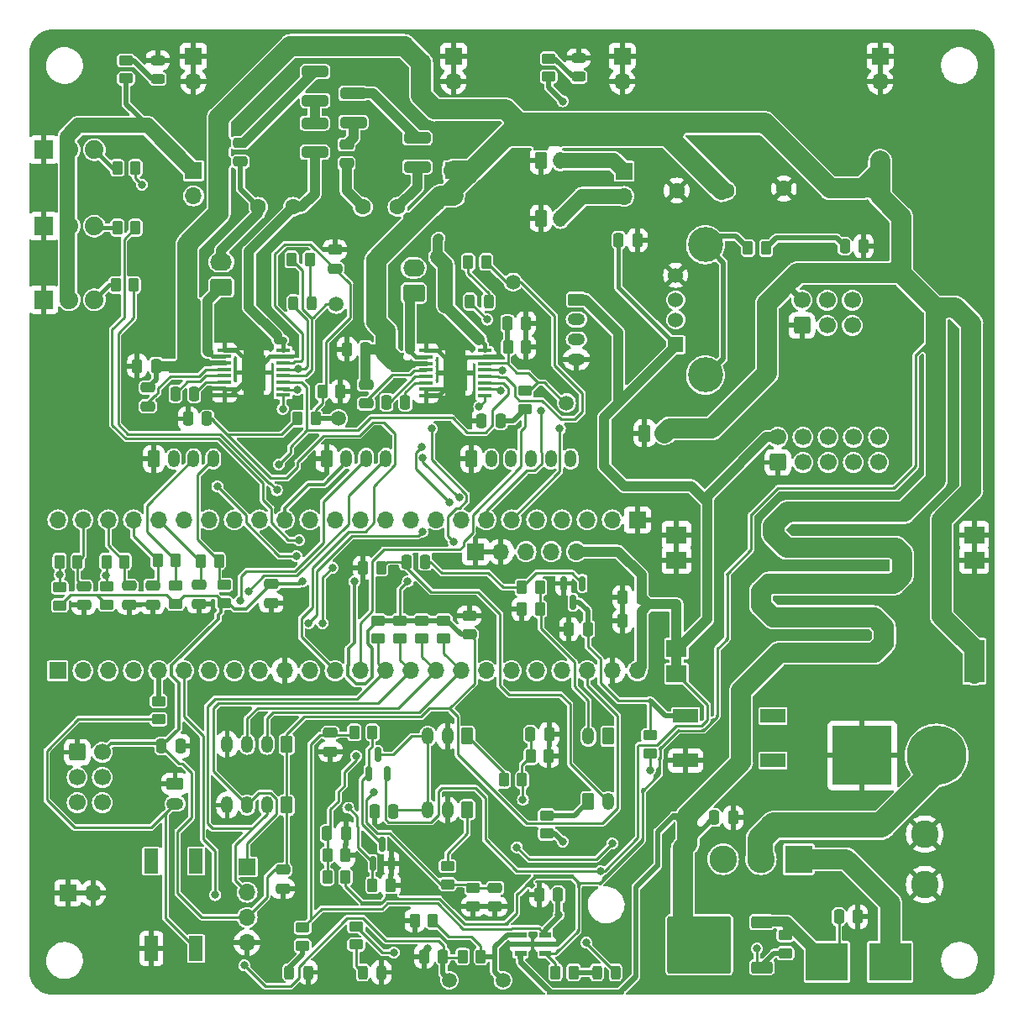
<source format=gtl>
%TF.GenerationSoftware,KiCad,Pcbnew,7.0.11+dfsg-1build4*%
%TF.CreationDate,2024-09-19T14:44:05+02:00*%
%TF.ProjectId,robobot_v85,726f626f-626f-4745-9f76-38352e6b6963,v8.0*%
%TF.SameCoordinates,Original*%
%TF.FileFunction,Copper,L1,Top*%
%TF.FilePolarity,Positive*%
%FSLAX46Y46*%
G04 Gerber Fmt 4.6, Leading zero omitted, Abs format (unit mm)*
G04 Created by KiCad (PCBNEW 7.0.11+dfsg-1build4) date 2024-09-19 14:44:05*
%MOMM*%
%LPD*%
G01*
G04 APERTURE LIST*
G04 Aperture macros list*
%AMRoundRect*
0 Rectangle with rounded corners*
0 $1 Rounding radius*
0 $2 $3 $4 $5 $6 $7 $8 $9 X,Y pos of 4 corners*
0 Add a 4 corners polygon primitive as box body*
4,1,4,$2,$3,$4,$5,$6,$7,$8,$9,$2,$3,0*
0 Add four circle primitives for the rounded corners*
1,1,$1+$1,$2,$3*
1,1,$1+$1,$4,$5*
1,1,$1+$1,$6,$7*
1,1,$1+$1,$8,$9*
0 Add four rect primitives between the rounded corners*
20,1,$1+$1,$2,$3,$4,$5,0*
20,1,$1+$1,$4,$5,$6,$7,0*
20,1,$1+$1,$6,$7,$8,$9,0*
20,1,$1+$1,$8,$9,$2,$3,0*%
G04 Aperture macros list end*
%TA.AperFunction,ComponentPad*%
%ADD10RoundRect,0.250000X-0.350000X-0.625000X0.350000X-0.625000X0.350000X0.625000X-0.350000X0.625000X0*%
%TD*%
%TA.AperFunction,ComponentPad*%
%ADD11O,1.200000X1.750000*%
%TD*%
%TA.AperFunction,SMDPad,CuDef*%
%ADD12RoundRect,0.250000X-0.250000X-0.475000X0.250000X-0.475000X0.250000X0.475000X-0.250000X0.475000X0*%
%TD*%
%TA.AperFunction,SMDPad,CuDef*%
%ADD13RoundRect,0.250000X0.262500X0.450000X-0.262500X0.450000X-0.262500X-0.450000X0.262500X-0.450000X0*%
%TD*%
%TA.AperFunction,SMDPad,CuDef*%
%ADD14RoundRect,0.250000X-0.475000X0.250000X-0.475000X-0.250000X0.475000X-0.250000X0.475000X0.250000X0*%
%TD*%
%TA.AperFunction,SMDPad,CuDef*%
%ADD15RoundRect,0.243750X-0.456250X0.243750X-0.456250X-0.243750X0.456250X-0.243750X0.456250X0.243750X0*%
%TD*%
%TA.AperFunction,ComponentPad*%
%ADD16R,1.700000X1.700000*%
%TD*%
%TA.AperFunction,ComponentPad*%
%ADD17O,1.700000X1.700000*%
%TD*%
%TA.AperFunction,ComponentPad*%
%ADD18RoundRect,0.250000X-0.625000X0.350000X-0.625000X-0.350000X0.625000X-0.350000X0.625000X0.350000X0*%
%TD*%
%TA.AperFunction,ComponentPad*%
%ADD19O,1.750000X1.200000*%
%TD*%
%TA.AperFunction,SMDPad,CuDef*%
%ADD20RoundRect,0.250000X-1.075000X0.312500X-1.075000X-0.312500X1.075000X-0.312500X1.075000X0.312500X0*%
%TD*%
%TA.AperFunction,SMDPad,CuDef*%
%ADD21RoundRect,0.243750X0.243750X0.456250X-0.243750X0.456250X-0.243750X-0.456250X0.243750X-0.456250X0*%
%TD*%
%TA.AperFunction,SMDPad,CuDef*%
%ADD22RoundRect,0.250000X0.450000X-0.262500X0.450000X0.262500X-0.450000X0.262500X-0.450000X-0.262500X0*%
%TD*%
%TA.AperFunction,SMDPad,CuDef*%
%ADD23RoundRect,0.150000X0.150000X-0.587500X0.150000X0.587500X-0.150000X0.587500X-0.150000X-0.587500X0*%
%TD*%
%TA.AperFunction,SMDPad,CuDef*%
%ADD24RoundRect,0.250000X0.250000X0.475000X-0.250000X0.475000X-0.250000X-0.475000X0.250000X-0.475000X0*%
%TD*%
%TA.AperFunction,SMDPad,CuDef*%
%ADD25RoundRect,0.250000X1.075000X-0.312500X1.075000X0.312500X-1.075000X0.312500X-1.075000X-0.312500X0*%
%TD*%
%TA.AperFunction,SMDPad,CuDef*%
%ADD26RoundRect,0.250000X-0.262500X-0.450000X0.262500X-0.450000X0.262500X0.450000X-0.262500X0.450000X0*%
%TD*%
%TA.AperFunction,SMDPad,CuDef*%
%ADD27RoundRect,0.250000X-0.450000X0.262500X-0.450000X-0.262500X0.450000X-0.262500X0.450000X0.262500X0*%
%TD*%
%TA.AperFunction,ComponentPad*%
%ADD28R,2.775000X2.775000*%
%TD*%
%TA.AperFunction,ComponentPad*%
%ADD29C,2.775000*%
%TD*%
%TA.AperFunction,SMDPad,CuDef*%
%ADD30C,1.500000*%
%TD*%
%TA.AperFunction,ComponentPad*%
%ADD31RoundRect,0.250000X0.350000X0.625000X-0.350000X0.625000X-0.350000X-0.625000X0.350000X-0.625000X0*%
%TD*%
%TA.AperFunction,SMDPad,CuDef*%
%ADD32R,4.240000X3.810000*%
%TD*%
%TA.AperFunction,ComponentPad*%
%ADD33R,1.524000X1.524000*%
%TD*%
%TA.AperFunction,ComponentPad*%
%ADD34C,1.524000*%
%TD*%
%TA.AperFunction,ComponentPad*%
%ADD35C,3.530000*%
%TD*%
%TA.AperFunction,SMDPad,CuDef*%
%ADD36R,1.475000X0.450000*%
%TD*%
%TA.AperFunction,SMDPad,CuDef*%
%ADD37R,2.460000X3.550000*%
%TD*%
%TA.AperFunction,ComponentPad*%
%ADD38R,1.879600X1.879600*%
%TD*%
%TA.AperFunction,ComponentPad*%
%ADD39C,1.879600*%
%TD*%
%TA.AperFunction,ComponentPad*%
%ADD40C,1.600000*%
%TD*%
%TA.AperFunction,SMDPad,CuDef*%
%ADD41R,2.000000X1.800000*%
%TD*%
%TA.AperFunction,ComponentPad*%
%ADD42RoundRect,0.250000X0.600000X-0.600000X0.600000X0.600000X-0.600000X0.600000X-0.600000X-0.600000X0*%
%TD*%
%TA.AperFunction,ComponentPad*%
%ADD43C,1.700000*%
%TD*%
%TA.AperFunction,SMDPad,CuDef*%
%ADD44RoundRect,0.250000X0.475000X-0.250000X0.475000X0.250000X-0.475000X0.250000X-0.475000X-0.250000X0*%
%TD*%
%TA.AperFunction,ComponentPad*%
%ADD45RoundRect,0.250000X0.845000X-0.620000X0.845000X0.620000X-0.845000X0.620000X-0.845000X-0.620000X0*%
%TD*%
%TA.AperFunction,ComponentPad*%
%ADD46O,2.190000X1.740000*%
%TD*%
%TA.AperFunction,ComponentPad*%
%ADD47R,5.999987X5.999987*%
%TD*%
%TA.AperFunction,ComponentPad*%
%ADD48C,5.999987*%
%TD*%
%TA.AperFunction,SMDPad,CuDef*%
%ADD49RoundRect,0.250000X0.850000X0.350000X-0.850000X0.350000X-0.850000X-0.350000X0.850000X-0.350000X0*%
%TD*%
%TA.AperFunction,SMDPad,CuDef*%
%ADD50RoundRect,0.250000X1.275000X1.125000X-1.275000X1.125000X-1.275000X-1.125000X1.275000X-1.125000X0*%
%TD*%
%TA.AperFunction,SMDPad,CuDef*%
%ADD51RoundRect,0.249997X2.950003X2.650003X-2.950003X2.650003X-2.950003X-2.650003X2.950003X-2.650003X0*%
%TD*%
%TA.AperFunction,SMDPad,CuDef*%
%ADD52R,1.400000X2.500000*%
%TD*%
%TA.AperFunction,SMDPad,CuDef*%
%ADD53R,2.500000X1.400000*%
%TD*%
%TA.AperFunction,SMDPad,CuDef*%
%ADD54RoundRect,0.150000X-0.150000X0.587500X-0.150000X-0.587500X0.150000X-0.587500X0.150000X0.587500X0*%
%TD*%
%TA.AperFunction,ComponentPad*%
%ADD55RoundRect,0.250000X-0.600000X-0.600000X0.600000X-0.600000X0.600000X0.600000X-0.600000X0.600000X0*%
%TD*%
%TA.AperFunction,SMDPad,CuDef*%
%ADD56R,1.150000X0.600000*%
%TD*%
%TA.AperFunction,ViaPad*%
%ADD57C,0.800000*%
%TD*%
%TA.AperFunction,Conductor*%
%ADD58C,0.250000*%
%TD*%
%TA.AperFunction,Conductor*%
%ADD59C,0.500000*%
%TD*%
%TA.AperFunction,Conductor*%
%ADD60C,1.550000*%
%TD*%
%TA.AperFunction,Conductor*%
%ADD61C,2.540000*%
%TD*%
%TA.AperFunction,Conductor*%
%ADD62C,0.450000*%
%TD*%
%TA.AperFunction,Conductor*%
%ADD63C,1.000000*%
%TD*%
%TA.AperFunction,Conductor*%
%ADD64C,2.000000*%
%TD*%
%TA.AperFunction,Conductor*%
%ADD65C,1.200000*%
%TD*%
%TA.AperFunction,Conductor*%
%ADD66C,0.350000*%
%TD*%
%TA.AperFunction,Conductor*%
%ADD67C,0.800000*%
%TD*%
%TA.AperFunction,Conductor*%
%ADD68C,1.500000*%
%TD*%
G04 APERTURE END LIST*
D10*
X144400000Y-99650000D03*
D11*
X146400000Y-99650000D03*
X148400000Y-99650000D03*
X150400000Y-99650000D03*
X152400000Y-99650000D03*
X154400000Y-99650000D03*
D12*
X113173188Y-128588015D03*
X115073188Y-128588015D03*
D13*
X104725913Y-109997739D03*
X102900913Y-109997739D03*
D14*
X146800000Y-142875000D03*
X146800000Y-144775000D03*
D10*
X156200000Y-134200000D03*
D11*
X158200000Y-134200000D03*
D13*
X149912500Y-88400000D03*
X148087500Y-88400000D03*
D15*
X112800000Y-59462500D03*
X112800000Y-61337500D03*
D16*
X159600000Y-59060000D03*
D17*
X159600000Y-61600000D03*
D13*
X135312500Y-110600000D03*
X133487500Y-110600000D03*
D18*
X114550000Y-132400000D03*
D19*
X114550000Y-134400000D03*
D10*
X161869565Y-97052504D03*
D11*
X163869565Y-97052504D03*
D20*
X128609597Y-65802354D03*
X128609597Y-68727354D03*
D21*
X127937500Y-151400000D03*
X126062500Y-151400000D03*
D14*
X121133276Y-67786415D03*
X121133276Y-69686415D03*
D22*
X141598840Y-117752500D03*
X141598840Y-115927500D03*
D23*
X134050000Y-131337500D03*
X135950000Y-131337500D03*
X135000000Y-129462500D03*
D16*
X103725000Y-143400000D03*
D17*
X106265000Y-143400000D03*
D12*
X139650000Y-149800000D03*
X141550000Y-149800000D03*
D10*
X151400000Y-69600000D03*
D11*
X153400000Y-69600000D03*
D22*
X142000000Y-142512500D03*
X142000000Y-140687500D03*
D24*
X116475000Y-93075000D03*
X114575000Y-93075000D03*
D25*
X132518506Y-65726780D03*
X132518506Y-62801780D03*
D26*
X112774756Y-109891660D03*
X114599756Y-109891660D03*
D22*
X176060100Y-149477100D03*
X176060100Y-147652100D03*
D27*
X114599756Y-112429314D03*
X114599756Y-114254314D03*
X162400000Y-127487500D03*
X162400000Y-129312500D03*
D24*
X133750000Y-88600000D03*
X131850000Y-88600000D03*
D16*
X102720000Y-121000000D03*
D17*
X105260000Y-121000000D03*
X107800000Y-121000000D03*
X110340000Y-121000000D03*
X112880000Y-121000000D03*
X115420000Y-121000000D03*
X117960000Y-121000000D03*
X120500000Y-121000000D03*
X123040000Y-121000000D03*
X125580000Y-121000000D03*
X128120000Y-121000000D03*
X130660000Y-121000000D03*
X133200000Y-121000000D03*
X135740000Y-121000000D03*
X138280000Y-121000000D03*
X140820000Y-121000000D03*
X143360000Y-121000000D03*
X145900000Y-121000000D03*
X148440000Y-121000000D03*
X150980000Y-121000000D03*
X153520000Y-121000000D03*
X156060000Y-121000000D03*
X158600000Y-121000000D03*
X161140000Y-121000000D03*
D24*
X112625000Y-90275000D03*
X110725000Y-90275000D03*
D12*
X159250000Y-77600000D03*
X161150000Y-77600000D03*
D28*
X177400000Y-140000000D03*
D29*
X173590000Y-140000000D03*
X169780000Y-140000000D03*
X190100000Y-142540000D03*
X190100000Y-137460000D03*
D22*
X152000000Y-137400000D03*
X152000000Y-135575000D03*
D12*
X150362500Y-127400000D03*
X152262500Y-127400000D03*
D30*
X154000000Y-94000000D03*
D22*
X112877776Y-125888418D03*
X112877776Y-124063418D03*
D14*
X105338668Y-112485044D03*
X105338668Y-114385044D03*
D24*
X156150000Y-116800000D03*
X154250000Y-116800000D03*
D31*
X125800000Y-128400000D03*
D11*
X123800000Y-128400000D03*
X121800000Y-128400000D03*
X119800000Y-128400000D03*
D12*
X168900000Y-135800000D03*
X170800000Y-135800000D03*
D14*
X112273572Y-112415830D03*
X112273572Y-114315830D03*
D13*
X110548325Y-76340181D03*
X108723325Y-76340181D03*
D32*
X180241100Y-150342600D03*
X186611100Y-150342600D03*
D24*
X161550000Y-113600000D03*
X159650000Y-113600000D03*
D33*
X165000000Y-88130000D03*
D34*
X165000000Y-85630000D03*
X165000000Y-83630000D03*
X165000000Y-81130000D03*
D35*
X168000000Y-91200000D03*
X168000000Y-78060000D03*
D10*
X129800000Y-99600000D03*
D11*
X131800000Y-99600000D03*
X133800000Y-99600000D03*
X135800000Y-99600000D03*
D26*
X149487500Y-114800000D03*
X151312500Y-114800000D03*
D14*
X131829424Y-67961272D03*
X131829424Y-69861272D03*
D20*
X128653100Y-60608949D03*
X128653100Y-63533949D03*
D30*
X131000000Y-95600000D03*
X130801446Y-84069061D03*
X147600000Y-152200000D03*
D36*
X145738000Y-93275000D03*
X145738000Y-92625000D03*
X145738000Y-91975000D03*
X145738000Y-91325000D03*
X145738000Y-90675000D03*
X145738000Y-90025000D03*
X145738000Y-89375000D03*
X145738000Y-88725000D03*
X139862000Y-88725000D03*
X139862000Y-89375000D03*
X139862000Y-90025000D03*
X139862000Y-90675000D03*
X139862000Y-91325000D03*
X139862000Y-91975000D03*
X139862000Y-92625000D03*
X139862000Y-93275000D03*
D37*
X142800000Y-91000000D03*
D38*
X101320000Y-76200000D03*
D39*
X103860000Y-76200000D03*
X106400000Y-76200000D03*
D15*
X155200000Y-59262500D03*
X155200000Y-61137500D03*
D40*
X180900000Y-72400000D03*
X175900000Y-72400000D03*
D41*
X195086000Y-121300000D03*
X195086000Y-118760000D03*
X195086000Y-109840000D03*
X195086000Y-107300000D03*
X165086000Y-121300000D03*
X165086000Y-118760000D03*
X165086000Y-109840000D03*
X165086000Y-107300000D03*
D27*
X152200000Y-59287500D03*
X152200000Y-61112500D03*
D21*
X135337500Y-151400000D03*
X133462500Y-151400000D03*
D14*
X109927593Y-112439728D03*
X109927593Y-114339728D03*
D24*
X136550000Y-135200000D03*
X134650000Y-135200000D03*
D16*
X161140000Y-105800000D03*
D17*
X158600000Y-105800000D03*
X156060000Y-105800000D03*
X153520000Y-105800000D03*
X150980000Y-105800000D03*
X148440000Y-105800000D03*
X145900000Y-105800000D03*
X143360000Y-105800000D03*
X140820000Y-105800000D03*
X138280000Y-105800000D03*
X135740000Y-105800000D03*
X133200000Y-105800000D03*
X130660000Y-105800000D03*
X128120000Y-105800000D03*
X125580000Y-105800000D03*
X123040000Y-105800000D03*
X120500000Y-105800000D03*
X117960000Y-105800000D03*
X115420000Y-105800000D03*
X112880000Y-105800000D03*
X110340000Y-105800000D03*
X107800000Y-105800000D03*
X105260000Y-105800000D03*
X102720000Y-105800000D03*
D21*
X128337500Y-83943750D03*
X126462500Y-83943750D03*
D38*
X101320000Y-83600000D03*
D39*
X103860000Y-83600000D03*
X106400000Y-83600000D03*
D10*
X112400000Y-99650000D03*
D11*
X114400000Y-99650000D03*
X116400000Y-99650000D03*
X118400000Y-99650000D03*
D16*
X116400000Y-59060000D03*
D17*
X116400000Y-61600000D03*
D42*
X177720000Y-86200000D03*
D43*
X177720000Y-83660000D03*
X180260000Y-86200000D03*
X180260000Y-83660000D03*
X182800000Y-86200000D03*
X182800000Y-83660000D03*
D13*
X136262500Y-142600000D03*
X134437500Y-142600000D03*
D27*
X102928688Y-112591694D03*
X102928688Y-114416694D03*
D44*
X111800000Y-94350000D03*
X111800000Y-92450000D03*
D12*
X181450000Y-145800000D03*
X183350000Y-145800000D03*
D27*
X107666026Y-112494275D03*
X107666026Y-114319275D03*
D40*
X136964190Y-74251526D03*
X133464190Y-74251526D03*
D26*
X117129712Y-109917179D03*
X118954712Y-109917179D03*
D24*
X149936306Y-85983635D03*
X148036306Y-85983635D03*
D13*
X145362500Y-149800000D03*
X143537500Y-149800000D03*
D16*
X185600000Y-59060000D03*
D17*
X185600000Y-61600000D03*
D18*
X155000000Y-83600000D03*
D19*
X155000000Y-85600000D03*
X155000000Y-87600000D03*
X155000000Y-89600000D03*
D24*
X161550000Y-116000000D03*
X159650000Y-116000000D03*
D36*
X125413000Y-93225000D03*
X125413000Y-92575000D03*
X125413000Y-91925000D03*
X125413000Y-91275000D03*
X125413000Y-90625000D03*
X125413000Y-89975000D03*
X125413000Y-89325000D03*
X125413000Y-88675000D03*
X119537000Y-88675000D03*
X119537000Y-89325000D03*
X119537000Y-89975000D03*
X119537000Y-90625000D03*
X119537000Y-91275000D03*
X119537000Y-91925000D03*
X119537000Y-92575000D03*
X119537000Y-93225000D03*
D37*
X122475000Y-90950000D03*
D31*
X125800000Y-134550000D03*
D11*
X123800000Y-134550000D03*
X121800000Y-134550000D03*
X119800000Y-134550000D03*
D13*
X145912500Y-79800000D03*
X144087500Y-79800000D03*
D26*
X138687500Y-146200000D03*
X140512500Y-146200000D03*
D22*
X127400000Y-148712500D03*
X127400000Y-146887500D03*
D45*
X138600000Y-82940000D03*
D46*
X138600000Y-80400000D03*
D13*
X110548325Y-70313233D03*
X108723325Y-70313233D03*
D22*
X139406323Y-117752500D03*
X139406323Y-115927500D03*
D45*
X119200000Y-82340000D03*
D46*
X119200000Y-79800000D03*
D12*
X115850000Y-95600000D03*
X117750000Y-95600000D03*
D26*
X129887500Y-141800000D03*
X131712500Y-141800000D03*
D47*
X183794400Y-129540000D03*
D48*
X191294409Y-129540000D03*
D44*
X133800000Y-94075000D03*
X133800000Y-92175000D03*
D16*
X116400000Y-70600000D03*
D17*
X116400000Y-73140000D03*
D30*
X148619037Y-81828474D03*
D16*
X144840000Y-109000000D03*
D17*
X147380000Y-109000000D03*
X149920000Y-109000000D03*
X152460000Y-109000000D03*
X155000000Y-109000000D03*
D21*
X158937500Y-151400000D03*
X157062500Y-151400000D03*
D13*
X149512500Y-132000000D03*
X147687500Y-132000000D03*
D20*
X138970819Y-67292876D03*
X138970819Y-70217876D03*
D49*
X173680180Y-150895874D03*
D50*
X169055180Y-150140874D03*
X169055180Y-147090874D03*
D51*
X167380180Y-148615874D03*
D50*
X165705180Y-150140874D03*
X165705180Y-147090874D03*
D49*
X173680180Y-146335874D03*
D44*
X144200000Y-117350000D03*
X144200000Y-115450000D03*
D24*
X139750000Y-110000000D03*
X137850000Y-110000000D03*
D26*
X126887500Y-95600000D03*
X128712500Y-95600000D03*
D40*
X170100000Y-72600000D03*
X165100000Y-72600000D03*
D27*
X119463594Y-112338684D03*
X119463594Y-114163684D03*
D13*
X134437500Y-127200000D03*
X132612500Y-127200000D03*
D10*
X151400000Y-75400000D03*
D11*
X153400000Y-75400000D03*
D24*
X153150000Y-143600000D03*
X151250000Y-143600000D03*
D13*
X110380910Y-82116006D03*
X108555910Y-82116006D03*
X152225000Y-129600000D03*
X150400000Y-129600000D03*
D16*
X121800000Y-140780000D03*
D17*
X121800000Y-143320000D03*
X121800000Y-145860000D03*
X121800000Y-148400000D03*
D52*
X112150000Y-140200000D03*
X112150000Y-149000000D03*
X116650000Y-140200000D03*
X116650000Y-149000000D03*
D53*
X166000000Y-130050000D03*
X174800000Y-130050000D03*
X166000000Y-125550000D03*
X174800000Y-125550000D03*
D13*
X109446253Y-109997739D03*
X107621253Y-109997739D03*
D22*
X137213807Y-117752500D03*
X137213807Y-115927500D03*
D14*
X116956973Y-112344968D03*
X116956973Y-114244968D03*
D26*
X126287500Y-79543750D03*
X128112500Y-79543750D03*
D22*
X149800000Y-94625000D03*
X149800000Y-92800000D03*
D14*
X124240645Y-112250281D03*
X124240645Y-114150281D03*
D22*
X132800000Y-148600000D03*
X132800000Y-146775000D03*
D38*
X101320000Y-68485616D03*
D39*
X103860000Y-68485616D03*
X106400000Y-68485616D03*
D13*
X174112500Y-78400000D03*
X172287500Y-78400000D03*
D54*
X155600000Y-112200000D03*
X153700000Y-112200000D03*
X154650000Y-114075000D03*
D16*
X142600000Y-70600000D03*
D17*
X142600000Y-73140000D03*
D14*
X130650395Y-78567739D03*
X130650395Y-80467739D03*
D13*
X154712500Y-151400000D03*
X152887500Y-151400000D03*
D12*
X182050000Y-78200000D03*
X183950000Y-78200000D03*
D31*
X144000000Y-127600000D03*
D11*
X142000000Y-127600000D03*
X140000000Y-127600000D03*
D14*
X125400000Y-141050000D03*
X125400000Y-142950000D03*
D12*
X145450000Y-95800000D03*
X147350000Y-95800000D03*
D22*
X135021291Y-117752500D03*
X135021291Y-115927500D03*
D13*
X131712500Y-139600000D03*
X129887500Y-139600000D03*
D40*
X126428037Y-74251526D03*
X122928037Y-74251526D03*
D13*
X131200000Y-92875000D03*
X129375000Y-92875000D03*
D23*
X134450000Y-140400000D03*
X136350000Y-140400000D03*
X135400000Y-138525000D03*
D27*
X109600000Y-59487500D03*
X109600000Y-61312500D03*
D22*
X144600000Y-144737500D03*
X144600000Y-142912500D03*
D31*
X158200000Y-127600000D03*
D11*
X156200000Y-127600000D03*
D16*
X185600000Y-70600000D03*
D17*
X185600000Y-73140000D03*
D42*
X175289069Y-100004677D03*
D43*
X175289069Y-97464677D03*
X177829069Y-100004677D03*
X177829069Y-97464677D03*
X180369069Y-100004677D03*
X180369069Y-97464677D03*
X182909069Y-100004677D03*
X182909069Y-97464677D03*
X185449069Y-100004677D03*
X185449069Y-97464677D03*
D30*
X142200000Y-152200000D03*
D31*
X144000000Y-135000000D03*
D11*
X142000000Y-135000000D03*
X140000000Y-135000000D03*
D16*
X142600000Y-59060000D03*
D17*
X142600000Y-61600000D03*
D55*
X104666376Y-129215004D03*
D43*
X107206376Y-129215004D03*
X104666376Y-131755004D03*
X107206376Y-131755004D03*
X104666376Y-134295004D03*
X107206376Y-134295004D03*
D26*
X149487500Y-112600000D03*
X151312500Y-112600000D03*
D16*
X159800000Y-70660000D03*
D17*
X159800000Y-73200000D03*
D12*
X129850000Y-137400000D03*
X131750000Y-137400000D03*
D56*
X149350000Y-147600000D03*
X149350000Y-148550000D03*
X149350000Y-149500000D03*
X151850000Y-149500000D03*
X151850000Y-148550000D03*
X151850000Y-147600000D03*
D14*
X130200000Y-127250000D03*
X130200000Y-129150000D03*
D21*
X146137500Y-83800000D03*
X144262500Y-83800000D03*
D24*
X137750000Y-93925000D03*
X135850000Y-93925000D03*
D57*
X121522576Y-150708230D03*
X118600000Y-143600000D03*
X149600000Y-134000000D03*
X134600000Y-133200000D03*
X132800000Y-129600000D03*
X153600000Y-63600000D03*
X149000000Y-138800000D03*
X158600000Y-138400000D03*
X132000000Y-134800000D03*
X124800000Y-102800000D03*
X127050000Y-107850000D03*
X118800000Y-102400000D03*
X111200000Y-72000000D03*
X126772240Y-109452278D03*
X128000000Y-116200000D03*
X139455000Y-107000000D03*
X136600000Y-149400000D03*
X130400000Y-110600000D03*
X129400000Y-116200000D03*
X162400000Y-131000000D03*
X173200000Y-149000000D03*
X125400000Y-94600000D03*
X139525000Y-99512652D03*
X143200000Y-103525000D03*
X142200000Y-104000000D03*
X139400000Y-98400000D03*
X126850000Y-92675000D03*
X153325000Y-96600000D03*
X145200000Y-94400000D03*
X151400000Y-94800000D03*
X147400000Y-92800000D03*
X153200000Y-145600000D03*
X157400000Y-141200000D03*
X156000000Y-148400000D03*
X119066817Y-74521657D03*
X118940941Y-72570583D03*
X125000000Y-100200000D03*
X163800000Y-104400000D03*
X101200000Y-79200000D03*
X157200000Y-111400000D03*
X138000000Y-143200000D03*
X167800000Y-121600000D03*
X163000000Y-120400000D03*
X111760000Y-117779657D03*
X142200000Y-92125000D03*
X116800000Y-143200000D03*
X125600000Y-81800000D03*
X121875000Y-92075000D03*
X122475000Y-87875000D03*
X123600000Y-83800000D03*
X110199755Y-141750551D03*
X181400000Y-134400000D03*
X109072167Y-145634468D03*
X162800000Y-100600000D03*
X162200000Y-108800000D03*
X141600000Y-88125000D03*
X150200000Y-145400000D03*
X157200000Y-147200000D03*
X129674859Y-86072799D03*
X142800000Y-93525000D03*
X130000000Y-133600000D03*
X121875000Y-89875000D03*
X162000000Y-93800000D03*
X151640054Y-87266305D03*
X165400000Y-123619653D03*
X142200000Y-89925000D03*
X123200000Y-98200000D03*
X131400000Y-116800000D03*
X128600000Y-103000000D03*
X123075000Y-92075000D03*
X162600000Y-153000000D03*
X148400000Y-116600000D03*
X143400000Y-92125000D03*
X124079950Y-116004749D03*
X161400000Y-140200000D03*
X157000000Y-125400000D03*
X195000000Y-112800000D03*
X146400000Y-87200000D03*
X161600000Y-125600000D03*
X132689037Y-86621015D03*
X155000000Y-103400000D03*
X172200000Y-118200000D03*
X125541639Y-118197282D03*
X140000000Y-149000000D03*
X122400000Y-94200000D03*
X143400000Y-89925000D03*
X101400000Y-65000000D03*
X101400000Y-72200000D03*
X136600000Y-111400000D03*
X136600000Y-147000000D03*
X148000000Y-150200000D03*
X101000000Y-96200000D03*
X123075000Y-89875000D03*
X141200000Y-99000000D03*
X166600000Y-113000000D03*
X132167005Y-90666762D03*
X167400000Y-99200000D03*
X152400000Y-125000000D03*
X163400000Y-116000000D03*
X150000000Y-124800000D03*
X195000000Y-114800000D03*
X121083841Y-113970033D03*
X102900913Y-111340414D03*
X153600000Y-138200000D03*
X177766325Y-147867824D03*
X142600000Y-108000000D03*
X138000000Y-112000000D03*
X126925000Y-90550000D03*
X132600000Y-112000000D03*
X127400000Y-112000000D03*
X146000000Y-85600000D03*
X140400000Y-96600000D03*
X147499695Y-90725000D03*
X107600378Y-111402168D03*
X121942135Y-112963027D03*
X141094858Y-79211492D03*
X141000000Y-77541883D03*
D58*
X115420000Y-125620000D02*
X115420000Y-121000000D01*
X118600000Y-143600000D02*
X118600000Y-139200000D01*
X121522576Y-150708230D02*
X123614346Y-152800000D01*
X118600000Y-139200000D02*
X117350000Y-137950000D01*
D59*
X141550000Y-151550000D02*
X142200000Y-152200000D01*
X141550000Y-149800000D02*
X141550000Y-151550000D01*
D58*
X131887500Y-145937500D02*
X133495100Y-145937500D01*
X127000000Y-151973588D02*
X127000000Y-150825000D01*
X141600000Y-149850000D02*
X141637500Y-149887500D01*
X141100305Y-148200000D02*
X141600000Y-148699695D01*
X117350000Y-127550000D02*
X115420000Y-125620000D01*
X117350000Y-137950000D02*
X117350000Y-127550000D01*
X127000000Y-150825000D02*
X131887500Y-145937500D01*
X123614346Y-152800000D02*
X126173588Y-152800000D01*
X126173588Y-152800000D02*
X127000000Y-151973588D01*
X141600000Y-148699695D02*
X141600000Y-149850000D01*
X135757600Y-148200000D02*
X141100305Y-148200000D01*
X133495100Y-145937500D02*
X135757600Y-148200000D01*
X141637500Y-149887500D02*
X143487500Y-149887500D01*
X104725913Y-111872289D02*
X105338668Y-112485044D01*
X104725913Y-109997739D02*
X104725913Y-111872289D01*
X105260000Y-109463652D02*
X104725913Y-109997739D01*
X105260000Y-105800000D02*
X105260000Y-109463652D01*
X109446253Y-109997739D02*
X109446253Y-111958388D01*
X107800000Y-105800000D02*
X107800000Y-108351486D01*
X107800000Y-108351486D02*
X109446253Y-109997739D01*
X109446253Y-111958388D02*
X109927593Y-112439728D01*
X110340000Y-107456904D02*
X110340000Y-105800000D01*
X112273572Y-112415830D02*
X112774756Y-111914646D01*
X112774756Y-109891660D02*
X110340000Y-107456904D01*
X112774756Y-111914646D02*
X112774756Y-109891660D01*
X116863369Y-109783369D02*
X112880000Y-105800000D01*
X117129712Y-109917179D02*
X117129712Y-112172229D01*
X117129712Y-112172229D02*
X116956973Y-112344968D01*
X149512500Y-130487500D02*
X150400000Y-129600000D01*
X150400000Y-127437500D02*
X150362500Y-127400000D01*
X149600000Y-132687500D02*
X149512500Y-132600000D01*
X150400000Y-129600000D02*
X150400000Y-127437500D01*
X149512500Y-132600000D02*
X149512500Y-130487500D01*
X149600000Y-134000000D02*
X149600000Y-132687500D01*
X133800000Y-136288604D02*
X134911396Y-137400000D01*
X144600000Y-142912500D02*
X146762500Y-142912500D01*
X136200000Y-137400000D02*
X141312500Y-142512500D01*
X146762500Y-142912500D02*
X146800000Y-142875000D01*
X142000000Y-142512500D02*
X144200000Y-142512500D01*
X144200000Y-142512500D02*
X144600000Y-142912500D01*
X133800000Y-134000000D02*
X133800000Y-136288604D01*
X141312500Y-142512500D02*
X142000000Y-142512500D01*
X134600000Y-133200000D02*
X133800000Y-134000000D01*
X134911396Y-137400000D02*
X136200000Y-137400000D01*
X112850000Y-92945100D02*
X112520100Y-93275000D01*
X117641726Y-90625000D02*
X116941726Y-91325000D01*
X112500000Y-93275000D02*
X111800000Y-93975000D01*
X119537000Y-90625000D02*
X117641726Y-90625000D01*
X116941726Y-91325000D02*
X114075000Y-91325000D01*
X114075000Y-91325000D02*
X112850000Y-92550000D01*
X112850000Y-92550000D02*
X112850000Y-92945100D01*
X112520100Y-93275000D02*
X112500000Y-93275000D01*
X111800000Y-93975000D02*
X111800000Y-94350000D01*
X159200000Y-124000000D02*
X162400000Y-124000000D01*
D59*
X155275000Y-114075000D02*
X154650000Y-114075000D01*
X156150000Y-116800000D02*
X156150000Y-114950000D01*
D58*
X162400000Y-124000000D02*
X162400000Y-127487500D01*
X157400000Y-119800000D02*
X157400000Y-122200000D01*
X156150000Y-118550000D02*
X157400000Y-119800000D01*
D59*
X163950000Y-125550000D02*
X162400000Y-124000000D01*
X156150000Y-114950000D02*
X155275000Y-114075000D01*
D58*
X157400000Y-122200000D02*
X159200000Y-124000000D01*
D59*
X165850000Y-125550000D02*
X163950000Y-125550000D01*
D58*
X156150000Y-116800000D02*
X156150000Y-118550000D01*
D60*
X111760000Y-66040000D02*
X104809431Y-66040000D01*
X104809431Y-66040000D02*
X103690083Y-67159348D01*
D59*
X109600000Y-61312500D02*
X109600000Y-63880000D01*
D60*
X116320000Y-70600000D02*
X111760000Y-66040000D01*
D59*
X109600000Y-63880000D02*
X111760000Y-66040000D01*
D60*
X116400000Y-70600000D02*
X116320000Y-70600000D01*
X103690083Y-67159348D02*
X103690083Y-83430083D01*
X103690083Y-83430083D02*
X103860000Y-83600000D01*
D59*
X112877776Y-124063418D02*
X112877776Y-121002224D01*
D58*
X113112500Y-120767500D02*
X112880000Y-121000000D01*
D59*
X112877776Y-121002224D02*
X112880000Y-121000000D01*
D58*
X130200000Y-137050000D02*
X130200000Y-134950000D01*
X131600000Y-131200000D02*
X132800000Y-130000000D01*
X129850000Y-137400000D02*
X130200000Y-137050000D01*
X132800000Y-130000000D02*
X132800000Y-129600000D01*
X131000000Y-133200000D02*
X131600000Y-132600000D01*
X129887500Y-137400000D02*
X130000000Y-137287500D01*
X131000000Y-134150000D02*
X131000000Y-133200000D01*
X131600000Y-132600000D02*
X131600000Y-131200000D01*
X130200000Y-134950000D02*
X131000000Y-134150000D01*
X129887500Y-141800000D02*
X129887500Y-137400000D01*
D59*
X152200000Y-62200000D02*
X153600000Y-63600000D01*
X152200000Y-61112500D02*
X152200000Y-62200000D01*
D60*
X159800000Y-70660000D02*
X158740000Y-69600000D01*
X159800000Y-73200000D02*
X155600000Y-73200000D01*
X155600000Y-73200000D02*
X153400000Y-75400000D01*
X158740000Y-69600000D02*
X153400000Y-69600000D01*
D58*
X122850000Y-124750000D02*
X137070000Y-124750000D01*
X137070000Y-124750000D02*
X140820000Y-121000000D01*
X121800000Y-125800000D02*
X122850000Y-124750000D01*
X139406323Y-119586323D02*
X140820000Y-121000000D01*
X139406323Y-117752500D02*
X139406323Y-119586323D01*
X121800000Y-128400000D02*
X121800000Y-125800000D01*
X123800000Y-125800000D02*
X124400000Y-125200000D01*
X124400000Y-125200000D02*
X139160000Y-125200000D01*
X123800000Y-128400000D02*
X123800000Y-125800000D01*
X139160000Y-125200000D02*
X143360000Y-121000000D01*
X141598840Y-117752500D02*
X141598840Y-119238840D01*
X141598840Y-119238840D02*
X143360000Y-121000000D01*
X117625000Y-91925000D02*
X116475000Y-93075000D01*
X119537000Y-91925000D02*
X117625000Y-91925000D01*
X119537000Y-91275000D02*
X117628122Y-91275000D01*
X117028122Y-91875000D02*
X115775000Y-91875000D01*
X117628122Y-91275000D02*
X117028122Y-91875000D01*
X115775000Y-91875000D02*
X114575000Y-93075000D01*
D61*
X174909237Y-136577242D02*
X173520100Y-137966379D01*
X191294409Y-129540000D02*
X191294409Y-130979977D01*
X191294409Y-130979977D02*
X185697144Y-136577242D01*
X191294409Y-129540000D02*
X191294409Y-131285591D01*
X185697144Y-136577242D02*
X174909237Y-136577242D01*
X173520100Y-137966379D02*
X173520100Y-139928600D01*
D58*
X151400000Y-114887500D02*
X151400000Y-116720100D01*
X156200000Y-124000000D02*
X156200000Y-127600000D01*
X151312500Y-112600000D02*
X151312500Y-114800000D01*
X151312500Y-114800000D02*
X151400000Y-114887500D01*
X151400000Y-116720100D02*
X154800000Y-120120100D01*
X154800000Y-120120100D02*
X154800000Y-122600000D01*
X150200000Y-140000000D02*
X149000000Y-138800000D01*
X157000000Y-140000000D02*
X150200000Y-140000000D01*
X154800000Y-122600000D02*
X156200000Y-124000000D01*
X158600000Y-138400000D02*
X157000000Y-140000000D01*
X132000000Y-134800000D02*
X132900000Y-135700000D01*
X133000000Y-138800000D02*
X134437500Y-140237500D01*
X132900000Y-135700000D02*
X132900000Y-136661396D01*
X133000000Y-136761396D02*
X133000000Y-138800000D01*
X134437500Y-140237500D02*
X134437500Y-142600000D01*
X132900000Y-136661396D02*
X133000000Y-136761396D01*
D62*
X117875000Y-88875000D02*
X118325000Y-89325000D01*
D63*
X117800000Y-88800000D02*
X117800000Y-83740000D01*
D62*
X118325000Y-89325000D02*
X119537000Y-89325000D01*
D63*
X117800000Y-83740000D02*
X119200000Y-82340000D01*
X117875000Y-88875000D02*
X117800000Y-88800000D01*
D58*
X137750000Y-92975000D02*
X137750000Y-93925000D01*
X139862000Y-91975000D02*
X138750000Y-91975000D01*
X138750000Y-91975000D02*
X137750000Y-92975000D01*
X136163604Y-93925000D02*
X135850000Y-93925000D01*
X138763604Y-91325000D02*
X136163604Y-93925000D01*
X139862000Y-91325000D02*
X138763604Y-91325000D01*
X136400000Y-91200000D02*
X133800000Y-93800000D01*
X133800000Y-93800000D02*
X133800000Y-94075000D01*
X139862000Y-90675000D02*
X139762000Y-90775000D01*
X138252208Y-91200000D02*
X136400000Y-91200000D01*
X138677208Y-90775000D02*
X138252208Y-91200000D01*
X139762000Y-90775000D02*
X138677208Y-90775000D01*
X109786396Y-97150000D02*
X108800000Y-96163604D01*
X124800000Y-102800000D02*
X124050000Y-102050000D01*
X108800000Y-96163604D02*
X108800000Y-87000000D01*
X110380910Y-85419090D02*
X110380910Y-82116006D01*
X119113604Y-97150000D02*
X109786396Y-97150000D01*
X108800000Y-87000000D02*
X110380910Y-85419090D01*
X124013604Y-102050000D02*
X119113604Y-97150000D01*
X124050000Y-102050000D02*
X124013604Y-102050000D01*
X123400000Y-102072792D02*
X118927208Y-97600000D01*
X127050000Y-107850000D02*
X125968299Y-107850000D01*
X124215000Y-104600000D02*
X123400000Y-103785000D01*
X109393410Y-82811106D02*
X109393410Y-77495096D01*
X108200000Y-86600000D02*
X109400000Y-85400000D01*
X109400000Y-85400000D02*
X109400000Y-82817696D01*
X118927208Y-97600000D02*
X109600000Y-97600000D01*
X124215000Y-106096701D02*
X124215000Y-104600000D01*
X108200000Y-96200000D02*
X108200000Y-86600000D01*
X123400000Y-103785000D02*
X123400000Y-102072792D01*
X125968299Y-107850000D02*
X124215000Y-106096701D01*
X109393410Y-77495096D02*
X110548325Y-76340181D01*
X109600000Y-97600000D02*
X108200000Y-96200000D01*
X109400000Y-82817696D02*
X109393410Y-82811106D01*
X126772240Y-109452278D02*
X125030577Y-109452278D01*
X121675000Y-106096701D02*
X121675000Y-105313299D01*
X121675000Y-105313299D02*
X118800000Y-102438299D01*
X111200000Y-72000000D02*
X110548325Y-71348325D01*
X118800000Y-102438299D02*
X118800000Y-102400000D01*
X125030577Y-109452278D02*
X121675000Y-106096701D01*
X110548325Y-71348325D02*
X110548325Y-70313233D01*
X141400000Y-111125000D02*
X140275000Y-110000000D01*
X154537500Y-111137500D02*
X150950000Y-111137500D01*
X149487500Y-112600000D02*
X147600000Y-112600000D01*
X147600000Y-112600000D02*
X146125000Y-111125000D01*
X150950000Y-111137500D02*
X149487500Y-112600000D01*
X146125000Y-111125000D02*
X141400000Y-111125000D01*
X155600000Y-112200000D02*
X154537500Y-111137500D01*
X139055000Y-107400000D02*
X133898097Y-107400000D01*
X128850000Y-110950000D02*
X128850000Y-115350000D01*
X132375000Y-107425000D02*
X128850000Y-110950000D01*
X133873097Y-107425000D02*
X132375000Y-107425000D01*
X128850000Y-115350000D02*
X128000000Y-116200000D01*
X133898097Y-107400000D02*
X133873097Y-107425000D01*
X139455000Y-107000000D02*
X139055000Y-107400000D01*
D59*
X138200000Y-88600000D02*
X138200000Y-88800000D01*
D63*
X138600000Y-82940000D02*
X138200000Y-83340000D01*
D62*
X138775000Y-89375000D02*
X139862000Y-89375000D01*
D63*
X138200000Y-83340000D02*
X138200000Y-88600000D01*
D62*
X138200000Y-88800000D02*
X138775000Y-89375000D01*
D58*
X117800000Y-124600000D02*
X118550000Y-123850000D01*
X118550000Y-123850000D02*
X132890000Y-123850000D01*
X132890000Y-123850000D02*
X135740000Y-121000000D01*
X122300000Y-136900000D02*
X118300000Y-136900000D01*
X135021291Y-120281291D02*
X135740000Y-121000000D01*
X118300000Y-136900000D02*
X117800000Y-136400000D01*
X123800000Y-134550000D02*
X123800000Y-135400000D01*
X123800000Y-135400000D02*
X120800000Y-138400000D01*
X120625000Y-142145000D02*
X120625000Y-138575000D01*
X117800000Y-136400000D02*
X117800000Y-124600000D01*
X120625000Y-138575000D02*
X120800000Y-138400000D01*
X135021291Y-117752500D02*
X135021291Y-120281291D01*
X121800000Y-143320000D02*
X120625000Y-142145000D01*
X123000000Y-133350000D02*
X121800000Y-134550000D01*
X121800000Y-138400000D02*
X124725000Y-135475000D01*
X124725000Y-135475000D02*
X124725000Y-133891852D01*
X121800000Y-140780000D02*
X121800000Y-138400000D01*
X134980000Y-124300000D02*
X138280000Y-121000000D01*
X137213807Y-117752500D02*
X137213807Y-119933807D01*
X118400000Y-131150000D02*
X118400000Y-124800000D01*
X118400000Y-124800000D02*
X118900000Y-124300000D01*
X137213807Y-119933807D02*
X138280000Y-121000000D01*
X121800000Y-134550000D02*
X118400000Y-131150000D01*
X118900000Y-124300000D02*
X134980000Y-124300000D01*
X124725000Y-133891852D02*
X124183148Y-133350000D01*
X124183148Y-133350000D02*
X123000000Y-133350000D01*
X125600000Y-78000000D02*
X124600000Y-79000000D01*
X132172955Y-85427045D02*
X132172955Y-81990299D01*
X128712500Y-95600000D02*
X128712500Y-94675114D01*
X126624695Y-89825000D02*
X126474695Y-89975000D01*
X127400000Y-87000000D02*
X127400000Y-89600000D01*
X126474695Y-89975000D02*
X125413000Y-89975000D01*
X128712500Y-94675114D02*
X129375000Y-94012614D01*
X129744789Y-92505211D02*
X129744789Y-87855211D01*
X132172955Y-81990299D02*
X128182656Y-78000000D01*
X124600000Y-84200000D02*
X127400000Y-87000000D01*
X127175000Y-89825000D02*
X126624695Y-89825000D01*
X127400000Y-89600000D02*
X127175000Y-89825000D01*
X129375000Y-92875000D02*
X129744789Y-92505211D01*
X124600000Y-79000000D02*
X124600000Y-84200000D01*
X129375000Y-94012614D02*
X129375000Y-92875000D01*
X128182656Y-78000000D02*
X125600000Y-78000000D01*
X129744789Y-87855211D02*
X132172955Y-85427045D01*
D59*
X131000000Y-95600000D02*
X128712500Y-95600000D01*
D63*
X131829424Y-69861272D02*
X131829424Y-72616760D01*
X131829424Y-72616760D02*
X133464190Y-74251526D01*
D59*
X148036306Y-88348806D02*
X148087500Y-88400000D01*
D58*
X149000000Y-91000000D02*
X150162500Y-91000000D01*
X145738000Y-90025000D02*
X145763000Y-90000000D01*
X148087500Y-89912500D02*
X148087500Y-88400000D01*
X145763000Y-90000000D02*
X148000000Y-90000000D01*
X150162500Y-91000000D02*
X151112500Y-91950000D01*
X153800000Y-94000000D02*
X154000000Y-94000000D01*
X151112500Y-91950000D02*
X151750000Y-91950000D01*
X150262500Y-92800000D02*
X149800000Y-92800000D01*
X148000000Y-90000000D02*
X149000000Y-91000000D01*
X148000000Y-90000000D02*
X148087500Y-89912500D01*
X151112500Y-91950000D02*
X150262500Y-92800000D01*
D59*
X148036306Y-85983635D02*
X148036306Y-88348806D01*
D58*
X151750000Y-91950000D02*
X153800000Y-94000000D01*
D63*
X122928037Y-74871963D02*
X119200000Y-78600000D01*
X122856074Y-74179563D02*
X122928037Y-74251526D01*
X122928037Y-74251526D02*
X122928037Y-74871963D01*
X119200000Y-78600000D02*
X119200000Y-79800000D01*
D59*
X121133276Y-72456765D02*
X122928037Y-74251526D01*
X121133276Y-69686415D02*
X121133276Y-72456765D01*
D58*
X136600000Y-149400000D02*
X135425000Y-149400000D01*
X129400000Y-111600000D02*
X129400000Y-116200000D01*
X130400000Y-110600000D02*
X129400000Y-111600000D01*
X135425000Y-149400000D02*
X132800000Y-146775000D01*
X173200000Y-149000000D02*
X173200000Y-150550500D01*
X173200000Y-150550500D02*
X173494100Y-150844600D01*
D59*
X176060100Y-149464600D02*
X174874100Y-149464600D01*
X174874100Y-149464600D02*
X173494100Y-150844600D01*
D58*
X162400000Y-131000000D02*
X162400000Y-129312500D01*
X118000000Y-95400000D02*
X117750000Y-95400000D01*
X133686701Y-106975000D02*
X134565000Y-106096701D01*
X125287500Y-97200000D02*
X126887500Y-95600000D01*
X125800000Y-101600000D02*
X124200000Y-101600000D01*
X117750000Y-95600000D02*
X118200000Y-95600000D01*
X126900000Y-99927084D02*
X126900000Y-100500000D01*
X134565000Y-102418148D02*
X136725000Y-100258148D01*
X128400000Y-110600000D02*
X132025000Y-106975000D01*
X127275000Y-117615000D02*
X127275000Y-115725000D01*
X134450000Y-95950000D02*
X133100000Y-97300000D01*
X134565000Y-106096701D02*
X134565000Y-102418148D01*
X126900000Y-100500000D02*
X125800000Y-101600000D01*
X132025000Y-106975000D02*
X133686701Y-106975000D01*
X133100000Y-97300000D02*
X129527084Y-97300000D01*
X118200000Y-95600000D02*
X119800000Y-97200000D01*
X129527084Y-97300000D02*
X126900000Y-99927084D01*
X135550000Y-95950000D02*
X134450000Y-95950000D01*
X127275000Y-115725000D02*
X128400000Y-114600000D01*
X124200000Y-101600000D02*
X118000000Y-95400000D01*
X136725000Y-97125000D02*
X135550000Y-95950000D01*
X128400000Y-114600000D02*
X128400000Y-110600000D01*
X136725000Y-100258148D02*
X136725000Y-97125000D01*
X119800000Y-97200000D02*
X125287500Y-97200000D01*
X130660000Y-121000000D02*
X127275000Y-117615000D01*
X129791599Y-84069061D02*
X130801446Y-84069061D01*
X127400000Y-80656250D02*
X126287500Y-79543750D01*
X128228125Y-85371875D02*
X128488785Y-85371875D01*
X128488785Y-85371875D02*
X129791599Y-84069061D01*
X127725000Y-91275000D02*
X128325000Y-90675000D01*
X128325000Y-90675000D02*
X128325000Y-85468750D01*
X125413000Y-91275000D02*
X127725000Y-91275000D01*
X128228125Y-85371875D02*
X127400000Y-84543750D01*
X127400000Y-84543750D02*
X127400000Y-80656250D01*
X128325000Y-85468750D02*
X128228125Y-85371875D01*
X155600000Y-93000000D02*
X152800000Y-90200000D01*
X149254900Y-93787500D02*
X151537805Y-93787500D01*
X151537805Y-93787500D02*
X153425305Y-95675000D01*
X148775000Y-93307600D02*
X149254900Y-93787500D01*
X147940974Y-81828474D02*
X145912500Y-79800000D01*
X147850000Y-91450000D02*
X148775000Y-92375000D01*
X155600000Y-94920280D02*
X155600000Y-93000000D01*
X145912500Y-79800000D02*
X146137500Y-80025000D01*
X152800000Y-85202157D02*
X149426317Y-81828474D01*
X153425305Y-95675000D02*
X154845280Y-95675000D01*
X154845280Y-95675000D02*
X155600000Y-94920280D01*
X149426317Y-81828474D02*
X147940974Y-81828474D01*
X152800000Y-90200000D02*
X152800000Y-85202157D01*
X145738000Y-91325000D02*
X147074390Y-91325000D01*
X147074390Y-91325000D02*
X147199390Y-91450000D01*
X148775000Y-92375000D02*
X148775000Y-93307600D01*
X147199390Y-91450000D02*
X147850000Y-91450000D01*
X143200000Y-108800000D02*
X135579900Y-108800000D01*
X149800000Y-96400000D02*
X149400000Y-96800000D01*
X144535000Y-105265000D02*
X144535000Y-107065000D01*
X134400000Y-109979900D02*
X134400000Y-114985000D01*
X144535000Y-107065000D02*
X143600000Y-108000000D01*
D59*
X148625000Y-95800000D02*
X149800000Y-94625000D01*
D58*
X143600000Y-108000000D02*
X143600000Y-108400000D01*
X133200000Y-116185000D02*
X133200000Y-121000000D01*
X149400000Y-100400000D02*
X144535000Y-105265000D01*
X143600000Y-108400000D02*
X143200000Y-108800000D01*
D59*
X147350000Y-95800000D02*
X148625000Y-95800000D01*
D58*
X135579900Y-108800000D02*
X134400000Y-109979900D01*
X149400000Y-96800000D02*
X149400000Y-100400000D01*
X134400000Y-114985000D02*
X133200000Y-116185000D01*
X149800000Y-94625000D02*
X149800000Y-96400000D01*
X134437500Y-126750000D02*
X134437500Y-128611592D01*
X134050000Y-131337500D02*
X133350000Y-132037500D01*
X134050000Y-128999092D02*
X134050000Y-131337500D01*
X133350000Y-132037500D02*
X133350000Y-136475000D01*
X134437500Y-128611592D02*
X134050000Y-128999092D01*
X133350000Y-136475000D02*
X135400000Y-138525000D01*
X139525000Y-99512652D02*
X139525000Y-99925000D01*
X143000000Y-103400000D02*
X143075000Y-103400000D01*
X125400000Y-94600000D02*
X125400000Y-94412000D01*
X143075000Y-103400000D02*
X143200000Y-103525000D01*
X125413000Y-94399000D02*
X125413000Y-93225000D01*
X139525000Y-99925000D02*
X143000000Y-103400000D01*
X125400000Y-94412000D02*
X125413000Y-94399000D01*
X138800000Y-100600000D02*
X142200000Y-104000000D01*
X126850000Y-92675000D02*
X125513000Y-92675000D01*
X125513000Y-92675000D02*
X125413000Y-92575000D01*
X139400000Y-98400000D02*
X138800000Y-99000000D01*
X138800000Y-99000000D02*
X138800000Y-100600000D01*
X153325000Y-96600000D02*
X153325000Y-100915000D01*
X145738000Y-93862000D02*
X145738000Y-93275000D01*
X145200000Y-94400000D02*
X145738000Y-93862000D01*
X153325000Y-100915000D02*
X148440000Y-105800000D01*
X149950000Y-100850000D02*
X145900000Y-104900000D01*
X151400000Y-98916852D02*
X151475000Y-98991852D01*
X145900000Y-104900000D02*
X145900000Y-105800000D01*
X147400000Y-92800000D02*
X147225000Y-92625000D01*
X147225000Y-92625000D02*
X145738000Y-92625000D01*
X151475000Y-98991852D02*
X151475000Y-100158148D01*
X150783148Y-100850000D02*
X149950000Y-100850000D01*
X151475000Y-100158148D02*
X150783148Y-100850000D01*
X151400000Y-94800000D02*
X151400000Y-98916852D01*
X136050000Y-136250000D02*
X140350000Y-136250000D01*
X145800000Y-133800000D02*
X145800000Y-138000000D01*
D63*
X162264000Y-114314000D02*
X161550000Y-113600000D01*
X161550000Y-116000000D02*
X161550000Y-120590000D01*
D58*
X161200000Y-137825305D02*
X161200000Y-128600000D01*
X132362500Y-127450000D02*
X129150000Y-127450000D01*
X132612500Y-127200000D02*
X132362500Y-127450000D01*
D63*
X165000000Y-88253399D02*
X165000000Y-88130000D01*
D59*
X151850000Y-147150000D02*
X151850000Y-147600000D01*
D58*
X165025000Y-126575000D02*
X167575000Y-126575000D01*
D63*
X155875000Y-83600000D02*
X155000000Y-83600000D01*
D59*
X153150000Y-145550000D02*
X153200000Y-145600000D01*
D58*
X149000000Y-141200000D02*
X157400000Y-141200000D01*
X141075000Y-135525000D02*
X141075000Y-133125000D01*
D63*
X159200000Y-94053399D02*
X159200000Y-86925000D01*
X168200000Y-103400000D02*
X168200000Y-115800000D01*
D58*
X168200000Y-124414000D02*
X165086000Y-121300000D01*
D59*
X153200000Y-145800000D02*
X151850000Y-147150000D01*
D58*
X143563604Y-147000000D02*
X141013604Y-144450000D01*
X168200000Y-125950000D02*
X168200000Y-124414000D01*
D63*
X161550000Y-115028000D02*
X161550000Y-116000000D01*
X161550000Y-111350000D02*
X159200000Y-109000000D01*
D58*
X148475000Y-146975000D02*
X148450000Y-147000000D01*
X167575000Y-126575000D02*
X168200000Y-125950000D01*
D63*
X157800000Y-95453399D02*
X165000000Y-88253399D01*
X165086000Y-114314000D02*
X162264000Y-114314000D01*
X162264000Y-114314000D02*
X161550000Y-115028000D01*
D62*
X127400000Y-146887500D02*
X127487500Y-146887500D01*
D58*
X140350000Y-136250000D02*
X141075000Y-135525000D01*
X151225000Y-146975000D02*
X148475000Y-146975000D01*
X128200000Y-146087500D02*
X127400000Y-146887500D01*
X157825305Y-141200000D02*
X161200000Y-137825305D01*
D63*
X161550000Y-120590000D02*
X161140000Y-121000000D01*
X165086000Y-114314000D02*
X165086000Y-118760000D01*
D58*
X144800000Y-132800000D02*
X145800000Y-133800000D01*
D62*
X159250000Y-82380000D02*
X159250000Y-77600000D01*
D58*
X161200000Y-128600000D02*
X161325000Y-128475000D01*
D63*
X159800000Y-102400000D02*
X157800000Y-100400000D01*
D58*
X161325000Y-128475000D02*
X163125000Y-128475000D01*
D63*
X168200000Y-104000000D02*
X166600000Y-102400000D01*
D58*
X129150000Y-127450000D02*
X128200000Y-128400000D01*
X135725000Y-131562500D02*
X135725000Y-135925000D01*
X141075000Y-133125000D02*
X141400000Y-132800000D01*
X148450000Y-147000000D02*
X143563604Y-147000000D01*
X151850000Y-147600000D02*
X151225000Y-146975000D01*
D63*
X169100000Y-102500000D02*
X168200000Y-103400000D01*
D58*
X135950000Y-144450000D02*
X135400000Y-145000000D01*
X135400000Y-145000000D02*
X129287500Y-145000000D01*
D59*
X164786000Y-121000000D02*
X165086000Y-121300000D01*
D58*
X129287500Y-145000000D02*
X127400000Y-146887500D01*
X128200000Y-128400000D02*
X128200000Y-146087500D01*
D62*
X165000000Y-88130000D02*
X159250000Y-82380000D01*
D63*
X159200000Y-86925000D02*
X155875000Y-83600000D01*
D58*
X156000000Y-148462500D02*
X158937500Y-151400000D01*
X157400000Y-141200000D02*
X157825305Y-141200000D01*
X163125000Y-128475000D02*
X165025000Y-126575000D01*
D59*
X153200000Y-145600000D02*
X153200000Y-145800000D01*
D63*
X174135323Y-97464677D02*
X169100000Y-102500000D01*
D59*
X153150000Y-143600000D02*
X153150000Y-145550000D01*
D58*
X145800000Y-138000000D02*
X149000000Y-141200000D01*
X156000000Y-148400000D02*
X156000000Y-148462500D01*
D63*
X157800000Y-95453399D02*
X159200000Y-94053399D01*
X157800000Y-100400000D02*
X157800000Y-95453399D01*
X175289069Y-97464677D02*
X174135323Y-97464677D01*
X166600000Y-102400000D02*
X159800000Y-102400000D01*
D58*
X141013604Y-144450000D02*
X135950000Y-144450000D01*
D63*
X161550000Y-113600000D02*
X161550000Y-111350000D01*
D58*
X141400000Y-132800000D02*
X144800000Y-132800000D01*
X135725000Y-135925000D02*
X136050000Y-136250000D01*
D63*
X168200000Y-115800000D02*
X165240000Y-118760000D01*
X165240000Y-118760000D02*
X165086000Y-118760000D01*
X159200000Y-109000000D02*
X155000000Y-109000000D01*
D58*
X135950000Y-131337500D02*
X135725000Y-131562500D01*
D63*
X165086000Y-118760000D02*
X165086000Y-121300000D01*
D58*
X163425000Y-128811396D02*
X163425000Y-129820100D01*
D64*
X171600000Y-123000000D02*
X171600000Y-130200000D01*
X168617910Y-96582090D02*
X164339979Y-96582090D01*
D59*
X177720000Y-83660000D02*
X176360000Y-82300000D01*
D64*
X195086000Y-121300000D02*
X195086000Y-120200000D01*
X191800000Y-105800000D02*
X191800000Y-115474000D01*
D58*
X189200000Y-89200000D02*
X189200000Y-100400000D01*
X172600000Y-108800000D02*
X170200000Y-111200000D01*
D64*
X191200000Y-101800000D02*
X188000000Y-105000000D01*
D59*
X163200000Y-140600000D02*
X163200000Y-137200000D01*
D64*
X191200000Y-87200000D02*
X191200000Y-101800000D01*
D63*
X116869602Y-89975000D02*
X117019365Y-89975000D01*
D64*
X187800000Y-111400000D02*
X187000000Y-112200000D01*
X147870402Y-64430402D02*
X140743988Y-64430402D01*
X187200000Y-108600000D02*
X187800000Y-109200000D01*
X176200000Y-105000000D02*
X174800000Y-106400000D01*
X191200000Y-87200000D02*
X191200000Y-84400000D01*
X135800000Y-88925000D02*
X136600000Y-89725000D01*
X175900000Y-82300000D02*
X174200000Y-84000000D01*
D63*
X116475000Y-90168406D02*
X116575598Y-90269004D01*
D58*
X149000000Y-143600000D02*
X149000000Y-145400000D01*
D64*
X187720000Y-75260000D02*
X185600000Y-73140000D01*
D63*
X117019365Y-89975000D02*
X117072183Y-90027818D01*
D64*
X173600000Y-114400000D02*
X174800000Y-115600000D01*
X144440000Y-70600000D02*
X142600000Y-70600000D01*
D63*
X117072183Y-90027818D02*
X116825000Y-90275000D01*
D59*
X111800000Y-92450000D02*
X111825000Y-92475000D01*
D63*
X137100000Y-90225000D02*
X138000000Y-90225000D01*
D64*
X185000000Y-115600000D02*
X186000000Y-116600000D01*
D63*
X114475000Y-90275000D02*
X112625000Y-90275000D01*
D64*
X137655299Y-58021591D02*
X126177561Y-58021591D01*
D58*
X157400000Y-142400000D02*
X155200000Y-142400000D01*
D64*
X118952010Y-65247142D02*
X118952010Y-72559514D01*
X176200000Y-108600000D02*
X187200000Y-108600000D01*
D58*
X147850000Y-146550000D02*
X143750000Y-146550000D01*
D64*
X166194100Y-135605900D02*
X168000000Y-133800000D01*
X177280000Y-80920000D02*
X175900000Y-82300000D01*
D58*
X152887500Y-150537500D02*
X151850000Y-149500000D01*
D64*
X186000000Y-118200000D02*
X185000000Y-119200000D01*
D58*
X161650000Y-133150000D02*
X161650000Y-138150000D01*
D64*
X175400000Y-119200000D02*
X171600000Y-123000000D01*
X144440000Y-70600000D02*
X141900000Y-73140000D01*
D58*
X165211396Y-127025000D02*
X163425000Y-128811396D01*
D64*
X173600000Y-113000000D02*
X173600000Y-114400000D01*
D58*
X135363604Y-144400000D02*
X133400000Y-144400000D01*
X155200000Y-147200000D02*
X152900000Y-149500000D01*
D64*
X180578014Y-72361020D02*
X180578014Y-72382899D01*
D59*
X166300000Y-138400000D02*
X166194100Y-138400000D01*
D58*
X172600000Y-105300000D02*
X172600000Y-108800000D01*
D59*
X161000000Y-151800000D02*
X161000000Y-142800000D01*
D63*
X116575598Y-90269004D02*
X116869602Y-89975000D01*
D58*
X149000000Y-145400000D02*
X147850000Y-146550000D01*
X175300000Y-102600000D02*
X172600000Y-105300000D01*
X191200000Y-87200000D02*
X189200000Y-89200000D01*
X169200000Y-118800000D02*
X169200000Y-125586396D01*
D64*
X185000000Y-119200000D02*
X175400000Y-119200000D01*
D58*
X155200000Y-142400000D02*
X155200000Y-147200000D01*
D64*
X167230180Y-148615874D02*
X167380180Y-148615874D01*
D59*
X152398600Y-153398600D02*
X159401400Y-153398600D01*
D64*
X134800000Y-85800000D02*
X135800000Y-86800000D01*
X174800000Y-115600000D02*
X185000000Y-115600000D01*
X142600000Y-73140000D02*
X141303302Y-73140000D01*
D59*
X176360000Y-82300000D02*
X175900000Y-82300000D01*
D58*
X163400000Y-131400000D02*
X161650000Y-133150000D01*
D62*
X138000000Y-90225000D02*
X138516727Y-90225000D01*
D64*
X186000000Y-116600000D02*
X186000000Y-118200000D01*
X187720000Y-80920000D02*
X177280000Y-80920000D01*
X194800000Y-86000000D02*
X194800000Y-102800000D01*
D58*
X133400000Y-144400000D02*
X131712500Y-142712500D01*
X170200000Y-111200000D02*
X170200000Y-117800000D01*
X135763604Y-144000000D02*
X135363604Y-144400000D01*
D64*
X180578014Y-72382899D02*
X173995115Y-65800000D01*
X171600000Y-130200000D02*
X168000000Y-133800000D01*
D59*
X161000000Y-142800000D02*
X163200000Y-140600000D01*
D58*
X187000000Y-102600000D02*
X175300000Y-102600000D01*
D64*
X174200000Y-91000000D02*
X168617910Y-96582090D01*
D58*
X155200000Y-142400000D02*
X154600000Y-141800000D01*
D64*
X166194100Y-138400000D02*
X165705180Y-138888920D01*
D59*
X164794100Y-135605900D02*
X166194100Y-135605900D01*
X163200000Y-137200000D02*
X164794100Y-135605900D01*
D64*
X118952010Y-74847990D02*
X115800000Y-78000000D01*
D59*
X112625000Y-91625000D02*
X111800000Y-92450000D01*
D64*
X149240000Y-65800000D02*
X144440000Y-70600000D01*
X139346682Y-59712974D02*
X137655299Y-58021591D01*
X126177561Y-58021591D02*
X118952010Y-65247142D01*
X149240000Y-65800000D02*
X147870402Y-64430402D01*
D63*
X136600000Y-89400000D02*
X136600000Y-89725000D01*
D58*
X161650000Y-138150000D02*
X157400000Y-142400000D01*
D62*
X138516727Y-90225000D02*
X138716727Y-90025000D01*
D59*
X149350000Y-150350000D02*
X152398600Y-153398600D01*
D58*
X167761396Y-127025000D02*
X165211396Y-127025000D01*
D64*
X191200000Y-84400000D02*
X189300000Y-82500000D01*
X189300000Y-82500000D02*
X187720000Y-80920000D01*
X174800000Y-107200000D02*
X176200000Y-108600000D01*
D58*
X189200000Y-100400000D02*
X187000000Y-102600000D01*
D64*
X164339979Y-96582090D02*
X163869565Y-97052504D01*
D58*
X163400000Y-129845100D02*
X163400000Y-131400000D01*
D64*
X174016994Y-65800000D02*
X180578014Y-72361020D01*
X187720000Y-80920000D02*
X187720000Y-75260000D01*
D58*
X163425000Y-129820100D02*
X163400000Y-129845100D01*
D64*
X174400000Y-112200000D02*
X173600000Y-113000000D01*
X191200000Y-84400000D02*
X193200000Y-84400000D01*
X174800000Y-106400000D02*
X174800000Y-107200000D01*
X187000000Y-112200000D02*
X174400000Y-112200000D01*
X188000000Y-105000000D02*
X176200000Y-105000000D01*
D63*
X116825000Y-90275000D02*
X114475000Y-90275000D01*
D64*
X191800000Y-115474000D02*
X195086000Y-118760000D01*
D63*
X133750000Y-92125000D02*
X133800000Y-92175000D01*
D64*
X115800000Y-78000000D02*
X115800000Y-89400000D01*
D58*
X152900000Y-149500000D02*
X151850000Y-149500000D01*
X131712500Y-142712500D02*
X131712500Y-141800000D01*
X143750000Y-146550000D02*
X141200000Y-144000000D01*
D64*
X166194100Y-138400000D02*
X166194100Y-135605900D01*
X173995115Y-65800000D02*
X149240000Y-65800000D01*
X134800000Y-79643302D02*
X134800000Y-85800000D01*
X165705180Y-138888920D02*
X165705180Y-147090874D01*
X164215591Y-67115948D02*
X169662956Y-72563313D01*
X187800000Y-109200000D02*
X187800000Y-111400000D01*
D62*
X138716727Y-90025000D02*
X139862000Y-90025000D01*
D64*
X141900000Y-73140000D02*
X141303302Y-73140000D01*
X194800000Y-102800000D02*
X191800000Y-105800000D01*
D59*
X159401400Y-153398600D02*
X161000000Y-151800000D01*
D64*
X193200000Y-84400000D02*
X194800000Y-86000000D01*
D58*
X152887500Y-151400000D02*
X152887500Y-150537500D01*
D64*
X118940941Y-72570583D02*
X118952010Y-72581652D01*
D59*
X112625000Y-90275000D02*
X112625000Y-91625000D01*
D64*
X174200000Y-84000000D02*
X174200000Y-91000000D01*
D59*
X168900000Y-135800000D02*
X166300000Y-138400000D01*
D64*
X147924053Y-67115948D02*
X164215591Y-67115948D01*
D58*
X154600000Y-141800000D02*
X150800000Y-141800000D01*
X169200000Y-125586396D02*
X167761396Y-127025000D01*
D64*
X118952010Y-72559514D02*
X118940941Y-72570583D01*
X135800000Y-86800000D02*
X135800000Y-88925000D01*
D58*
X141200000Y-144000000D02*
X135763604Y-144000000D01*
D64*
X141303302Y-73140000D02*
X134800000Y-79643302D01*
D58*
X150800000Y-141800000D02*
X149000000Y-143600000D01*
D64*
X140743988Y-64430402D02*
X139346682Y-63033096D01*
D63*
X135475000Y-88600000D02*
X136600000Y-89725000D01*
D64*
X139346682Y-63033096D02*
X139346682Y-59712974D01*
X118952010Y-72581652D02*
X118952010Y-74847990D01*
D59*
X149350000Y-149500000D02*
X149350000Y-150350000D01*
D64*
X183817101Y-72382899D02*
X180578014Y-72382899D01*
D63*
X133750000Y-88600000D02*
X135475000Y-88600000D01*
D64*
X165705180Y-147090874D02*
X167230180Y-148615874D01*
D63*
X133750000Y-88600000D02*
X133750000Y-92125000D01*
X136600000Y-89725000D02*
X137100000Y-90225000D01*
D64*
X195086000Y-120200000D02*
X195086000Y-118760000D01*
D58*
X170200000Y-117800000D02*
X169200000Y-118800000D01*
D64*
X185600000Y-73140000D02*
X185600000Y-69600000D01*
X185600000Y-70600000D02*
X183817101Y-72382899D01*
D62*
X116869602Y-89975000D02*
X119537000Y-89975000D01*
D58*
X146525000Y-94700305D02*
X146525000Y-96270100D01*
X145795100Y-97000000D02*
X144000000Y-97000000D01*
X125000000Y-100200000D02*
X126200000Y-99000000D01*
X126200000Y-99000000D02*
X126200000Y-98400000D01*
X127800000Y-92400000D02*
X127325000Y-91925000D01*
X146525000Y-96270100D02*
X145795100Y-97000000D01*
X148125000Y-93100305D02*
X146525000Y-94700305D01*
X127812653Y-96787347D02*
X127812653Y-96412653D01*
X148125000Y-92499695D02*
X148125000Y-93100305D01*
X144000000Y-97000000D02*
X142500000Y-95500000D01*
X132976257Y-96787347D02*
X127812653Y-96787347D01*
X147600305Y-91975000D02*
X148125000Y-92499695D01*
X127800000Y-96400000D02*
X127800000Y-92400000D01*
X142500000Y-95500000D02*
X134263604Y-95500000D01*
X127812653Y-96412653D02*
X127800000Y-96400000D01*
X134263604Y-95500000D02*
X132976257Y-96787347D01*
X145738000Y-91975000D02*
X147600305Y-91975000D01*
X127325000Y-91925000D02*
X125413000Y-91925000D01*
X126200000Y-98400000D02*
X127812653Y-96787347D01*
D62*
X121875000Y-89875000D02*
X121924500Y-89875000D01*
X143950000Y-89375000D02*
X143400000Y-89925000D01*
X119537000Y-92575000D02*
X120850000Y-92575000D01*
X121350000Y-92075000D02*
X121875000Y-92075000D01*
D58*
X143388000Y-90725000D02*
X143338000Y-90675000D01*
D64*
X142800000Y-93525000D02*
X142800000Y-88200000D01*
D62*
X123075000Y-89875000D02*
X123075000Y-90350000D01*
X139862000Y-92625000D02*
X141500000Y-92625000D01*
X119537000Y-93225000D02*
X120200000Y-93225000D01*
D64*
X122475000Y-94125000D02*
X122400000Y-94200000D01*
D62*
X121875000Y-91550000D02*
X122475000Y-90950000D01*
D64*
X122475000Y-87875000D02*
X122475000Y-94125000D01*
D62*
X121924500Y-89875000D02*
X122475000Y-90425500D01*
X120724500Y-88675000D02*
X121875000Y-89825500D01*
X124100000Y-89325000D02*
X123550000Y-89875000D01*
X120200000Y-93225000D02*
X122475000Y-90950000D01*
X123550000Y-89875000D02*
X123075000Y-89875000D01*
X125413000Y-89325000D02*
X124100000Y-89325000D01*
X141500000Y-92825000D02*
X142200000Y-92125000D01*
X123075000Y-90350000D02*
X122475000Y-90950000D01*
X139862000Y-93275000D02*
X141050000Y-93275000D01*
X119537000Y-88675000D02*
X120724500Y-88675000D01*
X122475000Y-90425500D02*
X122475000Y-90950000D01*
X121875000Y-92075000D02*
X121875000Y-91550000D01*
X120850000Y-92575000D02*
X121350000Y-92075000D01*
X145738000Y-89375000D02*
X143950000Y-89375000D01*
X141050000Y-93275000D02*
X141500000Y-92825000D01*
X141000000Y-88725000D02*
X142200000Y-89925000D01*
X141500000Y-92625000D02*
X141500000Y-92825000D01*
X121875000Y-89825500D02*
X121875000Y-89875000D01*
X139862000Y-88725000D02*
X141000000Y-88725000D01*
D58*
X129485000Y-103915000D02*
X133800000Y-99600000D01*
X121083841Y-113970033D02*
X121217135Y-113836739D01*
X129485000Y-108103604D02*
X129485000Y-103915000D01*
X121217135Y-111496750D02*
X121738604Y-110975281D01*
X121738604Y-110975281D02*
X126613323Y-110975281D01*
X126613323Y-110975281D02*
X129485000Y-108103604D01*
X121217135Y-113836739D02*
X121217135Y-111496750D01*
X102900913Y-112563919D02*
X102928688Y-112591694D01*
X102900913Y-109997739D02*
X102900913Y-112563919D01*
X112150000Y-136800000D02*
X114550000Y-134400000D01*
X101600000Y-134000000D02*
X104400000Y-136800000D01*
X104400000Y-136800000D02*
X112150000Y-136800000D01*
X101600000Y-129051701D02*
X101600000Y-134000000D01*
D59*
X116650000Y-149150000D02*
X116650000Y-149050000D01*
D58*
X114550000Y-134400000D02*
X113550000Y-135400000D01*
X104763283Y-125888418D02*
X101600000Y-129051701D01*
X112877776Y-125888418D02*
X104763283Y-125888418D01*
X113550000Y-135400000D02*
X113550000Y-145900000D01*
X113550000Y-145900000D02*
X116650000Y-149000000D01*
X154350000Y-130350000D02*
X154350000Y-124349999D01*
X158200000Y-134200000D02*
X154350000Y-130350000D01*
X154350000Y-124349999D02*
X153400001Y-123400000D01*
X145050000Y-113050000D02*
X140375000Y-113050000D01*
X148200000Y-123400000D02*
X147265000Y-122465000D01*
X153400001Y-123400000D02*
X148200000Y-123400000D01*
X140375000Y-113050000D02*
X137325000Y-110000000D01*
X137325000Y-110000000D02*
X135912500Y-110000000D01*
X147265000Y-115265000D02*
X145050000Y-113050000D01*
X135912500Y-110000000D02*
X135312500Y-110600000D01*
X147265000Y-122465000D02*
X147265000Y-115265000D01*
D63*
X132518506Y-67272190D02*
X131829424Y-67961272D01*
X132518506Y-65726780D02*
X132518506Y-67272190D01*
X128653100Y-60608949D02*
X121475634Y-67786415D01*
X121475634Y-67786415D02*
X121133276Y-67786415D01*
D59*
X148000000Y-147600000D02*
X149000000Y-147600000D01*
X145362500Y-149800000D02*
X145412500Y-149850000D01*
X145412500Y-149850000D02*
X146750000Y-149850000D01*
X146750000Y-151350000D02*
X147600000Y-152200000D01*
X146750000Y-148850000D02*
X148000000Y-147600000D01*
D58*
X142112500Y-147800000D02*
X144400000Y-147800000D01*
D59*
X146750000Y-149850000D02*
X146750000Y-148850000D01*
D58*
X144400000Y-147800000D02*
X145362500Y-148762500D01*
X140512500Y-146200000D02*
X142112500Y-147800000D01*
D59*
X146750000Y-149850000D02*
X146750000Y-151350000D01*
D58*
X145362500Y-148762500D02*
X145362500Y-149800000D01*
X181450000Y-149133700D02*
X180241100Y-150342600D01*
X181450000Y-145800000D02*
X181450000Y-149133700D01*
D65*
X180241100Y-150342600D02*
X176316100Y-146417600D01*
D59*
X152000000Y-137400000D02*
X152800000Y-137400000D01*
X152800000Y-137400000D02*
X153600000Y-138200000D01*
D63*
X176316100Y-146417600D02*
X176060100Y-146417600D01*
D59*
X176060100Y-147664600D02*
X176060100Y-146417600D01*
D58*
X180241100Y-150342599D02*
X180241100Y-150342600D01*
X177766325Y-147867824D02*
X180241100Y-150342599D01*
D63*
X176193100Y-146284600D02*
X173494100Y-146284600D01*
D58*
X121800000Y-145860000D02*
X123800000Y-143860000D01*
X116200000Y-131294311D02*
X115285685Y-130379996D01*
D66*
X118874814Y-115812774D02*
X118874814Y-115353659D01*
X132600000Y-118200000D02*
X132000000Y-118800000D01*
D58*
X152707600Y-136400000D02*
X152695100Y-136412500D01*
X145738000Y-90675000D02*
X147449695Y-90675000D01*
D66*
X132600000Y-112000000D02*
X132600000Y-118200000D01*
D58*
X102928688Y-114416694D02*
X104035338Y-113310044D01*
X140196396Y-124800000D02*
X139346396Y-125650000D01*
X114800000Y-137200000D02*
X116200000Y-135800000D01*
D66*
X114912588Y-122225000D02*
X114195000Y-121507412D01*
D58*
X142600000Y-108000000D02*
X142000000Y-107400000D01*
X114965169Y-130379996D02*
X112895863Y-128310690D01*
D66*
X134425000Y-121607894D02*
X134425000Y-118759519D01*
D58*
X106656795Y-113310044D02*
X107666026Y-114319275D01*
X123800000Y-143860000D02*
X123800000Y-141800000D01*
D66*
X118874814Y-115353659D02*
X119139075Y-115089398D01*
D58*
X137213807Y-112786193D02*
X137213807Y-115927500D01*
X104035338Y-113310044D02*
X106656795Y-113310044D01*
X115285685Y-130379996D02*
X114965169Y-130379996D01*
D66*
X131800000Y-100000000D02*
X131800000Y-99600000D01*
D58*
X123800000Y-141800000D02*
X124550000Y-141050000D01*
D59*
X141598840Y-115927500D02*
X141927500Y-115927500D01*
D66*
X129575000Y-102225000D02*
X131800000Y-100000000D01*
D58*
X143925000Y-103900000D02*
X143925000Y-103224695D01*
X159125000Y-125525000D02*
X159125000Y-134875000D01*
D66*
X132000000Y-120467588D02*
X131975000Y-120492588D01*
D58*
X125800000Y-140650000D02*
X125400000Y-141050000D01*
X117260000Y-145860000D02*
X114800000Y-143400000D01*
D59*
X141927500Y-115927500D02*
X143350000Y-117350000D01*
D66*
X113450513Y-128310690D02*
X114912588Y-126848615D01*
X119139075Y-115089398D02*
X119139075Y-114488203D01*
X133946291Y-118280810D02*
X133946291Y-117002500D01*
X131975000Y-121507412D02*
X132784035Y-122316447D01*
D58*
X127550000Y-125650000D02*
X125800000Y-127400000D01*
X114599756Y-114254314D02*
X115434102Y-113419968D01*
X142000000Y-105498299D02*
X142873299Y-104625000D01*
X126462500Y-83943750D02*
X126462500Y-84242646D01*
X127875000Y-85655146D02*
X127875000Y-90325000D01*
D66*
X108110690Y-128310690D02*
X107206376Y-129215004D01*
D58*
X127650000Y-90550000D02*
X126925000Y-90550000D01*
D66*
X119711954Y-113915324D02*
X120541663Y-114745033D01*
D58*
X159125000Y-134875000D02*
X157600000Y-136400000D01*
X142200000Y-124800000D02*
X144725000Y-122275000D01*
X126462500Y-84242646D02*
X127875000Y-85655146D01*
X143000000Y-125600000D02*
X142200000Y-124800000D01*
X144262500Y-83862500D02*
X144262500Y-83800000D01*
D66*
X120541663Y-114745033D02*
X121745893Y-114745033D01*
D58*
X139346396Y-125650000D02*
X127550000Y-125650000D01*
D66*
X132784035Y-122316447D02*
X133716447Y-122316447D01*
D58*
X113677217Y-113331775D02*
X114599756Y-114254314D01*
X127000000Y-90550000D02*
X126925000Y-90550000D01*
X107666026Y-114319275D02*
X106678526Y-113331775D01*
D66*
X108110690Y-128310690D02*
X113450513Y-128310690D01*
D58*
X126462500Y-83943750D02*
X126462500Y-84506250D01*
D66*
X127149719Y-112250281D02*
X124240645Y-112250281D01*
D58*
X152695100Y-136412500D02*
X150012500Y-136412500D01*
X106678526Y-113331775D02*
X113677217Y-113331775D01*
D66*
X125580000Y-104620000D02*
X127975000Y-102225000D01*
D58*
X118719878Y-113419968D02*
X119463594Y-114163684D01*
D66*
X132000000Y-118800000D02*
X132000000Y-120467588D01*
X133946291Y-117002500D02*
X135021291Y-115927500D01*
D58*
X143925000Y-103224695D02*
X140400000Y-99699695D01*
D59*
X143350000Y-117350000D02*
X144200000Y-117350000D01*
D58*
X143000000Y-129400000D02*
X143000000Y-125600000D01*
X121800000Y-145860000D02*
X117260000Y-145860000D01*
X142873299Y-104625000D02*
X143200000Y-104625000D01*
X125800000Y-127400000D02*
X125800000Y-140650000D01*
X115434102Y-113419968D02*
X118719878Y-113419968D01*
X147449695Y-90675000D02*
X147499695Y-90725000D01*
D66*
X114912588Y-126848615D02*
X114912588Y-122225000D01*
X114195000Y-121507412D02*
X114195000Y-120492588D01*
D59*
X135021291Y-115927500D02*
X141598840Y-115927500D01*
D58*
X127875000Y-90325000D02*
X127650000Y-90550000D01*
X157600000Y-136400000D02*
X152707600Y-136400000D01*
D66*
X119139075Y-114488203D02*
X119711954Y-113915324D01*
D58*
X156060000Y-121000000D02*
X156060000Y-122460000D01*
X144725000Y-117875000D02*
X144200000Y-117350000D01*
D66*
X131875000Y-99600000D02*
X131800000Y-99600000D01*
X134425000Y-118759519D02*
X133946291Y-118280810D01*
D58*
X114800000Y-143400000D02*
X114800000Y-137200000D01*
D66*
X127400000Y-112000000D02*
X127149719Y-112250281D01*
D58*
X143200000Y-104625000D02*
X143925000Y-103900000D01*
D66*
X127975000Y-102225000D02*
X129575000Y-102225000D01*
X133716447Y-122316447D02*
X134425000Y-121607894D01*
X125580000Y-105800000D02*
X125580000Y-104620000D01*
D58*
X116200000Y-135800000D02*
X116200000Y-131294311D01*
X146000000Y-85600000D02*
X144262500Y-83862500D01*
X125413000Y-90625000D02*
X126925000Y-90625000D01*
D66*
X121745893Y-114745033D02*
X124240645Y-112250281D01*
D58*
X112895863Y-128310690D02*
X108110690Y-128310690D01*
X156060000Y-122460000D02*
X159125000Y-125525000D01*
X140400000Y-99699695D02*
X140400000Y-96600000D01*
X150012500Y-136412500D02*
X143000000Y-129400000D01*
D66*
X114195000Y-120492588D02*
X118874814Y-115812774D01*
X131975000Y-120492588D02*
X131975000Y-121507412D01*
D58*
X126925000Y-90625000D02*
X127000000Y-90550000D01*
X142000000Y-107400000D02*
X142000000Y-105498299D01*
X142200000Y-124800000D02*
X140196396Y-124800000D01*
X124550000Y-141050000D02*
X125400000Y-141050000D01*
X138000000Y-112000000D02*
X137213807Y-112786193D01*
X144725000Y-122275000D02*
X144725000Y-117875000D01*
D64*
X186611100Y-144411100D02*
X182200000Y-140000000D01*
X182200000Y-140000000D02*
X177400000Y-140000000D01*
X186611100Y-150342600D02*
X186611100Y-144411100D01*
D58*
X140000000Y-127600000D02*
X140000000Y-135000000D01*
X136750000Y-135000000D02*
X136550000Y-135200000D01*
X135000000Y-129462500D02*
X136537500Y-129462500D01*
X136537500Y-129462500D02*
X138400000Y-127600000D01*
X140000000Y-135000000D02*
X136750000Y-135000000D01*
X138400000Y-127600000D02*
X140000000Y-127600000D01*
D59*
X152000000Y-135575000D02*
X154825000Y-135575000D01*
X154825000Y-135575000D02*
X156200000Y-134200000D01*
D58*
X132800000Y-148600000D02*
X132800000Y-150737500D01*
X132800000Y-150737500D02*
X133462500Y-151400000D01*
D59*
X126062500Y-150949328D02*
X126062500Y-151400000D01*
X127400000Y-149611828D02*
X126062500Y-150949328D01*
X127400000Y-148712500D02*
X127400000Y-149611828D01*
X112237500Y-61337500D02*
X112800000Y-61337500D01*
X109600000Y-59487500D02*
X110387500Y-59487500D01*
X110387500Y-59487500D02*
X112237500Y-61337500D01*
X152787500Y-59287500D02*
X154637500Y-61137500D01*
X154637500Y-61137500D02*
X155200000Y-61137500D01*
X152200000Y-59287500D02*
X152787500Y-59287500D01*
D58*
X128112500Y-83718750D02*
X128337500Y-83943750D01*
X128112500Y-79543750D02*
X128112500Y-83718750D01*
X146137500Y-82937500D02*
X146137500Y-83800000D01*
X144087500Y-79800000D02*
X144087500Y-80887500D01*
X144087500Y-80887500D02*
X146137500Y-82937500D01*
D62*
X108555910Y-82116006D02*
X107883994Y-82116006D01*
X107883994Y-82116006D02*
X106400000Y-83600000D01*
X108723325Y-76340181D02*
X106540181Y-76340181D01*
X106540181Y-76340181D02*
X106400000Y-76200000D01*
X108723325Y-70313233D02*
X108227617Y-70313233D01*
X108227617Y-70313233D02*
X106400000Y-68485616D01*
D58*
X147687500Y-132600000D02*
X147687500Y-131287500D01*
X147687500Y-131287500D02*
X144000000Y-127600000D01*
X107600378Y-111402168D02*
X107621253Y-111381293D01*
X107621253Y-111381293D02*
X107621253Y-109997739D01*
X132025000Y-106200000D02*
X132025000Y-103375000D01*
X123479881Y-111425281D02*
X126799719Y-111425281D01*
X107666026Y-112494275D02*
X107666026Y-111467816D01*
X121942135Y-112963027D02*
X123479881Y-111425281D01*
X126799719Y-111425281D02*
X132025000Y-106200000D01*
X132025000Y-103375000D02*
X135800000Y-99600000D01*
X107666026Y-111467816D02*
X107600378Y-111402168D01*
D59*
X154712500Y-151400000D02*
X157062500Y-151400000D01*
X169800000Y-89523399D02*
X169800000Y-79860000D01*
X169800000Y-79860000D02*
X168000000Y-78060000D01*
X171106181Y-77218681D02*
X172287500Y-78400000D01*
X168841319Y-77218681D02*
X171106181Y-77218681D01*
X168672946Y-90650453D02*
X169800000Y-89523399D01*
X168000000Y-78060000D02*
X168841319Y-77218681D01*
D58*
X144000000Y-137400000D02*
X144000000Y-135000000D01*
X142000000Y-139400000D02*
X144000000Y-137400000D01*
X142000000Y-140687500D02*
X142000000Y-139400000D01*
D59*
X174112500Y-78400000D02*
X175112500Y-77400000D01*
X175112500Y-77400000D02*
X181250000Y-77400000D01*
X181250000Y-77400000D02*
X182050000Y-78200000D01*
D63*
X127305182Y-74251526D02*
X128609597Y-72947111D01*
D67*
X125413000Y-87675000D02*
X124875000Y-87675000D01*
D63*
X128609597Y-72947111D02*
X128609597Y-68727354D01*
X122000000Y-84400000D02*
X122000000Y-78679563D01*
D62*
X125413000Y-88675000D02*
X125413000Y-87675000D01*
D63*
X124800000Y-87200000D02*
X122000000Y-84400000D01*
X126428037Y-74251526D02*
X127305182Y-74251526D01*
X122000000Y-78679563D02*
X126428037Y-74251526D01*
D68*
X141800000Y-84200000D02*
X141800000Y-80106350D01*
D62*
X145738000Y-88138000D02*
X145738000Y-88725000D01*
D63*
X138970819Y-72244897D02*
X136964190Y-74251526D01*
X141000000Y-79306350D02*
X141094858Y-79211492D01*
D65*
X141800000Y-84200000D02*
X145200000Y-87600000D01*
D63*
X138970819Y-70217876D02*
X138970819Y-72244897D01*
D68*
X141800000Y-80106350D02*
X141000000Y-79306350D01*
D62*
X145325000Y-87725000D02*
X145738000Y-88138000D01*
D63*
X141100709Y-77441174D02*
X141000000Y-77541883D01*
X141000000Y-77541883D02*
X141000000Y-79306350D01*
D62*
X145200000Y-87725000D02*
X145325000Y-87725000D01*
D58*
X111705000Y-106996904D02*
X114599756Y-109891660D01*
X116400000Y-99650000D02*
X111705000Y-104345000D01*
X114599756Y-109891660D02*
X114599756Y-112429314D01*
X111705000Y-104345000D02*
X111705000Y-106996904D01*
X118954712Y-109917179D02*
X118954712Y-111829802D01*
X116785000Y-101265000D02*
X116785000Y-107747467D01*
X118954712Y-111829802D02*
X119463594Y-112338684D01*
X118400000Y-99650000D02*
X116785000Y-101265000D01*
X116785000Y-107747467D02*
X118954712Y-109917179D01*
D63*
X134479723Y-62801780D02*
X138970819Y-67292876D01*
X132518506Y-62801780D02*
X134479723Y-62801780D01*
X128609597Y-63577452D02*
X128653100Y-63533949D01*
X128609597Y-65802354D02*
X128609597Y-63577452D01*
%TA.AperFunction,Conductor*%
G36*
X187158997Y-73305546D02*
G01*
X187200093Y-73332950D01*
X188401870Y-74534728D01*
X188401914Y-74534771D01*
X188401930Y-74534787D01*
X188405322Y-74538103D01*
X188409465Y-74542059D01*
X188412940Y-74545300D01*
X188431389Y-74562118D01*
X188449832Y-74578931D01*
X188465497Y-74596115D01*
X188495591Y-74635966D01*
X188498475Y-74639694D01*
X188502070Y-74644232D01*
X188505016Y-74647865D01*
X188538298Y-74687946D01*
X188549250Y-74703355D01*
X188551872Y-74707703D01*
X188561237Y-74722076D01*
X188564169Y-74726251D01*
X188573839Y-74742491D01*
X188597068Y-74789141D01*
X188599159Y-74793223D01*
X188599197Y-74793295D01*
X188599199Y-74793299D01*
X188601832Y-74798296D01*
X188603401Y-74801192D01*
X188604122Y-74802522D01*
X188629476Y-74848040D01*
X188637410Y-74865199D01*
X188639192Y-74869963D01*
X188645757Y-74885813D01*
X188645764Y-74885828D01*
X188647872Y-74890456D01*
X188654393Y-74908196D01*
X188659936Y-74927677D01*
X188668652Y-74958312D01*
X188670013Y-74962892D01*
X188671706Y-74968354D01*
X188673117Y-74972731D01*
X188673138Y-74972793D01*
X188689666Y-75022108D01*
X188689689Y-75022175D01*
X188694333Y-75040493D01*
X188694884Y-75043639D01*
X188695215Y-75045534D01*
X188698751Y-75062295D01*
X188699976Y-75067245D01*
X188703128Y-75085886D01*
X188707939Y-75137816D01*
X188708420Y-75142420D01*
X188709076Y-75148086D01*
X188709680Y-75152814D01*
X188716581Y-75202287D01*
X188717655Y-75225508D01*
X188715348Y-75275421D01*
X188715188Y-75280068D01*
X188715053Y-75285932D01*
X188715000Y-75290555D01*
X188715000Y-80371384D01*
X188716176Y-80393316D01*
X188716178Y-80393349D01*
X188719012Y-80419700D01*
X188719014Y-80419713D01*
X188742968Y-80496214D01*
X188776455Y-80557542D01*
X188811505Y-80604361D01*
X188811515Y-80604373D01*
X191515618Y-83308476D01*
X191515652Y-83308508D01*
X191515874Y-83308707D01*
X191532001Y-83323193D01*
X191552643Y-83339827D01*
X191623688Y-83376990D01*
X191690727Y-83396675D01*
X191748622Y-83404999D01*
X191748623Y-83405000D01*
X191748625Y-83405000D01*
X193169445Y-83405000D01*
X193174067Y-83404946D01*
X193174079Y-83404945D01*
X193174141Y-83404945D01*
X193179867Y-83404813D01*
X193179906Y-83404811D01*
X193179934Y-83404811D01*
X193184640Y-83404649D01*
X193234487Y-83402344D01*
X193257712Y-83403416D01*
X193307143Y-83410312D01*
X193311846Y-83410912D01*
X193317534Y-83411572D01*
X193322260Y-83412065D01*
X193374111Y-83416869D01*
X193392739Y-83420018D01*
X193397698Y-83421246D01*
X193414498Y-83424790D01*
X193418175Y-83425433D01*
X193419504Y-83425666D01*
X193437832Y-83430312D01*
X193483254Y-83445536D01*
X193487234Y-83446870D01*
X193489828Y-83447706D01*
X193491726Y-83448318D01*
X193493908Y-83448993D01*
X193497119Y-83449988D01*
X193497143Y-83449995D01*
X193497162Y-83450001D01*
X193501700Y-83451349D01*
X193551800Y-83465604D01*
X193569547Y-83472129D01*
X193574149Y-83474225D01*
X193590006Y-83480795D01*
X193594813Y-83482594D01*
X193611961Y-83490524D01*
X193657415Y-83515842D01*
X193657441Y-83515856D01*
X193661611Y-83518116D01*
X193666678Y-83520787D01*
X193666715Y-83520806D01*
X193666717Y-83520807D01*
X193670894Y-83522948D01*
X193717500Y-83546155D01*
X193733729Y-83555818D01*
X193737907Y-83558751D01*
X193752283Y-83568119D01*
X193756656Y-83570757D01*
X193772058Y-83581704D01*
X193794089Y-83599999D01*
X193812145Y-83614993D01*
X193815797Y-83617955D01*
X193820307Y-83621526D01*
X193824082Y-83624445D01*
X193863878Y-83654497D01*
X193881054Y-83670154D01*
X193910862Y-83702851D01*
X193914749Y-83707115D01*
X193917903Y-83710495D01*
X193917926Y-83710520D01*
X193917939Y-83710533D01*
X193921895Y-83714676D01*
X193925211Y-83718068D01*
X193925269Y-83718127D01*
X195481870Y-85274728D01*
X195481914Y-85274771D01*
X195481930Y-85274787D01*
X195485322Y-85278103D01*
X195489465Y-85282059D01*
X195492940Y-85285300D01*
X195508750Y-85299712D01*
X195529832Y-85318931D01*
X195545497Y-85336115D01*
X195575591Y-85375966D01*
X195578475Y-85379694D01*
X195582070Y-85384232D01*
X195585016Y-85387865D01*
X195618298Y-85427946D01*
X195629250Y-85443355D01*
X195631872Y-85447703D01*
X195641237Y-85462076D01*
X195644169Y-85466251D01*
X195653839Y-85482491D01*
X195677068Y-85529141D01*
X195679159Y-85533223D01*
X195681835Y-85538301D01*
X195684122Y-85542522D01*
X195691319Y-85555442D01*
X195707800Y-85585032D01*
X195709476Y-85588040D01*
X195717410Y-85605199D01*
X195719192Y-85609963D01*
X195725757Y-85625813D01*
X195725764Y-85625828D01*
X195727872Y-85630456D01*
X195734395Y-85648200D01*
X195748652Y-85698312D01*
X195750013Y-85702892D01*
X195751706Y-85708354D01*
X195753117Y-85712731D01*
X195769689Y-85762175D01*
X195774333Y-85780493D01*
X195775019Y-85784417D01*
X195775215Y-85785534D01*
X195778751Y-85802295D01*
X195779976Y-85807245D01*
X195783128Y-85825886D01*
X195787936Y-85877785D01*
X195788419Y-85882403D01*
X195789078Y-85888090D01*
X195789679Y-85892800D01*
X195796582Y-85942287D01*
X195797656Y-85965508D01*
X195795348Y-86015443D01*
X195795188Y-86020090D01*
X195795053Y-86025954D01*
X195795000Y-86030577D01*
X195795000Y-102769420D01*
X195795053Y-102774043D01*
X195795188Y-102779900D01*
X195795348Y-102784548D01*
X195797657Y-102834488D01*
X195796583Y-102857711D01*
X195789671Y-102907260D01*
X195789081Y-102911890D01*
X195788421Y-102917580D01*
X195787928Y-102922291D01*
X195783126Y-102974120D01*
X195779977Y-102992750D01*
X195778755Y-102997689D01*
X195775210Y-103014495D01*
X195774332Y-103019512D01*
X195769689Y-103037822D01*
X195753133Y-103087220D01*
X195751672Y-103091751D01*
X195749989Y-103097188D01*
X195748669Y-103101635D01*
X195734392Y-103151807D01*
X195727879Y-103169527D01*
X195725770Y-103174158D01*
X195719194Y-103190034D01*
X195717405Y-103194814D01*
X195709481Y-103211947D01*
X195696708Y-103234879D01*
X195684125Y-103257470D01*
X195681835Y-103261696D01*
X195679183Y-103266729D01*
X195677058Y-103270877D01*
X195653843Y-103317501D01*
X195644179Y-103333731D01*
X195641244Y-103337911D01*
X195631870Y-103352300D01*
X195629244Y-103356653D01*
X195618293Y-103372060D01*
X195584999Y-103412151D01*
X195582030Y-103415813D01*
X195578483Y-103420291D01*
X195575581Y-103424043D01*
X195545495Y-103463884D01*
X195529833Y-103481065D01*
X195492931Y-103514706D01*
X195489468Y-103517936D01*
X195485347Y-103521870D01*
X195481907Y-103525232D01*
X192891520Y-106115620D01*
X192891501Y-106115640D01*
X192876796Y-106132010D01*
X192860171Y-106152642D01*
X192860169Y-106152646D01*
X192823010Y-106223685D01*
X192803325Y-106290725D01*
X192803323Y-106290735D01*
X192795000Y-106348620D01*
X192795000Y-114925384D01*
X192796176Y-114947316D01*
X192796178Y-114947349D01*
X192797237Y-114957194D01*
X192798835Y-114972060D01*
X192799012Y-114973700D01*
X192799014Y-114973713D01*
X192822968Y-115050214D01*
X192856455Y-115111542D01*
X192891505Y-115158361D01*
X192891515Y-115158373D01*
X194820048Y-117086905D01*
X194854073Y-117149217D01*
X194849009Y-117220032D01*
X194806462Y-117276868D01*
X194739942Y-117301679D01*
X194730953Y-117302000D01*
X194042322Y-117302000D01*
X194042312Y-117302001D01*
X193952643Y-117312768D01*
X193809948Y-117369040D01*
X193687725Y-117461725D01*
X193595040Y-117583948D01*
X193538769Y-117726640D01*
X193538768Y-117726646D01*
X193528000Y-117816314D01*
X193528000Y-118304952D01*
X193507998Y-118373073D01*
X193454342Y-118419566D01*
X193384068Y-118429670D01*
X193319488Y-118400176D01*
X193312905Y-118394047D01*
X191118127Y-116199269D01*
X191118068Y-116199211D01*
X191114676Y-116195895D01*
X191110533Y-116191939D01*
X191107058Y-116188698D01*
X191070162Y-116155063D01*
X191054497Y-116137879D01*
X191024445Y-116098083D01*
X191024416Y-116098045D01*
X191021534Y-116094317D01*
X191017978Y-116089826D01*
X191017941Y-116089779D01*
X191014993Y-116086145D01*
X191011955Y-116082487D01*
X190981704Y-116046058D01*
X190970757Y-116030656D01*
X190968119Y-116026283D01*
X190958751Y-116011907D01*
X190955828Y-116007744D01*
X190946158Y-115991506D01*
X190922952Y-115944903D01*
X190920787Y-115940678D01*
X190918116Y-115935611D01*
X190915856Y-115931441D01*
X190915842Y-115931415D01*
X190890524Y-115885961D01*
X190882594Y-115868813D01*
X190880795Y-115864006D01*
X190874225Y-115848149D01*
X190872129Y-115843547D01*
X190865604Y-115825799D01*
X190851371Y-115775775D01*
X190851369Y-115775769D01*
X190851353Y-115775712D01*
X190849999Y-115771153D01*
X190848312Y-115765706D01*
X190846858Y-115761197D01*
X190830313Y-115711834D01*
X190825665Y-115693503D01*
X190824790Y-115688498D01*
X190821246Y-115671698D01*
X190820018Y-115666739D01*
X190816869Y-115648111D01*
X190812065Y-115596260D01*
X190811572Y-115591534D01*
X190810912Y-115585846D01*
X190810311Y-115581141D01*
X190803416Y-115531718D01*
X190802343Y-115508494D01*
X190803239Y-115489108D01*
X190804649Y-115458618D01*
X190804813Y-115453865D01*
X190804945Y-115448140D01*
X190805000Y-115443403D01*
X190805000Y-105830595D01*
X190804984Y-105829237D01*
X190804946Y-105825932D01*
X190804945Y-105825918D01*
X190804945Y-105825859D01*
X190804813Y-105820133D01*
X190804749Y-105818290D01*
X190804651Y-105815444D01*
X190804649Y-105815378D01*
X190802343Y-105765508D01*
X190803417Y-105742283D01*
X190803950Y-105738462D01*
X190810312Y-105692855D01*
X190810912Y-105688156D01*
X190811572Y-105682469D01*
X190812065Y-105677741D01*
X190816870Y-105625877D01*
X190820020Y-105607250D01*
X190821251Y-105602274D01*
X190824784Y-105585523D01*
X190824788Y-105585503D01*
X190825665Y-105580489D01*
X190830308Y-105562180D01*
X190846852Y-105512820D01*
X190848303Y-105508320D01*
X190849997Y-105502851D01*
X190851353Y-105498287D01*
X190865603Y-105448200D01*
X190872119Y-105430473D01*
X190874239Y-105425818D01*
X190880807Y-105409960D01*
X190882589Y-105405195D01*
X190890519Y-105388044D01*
X190915848Y-105342572D01*
X190918107Y-105338406D01*
X190920776Y-105333343D01*
X190922942Y-105329116D01*
X190946164Y-105282480D01*
X190955826Y-105266256D01*
X190958753Y-105262089D01*
X190968125Y-105247706D01*
X190970748Y-105243356D01*
X190981698Y-105227948D01*
X191014973Y-105187877D01*
X191017963Y-105184190D01*
X191021517Y-105179703D01*
X191024418Y-105175952D01*
X191054505Y-105136109D01*
X191070169Y-105118928D01*
X191074152Y-105115297D01*
X191107059Y-105085299D01*
X191110531Y-105082061D01*
X191114673Y-105078106D01*
X191118066Y-105074789D01*
X193708491Y-102484365D01*
X193723193Y-102467998D01*
X193739827Y-102447356D01*
X193776990Y-102376311D01*
X193796675Y-102309272D01*
X193805000Y-102251374D01*
X193805000Y-86548625D01*
X193805000Y-86548615D01*
X193803823Y-86526683D01*
X193803822Y-86526656D01*
X193800988Y-86500298D01*
X193800985Y-86500290D01*
X193800985Y-86500286D01*
X193777031Y-86423785D01*
X193775137Y-86420317D01*
X193762064Y-86396374D01*
X193743544Y-86362457D01*
X193708494Y-86315638D01*
X193708484Y-86315626D01*
X192884381Y-85491523D01*
X192884347Y-85491491D01*
X192868015Y-85476821D01*
X192868008Y-85476815D01*
X192867999Y-85476807D01*
X192864462Y-85473957D01*
X192847356Y-85460172D01*
X192847354Y-85460171D01*
X192776313Y-85423010D01*
X192709273Y-85403325D01*
X192709263Y-85403323D01*
X192651378Y-85395000D01*
X192651375Y-85395000D01*
X192524500Y-85395000D01*
X192524494Y-85395000D01*
X192480810Y-85399697D01*
X192429291Y-85410906D01*
X192419127Y-85413389D01*
X192419124Y-85413390D01*
X192338417Y-85456397D01*
X192285609Y-85502156D01*
X192267657Y-85519745D01*
X192267654Y-85519749D01*
X192223013Y-85599555D01*
X192223011Y-85599560D01*
X192223010Y-85599562D01*
X192223010Y-85599563D01*
X192217330Y-85618904D01*
X192203325Y-85666601D01*
X192203323Y-85666611D01*
X192195000Y-85724496D01*
X192195000Y-101769442D01*
X192195053Y-101774065D01*
X192195188Y-101779922D01*
X192195348Y-101784570D01*
X192197656Y-101834489D01*
X192196582Y-101857712D01*
X192189673Y-101907239D01*
X192189083Y-101911869D01*
X192188421Y-101917576D01*
X192187933Y-101922245D01*
X192183126Y-101974118D01*
X192179978Y-101992743D01*
X192178761Y-101997660D01*
X192175214Y-102014470D01*
X192174331Y-102019516D01*
X192169688Y-102037824D01*
X192153149Y-102087170D01*
X192151692Y-102091685D01*
X192150036Y-102097029D01*
X192148637Y-102101738D01*
X192134395Y-102151795D01*
X192127879Y-102169524D01*
X192125757Y-102174183D01*
X192119190Y-102190037D01*
X192117409Y-102194797D01*
X192109477Y-102211952D01*
X192084094Y-102257524D01*
X192081893Y-102261585D01*
X192079219Y-102266659D01*
X192077086Y-102270819D01*
X192053840Y-102317504D01*
X192044175Y-102333735D01*
X192041252Y-102337897D01*
X192031877Y-102352285D01*
X192029232Y-102356669D01*
X192018290Y-102372063D01*
X191985014Y-102412136D01*
X191982035Y-102415808D01*
X191978515Y-102420250D01*
X191975590Y-102424031D01*
X191945494Y-102463884D01*
X191929836Y-102481061D01*
X191892927Y-102514710D01*
X191889474Y-102517930D01*
X191885347Y-102521870D01*
X191881907Y-102525232D01*
X188725258Y-105681881D01*
X188721859Y-105685358D01*
X188717981Y-105689419D01*
X188714690Y-105692948D01*
X188681064Y-105729835D01*
X188663878Y-105745501D01*
X188624041Y-105775582D01*
X188620284Y-105778488D01*
X188615806Y-105782034D01*
X188612179Y-105784976D01*
X188572062Y-105818290D01*
X188556660Y-105829237D01*
X188552297Y-105831868D01*
X188537913Y-105841241D01*
X188533729Y-105844179D01*
X188517504Y-105853840D01*
X188470852Y-105877071D01*
X188466729Y-105879184D01*
X188461635Y-105881869D01*
X188457464Y-105884128D01*
X188411950Y-105909480D01*
X188394813Y-105917405D01*
X188390041Y-105919191D01*
X188374155Y-105925771D01*
X188369536Y-105927875D01*
X188351810Y-105934390D01*
X188301671Y-105948656D01*
X188297131Y-105950006D01*
X188291731Y-105951678D01*
X188287179Y-105953144D01*
X188237825Y-105969687D01*
X188219522Y-105974329D01*
X188214483Y-105975211D01*
X188197681Y-105978756D01*
X188192744Y-105979978D01*
X188174118Y-105983126D01*
X188122270Y-105987930D01*
X188117559Y-105988423D01*
X188116384Y-105988559D01*
X188111926Y-105989076D01*
X188111892Y-105989080D01*
X188111869Y-105989083D01*
X188107239Y-105989673D01*
X188057713Y-105996582D01*
X188034489Y-105997656D01*
X187984565Y-105995348D01*
X187979931Y-105995188D01*
X187974067Y-105995053D01*
X187969445Y-105995000D01*
X187969405Y-105995000D01*
X176748625Y-105995000D01*
X176748615Y-105995000D01*
X176726683Y-105996176D01*
X176726650Y-105996178D01*
X176704063Y-105998607D01*
X176700298Y-105999012D01*
X176700297Y-105999012D01*
X176700286Y-105999014D01*
X176623785Y-106022968D01*
X176562457Y-106056455D01*
X176515638Y-106091505D01*
X176515626Y-106091515D01*
X176040150Y-106566991D01*
X176040126Y-106567018D01*
X176012577Y-106601202D01*
X176012564Y-106601220D01*
X175984069Y-106645558D01*
X175978627Y-106654520D01*
X175978626Y-106654522D01*
X175978626Y-106654523D01*
X175951966Y-106742007D01*
X175951966Y-106742009D01*
X175946982Y-106811682D01*
X175946981Y-106811723D01*
X175946725Y-106836828D01*
X175946726Y-106836835D01*
X175971595Y-106924842D01*
X175971595Y-106924844D01*
X176005080Y-106986167D01*
X176040130Y-107032986D01*
X176040140Y-107032998D01*
X176515618Y-107508476D01*
X176515652Y-107508508D01*
X176531984Y-107523178D01*
X176532001Y-107523193D01*
X176552643Y-107539827D01*
X176623688Y-107576990D01*
X176690727Y-107596675D01*
X176748622Y-107604999D01*
X176748623Y-107605000D01*
X176748625Y-107605000D01*
X187169445Y-107605000D01*
X187174067Y-107604946D01*
X187174079Y-107604945D01*
X187174141Y-107604945D01*
X187179867Y-107604813D01*
X187179906Y-107604811D01*
X187179934Y-107604811D01*
X187184640Y-107604649D01*
X187234487Y-107602344D01*
X187257712Y-107603416D01*
X187307143Y-107610312D01*
X187311846Y-107610912D01*
X187317534Y-107611572D01*
X187322260Y-107612065D01*
X187374111Y-107616869D01*
X187392739Y-107620018D01*
X187397698Y-107621246D01*
X187414498Y-107624790D01*
X187418175Y-107625433D01*
X187419504Y-107625666D01*
X187437832Y-107630312D01*
X187487198Y-107646858D01*
X187487234Y-107646870D01*
X187490820Y-107648026D01*
X187491726Y-107648318D01*
X187493908Y-107648993D01*
X187497119Y-107649988D01*
X187497143Y-107649995D01*
X187497162Y-107650001D01*
X187501700Y-107651349D01*
X187551800Y-107665604D01*
X187569547Y-107672129D01*
X187574149Y-107674225D01*
X187590006Y-107680795D01*
X187594813Y-107682594D01*
X187611961Y-107690524D01*
X187657415Y-107715842D01*
X187657441Y-107715856D01*
X187661611Y-107718116D01*
X187666678Y-107720787D01*
X187666715Y-107720806D01*
X187666717Y-107720807D01*
X187670894Y-107722948D01*
X187717500Y-107746155D01*
X187733729Y-107755818D01*
X187737907Y-107758751D01*
X187752283Y-107768119D01*
X187756656Y-107770757D01*
X187772060Y-107781706D01*
X187812145Y-107814993D01*
X187815797Y-107817955D01*
X187815824Y-107817976D01*
X187815826Y-107817978D01*
X187820317Y-107821534D01*
X187823613Y-107824083D01*
X187824082Y-107824445D01*
X187863878Y-107854497D01*
X187881054Y-107870154D01*
X187912026Y-107904128D01*
X187914749Y-107907115D01*
X187917903Y-107910495D01*
X187917926Y-107910520D01*
X187917939Y-107910533D01*
X187921895Y-107914676D01*
X187925211Y-107918068D01*
X187925269Y-107918127D01*
X188481870Y-108474728D01*
X188485361Y-108478141D01*
X188489414Y-108482011D01*
X188492956Y-108485316D01*
X188529834Y-108518934D01*
X188545499Y-108536118D01*
X188549683Y-108541658D01*
X188563544Y-108560014D01*
X188575591Y-108575966D01*
X188578501Y-108579730D01*
X188581950Y-108584082D01*
X188582056Y-108584216D01*
X188585034Y-108587887D01*
X188596208Y-108601343D01*
X188618291Y-108627937D01*
X188629239Y-108643339D01*
X188631876Y-108647710D01*
X188641260Y-108662110D01*
X188644158Y-108666236D01*
X188653835Y-108682485D01*
X188658192Y-108691234D01*
X188677051Y-108729108D01*
X188679232Y-108733362D01*
X188681886Y-108738395D01*
X188684146Y-108742565D01*
X188700427Y-108771793D01*
X188705201Y-108780365D01*
X188709475Y-108788037D01*
X188717410Y-108805198D01*
X188719195Y-108809971D01*
X188725761Y-108825821D01*
X188727873Y-108830459D01*
X188734392Y-108848192D01*
X188748655Y-108898321D01*
X188748775Y-108898724D01*
X188750015Y-108902898D01*
X188751705Y-108908354D01*
X188753140Y-108912805D01*
X188769687Y-108962173D01*
X188774332Y-108980490D01*
X188775204Y-108985476D01*
X188778746Y-109002272D01*
X188779980Y-109007261D01*
X188783126Y-109025881D01*
X188787931Y-109077736D01*
X188788421Y-109082424D01*
X188789080Y-109088111D01*
X188789683Y-109092833D01*
X188796581Y-109142288D01*
X188797655Y-109165508D01*
X188795348Y-109215421D01*
X188795188Y-109220068D01*
X188795053Y-109225932D01*
X188795000Y-109230555D01*
X188795000Y-111369442D01*
X188795053Y-111374065D01*
X188795188Y-111379926D01*
X188795349Y-111384577D01*
X188797655Y-111434487D01*
X188796581Y-111457707D01*
X188789681Y-111507173D01*
X188789073Y-111511933D01*
X188788421Y-111517557D01*
X188787933Y-111522239D01*
X188783125Y-111574124D01*
X188779975Y-111592757D01*
X188778761Y-111597660D01*
X188775211Y-111614486D01*
X188774334Y-111619501D01*
X188769688Y-111637822D01*
X188753140Y-111687194D01*
X188751692Y-111691684D01*
X188749999Y-111697152D01*
X188748641Y-111701724D01*
X188734392Y-111751807D01*
X188727880Y-111769527D01*
X188725763Y-111774175D01*
X188719183Y-111790061D01*
X188717405Y-111794813D01*
X188709481Y-111811948D01*
X188684112Y-111857496D01*
X188681906Y-111861564D01*
X188679204Y-111866688D01*
X188677070Y-111870854D01*
X188653843Y-111917501D01*
X188644179Y-111933731D01*
X188641244Y-111937911D01*
X188631870Y-111952300D01*
X188629244Y-111956653D01*
X188618293Y-111972060D01*
X188584999Y-112012151D01*
X188582030Y-112015813D01*
X188578483Y-112020291D01*
X188575581Y-112024043D01*
X188545495Y-112063884D01*
X188529833Y-112081065D01*
X188492931Y-112114706D01*
X188489468Y-112117936D01*
X188485347Y-112121870D01*
X188481907Y-112125232D01*
X187725258Y-112881881D01*
X187721859Y-112885358D01*
X187717981Y-112889419D01*
X187714690Y-112892948D01*
X187681064Y-112929835D01*
X187663878Y-112945501D01*
X187624041Y-112975582D01*
X187620284Y-112978488D01*
X187615806Y-112982034D01*
X187612179Y-112984976D01*
X187572062Y-113018290D01*
X187556660Y-113029237D01*
X187552297Y-113031868D01*
X187537913Y-113041241D01*
X187533729Y-113044179D01*
X187517504Y-113053840D01*
X187470852Y-113077071D01*
X187466729Y-113079184D01*
X187461635Y-113081869D01*
X187457464Y-113084128D01*
X187411950Y-113109480D01*
X187394813Y-113117405D01*
X187390041Y-113119191D01*
X187374155Y-113125771D01*
X187369536Y-113127875D01*
X187351810Y-113134390D01*
X187301671Y-113148656D01*
X187297131Y-113150006D01*
X187291731Y-113151678D01*
X187287179Y-113153144D01*
X187237825Y-113169687D01*
X187219522Y-113174329D01*
X187214483Y-113175211D01*
X187197681Y-113178756D01*
X187192744Y-113179978D01*
X187174118Y-113183126D01*
X187122270Y-113187930D01*
X187117559Y-113188423D01*
X187116384Y-113188559D01*
X187111926Y-113189076D01*
X187111892Y-113189080D01*
X187111869Y-113189083D01*
X187107239Y-113189673D01*
X187057713Y-113196582D01*
X187034489Y-113197656D01*
X186984565Y-113195348D01*
X186979931Y-113195188D01*
X186974067Y-113195053D01*
X186969445Y-113195000D01*
X186969405Y-113195000D01*
X174948625Y-113195000D01*
X174948615Y-113195000D01*
X174926683Y-113196176D01*
X174926650Y-113196178D01*
X174906901Y-113198302D01*
X174900298Y-113199012D01*
X174900297Y-113199012D01*
X174900286Y-113199014D01*
X174823785Y-113222968D01*
X174762457Y-113256455D01*
X174715638Y-113291505D01*
X174715626Y-113291515D01*
X174691523Y-113315618D01*
X174691491Y-113315652D01*
X174676821Y-113331984D01*
X174676794Y-113332016D01*
X174660172Y-113352643D01*
X174660171Y-113352645D01*
X174623010Y-113423686D01*
X174603325Y-113490726D01*
X174603323Y-113490736D01*
X174595000Y-113548621D01*
X174595000Y-113851384D01*
X174596176Y-113873316D01*
X174596178Y-113873349D01*
X174599012Y-113899700D01*
X174599014Y-113899713D01*
X174622968Y-113976214D01*
X174656455Y-114037542D01*
X174691505Y-114084361D01*
X174691515Y-114084373D01*
X175115618Y-114508476D01*
X175115652Y-114508508D01*
X175125701Y-114517534D01*
X175132001Y-114523193D01*
X175152643Y-114539827D01*
X175223688Y-114576990D01*
X175290727Y-114596675D01*
X175348622Y-114604999D01*
X175348623Y-114605000D01*
X175348625Y-114605000D01*
X184969445Y-114605000D01*
X184974067Y-114604946D01*
X184974079Y-114604945D01*
X184974141Y-114604945D01*
X184979867Y-114604813D01*
X184979906Y-114604811D01*
X184979934Y-114604811D01*
X184984640Y-114604649D01*
X185034487Y-114602344D01*
X185057712Y-114603416D01*
X185107143Y-114610312D01*
X185111846Y-114610912D01*
X185117534Y-114611572D01*
X185122260Y-114612065D01*
X185174111Y-114616869D01*
X185192739Y-114620018D01*
X185197698Y-114621246D01*
X185214498Y-114624790D01*
X185218175Y-114625433D01*
X185219504Y-114625666D01*
X185237832Y-114630312D01*
X185264460Y-114639237D01*
X185287234Y-114646870D01*
X185290820Y-114648026D01*
X185291726Y-114648318D01*
X185293908Y-114648993D01*
X185297119Y-114649988D01*
X185297143Y-114649995D01*
X185297162Y-114650001D01*
X185301700Y-114651349D01*
X185341390Y-114662642D01*
X185351800Y-114665604D01*
X185369547Y-114672129D01*
X185374149Y-114674225D01*
X185374158Y-114674228D01*
X185374163Y-114674231D01*
X185388040Y-114679980D01*
X185390006Y-114680795D01*
X185394813Y-114682594D01*
X185411961Y-114690524D01*
X185457415Y-114715842D01*
X185457441Y-114715856D01*
X185461611Y-114718116D01*
X185466678Y-114720787D01*
X185466715Y-114720806D01*
X185466717Y-114720807D01*
X185470894Y-114722948D01*
X185517500Y-114746155D01*
X185533729Y-114755818D01*
X185537907Y-114758751D01*
X185552283Y-114768119D01*
X185556656Y-114770757D01*
X185572058Y-114781704D01*
X185588865Y-114795661D01*
X185612145Y-114814993D01*
X185615820Y-114817974D01*
X185620283Y-114821508D01*
X185620317Y-114821534D01*
X185624043Y-114824415D01*
X185655178Y-114847927D01*
X185663883Y-114854501D01*
X185681062Y-114870162D01*
X185688071Y-114877850D01*
X185714719Y-114907081D01*
X185714737Y-114907100D01*
X185718004Y-114910603D01*
X185721889Y-114914672D01*
X185725185Y-114918043D01*
X185725209Y-114918067D01*
X185725210Y-114918068D01*
X186681941Y-115874798D01*
X186685333Y-115878113D01*
X186689476Y-115882069D01*
X186692951Y-115885310D01*
X186705949Y-115897159D01*
X186729833Y-115918933D01*
X186745495Y-115936113D01*
X186775587Y-115975961D01*
X186775609Y-115975990D01*
X186775620Y-115976004D01*
X186778430Y-115979639D01*
X186778467Y-115979686D01*
X186778468Y-115979687D01*
X186781974Y-115984115D01*
X186781996Y-115984142D01*
X186782007Y-115984156D01*
X186784957Y-115987793D01*
X186818297Y-116027944D01*
X186829244Y-116043345D01*
X186831878Y-116047711D01*
X186841248Y-116062091D01*
X186844171Y-116066255D01*
X186853836Y-116082487D01*
X186877047Y-116129099D01*
X186879205Y-116133311D01*
X186881813Y-116138261D01*
X186884122Y-116142522D01*
X186909476Y-116188040D01*
X186917410Y-116205199D01*
X186919192Y-116209963D01*
X186925757Y-116225813D01*
X186925764Y-116225828D01*
X186927872Y-116230456D01*
X186934393Y-116248196D01*
X186937152Y-116257890D01*
X186948652Y-116298312D01*
X186950013Y-116302892D01*
X186951706Y-116308354D01*
X186953117Y-116312731D01*
X186953138Y-116312793D01*
X186961741Y-116338463D01*
X186969689Y-116362175D01*
X186974333Y-116380493D01*
X186974607Y-116382056D01*
X186975215Y-116385534D01*
X186978751Y-116402295D01*
X186979976Y-116407245D01*
X186983128Y-116425886D01*
X186987936Y-116477785D01*
X186988419Y-116482403D01*
X186988424Y-116482448D01*
X186988621Y-116484146D01*
X186989078Y-116488090D01*
X186989679Y-116492800D01*
X186996582Y-116542287D01*
X186997656Y-116565508D01*
X186995348Y-116615443D01*
X186995188Y-116620090D01*
X186995053Y-116625954D01*
X186995000Y-116630577D01*
X186995000Y-118169420D01*
X186995053Y-118174043D01*
X186995188Y-118179900D01*
X186995348Y-118184548D01*
X186997657Y-118234488D01*
X186996583Y-118257711D01*
X186989671Y-118307260D01*
X186989081Y-118311890D01*
X186988421Y-118317580D01*
X186987928Y-118322291D01*
X186983126Y-118374120D01*
X186979977Y-118392750D01*
X186978755Y-118397689D01*
X186975210Y-118414495D01*
X186974332Y-118419512D01*
X186969689Y-118437822D01*
X186953133Y-118487220D01*
X186951672Y-118491751D01*
X186949989Y-118497188D01*
X186948669Y-118501635D01*
X186934392Y-118551807D01*
X186927879Y-118569527D01*
X186925770Y-118574158D01*
X186919194Y-118590034D01*
X186917405Y-118594814D01*
X186909481Y-118611947D01*
X186896708Y-118634879D01*
X186884125Y-118657470D01*
X186881835Y-118661696D01*
X186879183Y-118666729D01*
X186877058Y-118670877D01*
X186853843Y-118717501D01*
X186844170Y-118733745D01*
X186841260Y-118737888D01*
X186831883Y-118752278D01*
X186829239Y-118756660D01*
X186818296Y-118772054D01*
X186785036Y-118812108D01*
X186782051Y-118815790D01*
X186778514Y-118820253D01*
X186775541Y-118824097D01*
X186745496Y-118863883D01*
X186729836Y-118881062D01*
X186692933Y-118914704D01*
X186689490Y-118917915D01*
X186685362Y-118921856D01*
X186681954Y-118925186D01*
X185725193Y-119881946D01*
X185721854Y-119885363D01*
X185718003Y-119889395D01*
X185714686Y-119892951D01*
X185681060Y-119929837D01*
X185663879Y-119945500D01*
X185623973Y-119975635D01*
X185620284Y-119978488D01*
X185615806Y-119982034D01*
X185612179Y-119984976D01*
X185572062Y-120018290D01*
X185556660Y-120029237D01*
X185552297Y-120031868D01*
X185537913Y-120041241D01*
X185533729Y-120044179D01*
X185517504Y-120053840D01*
X185470852Y-120077071D01*
X185466729Y-120079184D01*
X185461635Y-120081869D01*
X185457464Y-120084128D01*
X185411950Y-120109480D01*
X185394813Y-120117405D01*
X185390041Y-120119191D01*
X185374155Y-120125771D01*
X185369536Y-120127875D01*
X185351810Y-120134390D01*
X185301671Y-120148656D01*
X185297131Y-120150006D01*
X185291731Y-120151678D01*
X185287179Y-120153144D01*
X185237825Y-120169687D01*
X185219522Y-120174329D01*
X185214483Y-120175211D01*
X185197681Y-120178756D01*
X185192744Y-120179978D01*
X185174118Y-120183126D01*
X185122270Y-120187930D01*
X185117559Y-120188423D01*
X185116384Y-120188559D01*
X185111926Y-120189076D01*
X185111892Y-120189080D01*
X185111869Y-120189083D01*
X185107239Y-120189673D01*
X185057713Y-120196582D01*
X185034489Y-120197656D01*
X184984565Y-120195348D01*
X184979931Y-120195188D01*
X184974067Y-120195053D01*
X184969445Y-120195000D01*
X184969405Y-120195000D01*
X175948626Y-120195000D01*
X175948616Y-120195000D01*
X175926684Y-120196176D01*
X175926651Y-120196178D01*
X175904064Y-120198607D01*
X175900299Y-120199012D01*
X175900298Y-120199012D01*
X175900287Y-120199014D01*
X175823786Y-120222968D01*
X175762458Y-120256455D01*
X175715639Y-120291505D01*
X175715627Y-120291515D01*
X172691523Y-123315618D01*
X172691491Y-123315652D01*
X172676821Y-123331984D01*
X172676794Y-123332016D01*
X172660172Y-123352643D01*
X172660171Y-123352645D01*
X172623010Y-123423686D01*
X172603325Y-123490726D01*
X172603323Y-123490736D01*
X172595000Y-123548621D01*
X172595000Y-130169442D01*
X172595053Y-130174065D01*
X172595188Y-130179926D01*
X172595349Y-130184577D01*
X172597655Y-130234487D01*
X172596581Y-130257707D01*
X172589681Y-130307173D01*
X172589073Y-130311933D01*
X172588421Y-130317557D01*
X172587933Y-130322239D01*
X172583125Y-130374124D01*
X172579975Y-130392757D01*
X172578761Y-130397660D01*
X172575211Y-130414486D01*
X172574334Y-130419501D01*
X172569688Y-130437822D01*
X172553140Y-130487194D01*
X172551692Y-130491684D01*
X172549999Y-130497152D01*
X172548641Y-130501724D01*
X172534392Y-130551807D01*
X172527880Y-130569527D01*
X172525763Y-130574175D01*
X172519183Y-130590061D01*
X172517405Y-130594813D01*
X172509481Y-130611948D01*
X172484112Y-130657496D01*
X172481903Y-130661570D01*
X172479215Y-130666668D01*
X172477048Y-130670897D01*
X172477039Y-130670915D01*
X172473430Y-130678164D01*
X172453842Y-130717503D01*
X172444175Y-130733738D01*
X172441236Y-130737924D01*
X172431870Y-130752300D01*
X172429244Y-130756653D01*
X172418293Y-130772060D01*
X172384999Y-130812151D01*
X172382030Y-130815813D01*
X172378483Y-130820291D01*
X172375581Y-130824043D01*
X172345495Y-130863884D01*
X172329833Y-130881065D01*
X172292931Y-130914706D01*
X172289468Y-130917936D01*
X172285347Y-130921870D01*
X172281907Y-130925232D01*
X168727048Y-134480095D01*
X168664736Y-134514120D01*
X168637953Y-134517000D01*
X168604618Y-134517000D01*
X168469070Y-134532272D01*
X168469062Y-134532273D01*
X168297200Y-134592412D01*
X168143032Y-134689282D01*
X168143029Y-134689284D01*
X168014284Y-134818029D01*
X168014282Y-134818032D01*
X167917412Y-134972200D01*
X167857273Y-135144062D01*
X167857272Y-135144070D01*
X167842000Y-135279618D01*
X167842000Y-135312952D01*
X167821998Y-135381073D01*
X167805095Y-135402047D01*
X167285623Y-135921518D01*
X167285591Y-135921552D01*
X167270921Y-135937884D01*
X167270894Y-135937916D01*
X167254272Y-135958543D01*
X167254271Y-135958545D01*
X167217110Y-136029586D01*
X167197425Y-136096626D01*
X167197423Y-136096636D01*
X167189100Y-136154521D01*
X167189100Y-136368933D01*
X167189230Y-136376255D01*
X167189547Y-136385118D01*
X167202374Y-136449601D01*
X167226782Y-136515041D01*
X167226787Y-136515053D01*
X167226790Y-136515060D01*
X167236997Y-136538029D01*
X167296179Y-136607755D01*
X167296181Y-136607756D01*
X167296182Y-136607758D01*
X167335219Y-136636981D01*
X167352112Y-136649627D01*
X167373123Y-136663434D01*
X167460607Y-136690094D01*
X167517917Y-136694192D01*
X167530282Y-136695077D01*
X167530286Y-136695077D01*
X167530299Y-136695078D01*
X167550407Y-136695282D01*
X167555428Y-136695334D01*
X167555428Y-136695333D01*
X167555434Y-136695334D01*
X167643444Y-136670464D01*
X167704767Y-136636979D01*
X167743855Y-136607717D01*
X167810373Y-136582906D01*
X167879747Y-136597996D01*
X167926051Y-136641549D01*
X168014282Y-136781967D01*
X168014284Y-136781970D01*
X168050303Y-136817989D01*
X168084329Y-136880301D01*
X168079264Y-136951116D01*
X168050303Y-136996179D01*
X167285623Y-137760858D01*
X167285591Y-137760892D01*
X167270921Y-137777224D01*
X167270894Y-137777256D01*
X167254272Y-137797883D01*
X167254271Y-137797885D01*
X167217110Y-137868926D01*
X167197425Y-137935966D01*
X167197423Y-137935976D01*
X167189100Y-137993861D01*
X167189100Y-138369442D01*
X167189153Y-138374065D01*
X167189288Y-138379922D01*
X167189448Y-138384570D01*
X167191756Y-138434489D01*
X167190682Y-138457712D01*
X167183773Y-138507239D01*
X167183183Y-138511869D01*
X167182521Y-138517576D01*
X167182033Y-138522245D01*
X167177226Y-138574118D01*
X167174078Y-138592743D01*
X167172861Y-138597660D01*
X167169314Y-138614470D01*
X167168431Y-138619516D01*
X167163787Y-138637826D01*
X167147244Y-138687180D01*
X167145778Y-138691731D01*
X167144106Y-138697131D01*
X167142756Y-138701671D01*
X167128490Y-138751810D01*
X167121975Y-138769536D01*
X167119871Y-138774155D01*
X167113291Y-138790041D01*
X167111505Y-138794813D01*
X167103580Y-138811950D01*
X167078228Y-138857464D01*
X167075969Y-138861635D01*
X167073284Y-138866729D01*
X167071171Y-138870852D01*
X167047940Y-138917504D01*
X167038280Y-138933728D01*
X167035336Y-138937921D01*
X167025969Y-138952297D01*
X167023337Y-138956660D01*
X167012390Y-138972062D01*
X166979076Y-139012179D01*
X166976134Y-139015806D01*
X166972588Y-139020284D01*
X166969703Y-139024014D01*
X166939596Y-139063884D01*
X166923933Y-139081066D01*
X166887012Y-139114724D01*
X166883661Y-139117849D01*
X166879445Y-139121872D01*
X166876049Y-139125190D01*
X166796678Y-139204563D01*
X166796672Y-139204570D01*
X166781974Y-139220934D01*
X166781969Y-139220939D01*
X166765350Y-139241565D01*
X166765341Y-139241579D01*
X166728192Y-139312602D01*
X166708505Y-139379646D01*
X166708503Y-139379656D01*
X166700180Y-139437541D01*
X166700180Y-145031874D01*
X166680178Y-145099995D01*
X166626522Y-145146488D01*
X166574180Y-145157874D01*
X165984180Y-145157874D01*
X165984180Y-146811874D01*
X169208180Y-146811874D01*
X169276301Y-146831876D01*
X169322794Y-146885532D01*
X169334180Y-146937874D01*
X169334180Y-150293874D01*
X169314178Y-150361995D01*
X169260522Y-150408488D01*
X169208180Y-150419874D01*
X165552180Y-150419874D01*
X165484059Y-150399872D01*
X165437566Y-150346216D01*
X165426180Y-150293874D01*
X165426180Y-147369874D01*
X165984180Y-147369874D01*
X165984180Y-149861874D01*
X168776180Y-149861874D01*
X168776180Y-147369874D01*
X165984180Y-147369874D01*
X165426180Y-147369874D01*
X165426180Y-145157874D01*
X164836180Y-145157874D01*
X164768059Y-145137872D01*
X164721566Y-145084216D01*
X164710180Y-145031874D01*
X164710180Y-138919475D01*
X164710126Y-138914852D01*
X164710125Y-138914838D01*
X164710125Y-138914779D01*
X164709993Y-138909053D01*
X164709829Y-138904298D01*
X164707523Y-138854428D01*
X164708597Y-138831203D01*
X164715492Y-138781775D01*
X164716092Y-138777076D01*
X164716752Y-138771389D01*
X164717245Y-138766661D01*
X164722050Y-138714797D01*
X164725200Y-138696170D01*
X164726431Y-138691194D01*
X164729964Y-138674443D01*
X164729968Y-138674423D01*
X164730845Y-138669409D01*
X164735488Y-138651100D01*
X164752032Y-138601740D01*
X164753483Y-138597240D01*
X164755177Y-138591771D01*
X164756533Y-138587207D01*
X164770783Y-138537120D01*
X164777299Y-138519393D01*
X164779419Y-138514738D01*
X164785987Y-138498880D01*
X164787769Y-138494115D01*
X164795699Y-138476964D01*
X164821028Y-138431492D01*
X164823287Y-138427326D01*
X164825956Y-138422263D01*
X164828122Y-138418036D01*
X164851344Y-138371400D01*
X164861006Y-138355176D01*
X164863933Y-138351009D01*
X164873305Y-138336626D01*
X164875928Y-138332276D01*
X164886878Y-138316868D01*
X164920153Y-138276797D01*
X164923143Y-138273110D01*
X164926697Y-138268623D01*
X164929598Y-138264872D01*
X164959685Y-138225029D01*
X164975349Y-138207848D01*
X164994762Y-138190151D01*
X165012228Y-138174229D01*
X165015681Y-138171009D01*
X165019823Y-138167055D01*
X165023235Y-138163721D01*
X165102591Y-138084366D01*
X165117296Y-138067994D01*
X165133930Y-138047351D01*
X165171090Y-137976310D01*
X165190775Y-137909271D01*
X165199100Y-137851373D01*
X165199100Y-136342865D01*
X165198969Y-136335529D01*
X165198653Y-136326683D01*
X165185827Y-136262204D01*
X165180313Y-136247421D01*
X165161417Y-136196758D01*
X165161415Y-136196753D01*
X165161410Y-136196740D01*
X165151203Y-136173771D01*
X165092021Y-136104045D01*
X165092017Y-136104042D01*
X165092017Y-136104041D01*
X165036087Y-136062172D01*
X165018145Y-136050382D01*
X165015077Y-136048366D01*
X164927593Y-136021706D01*
X164923493Y-136021412D01*
X164857917Y-136016722D01*
X164857876Y-136016721D01*
X164832771Y-136016465D01*
X164832764Y-136016466D01*
X164744757Y-136041335D01*
X164744755Y-136041335D01*
X164683432Y-136074820D01*
X164636613Y-136109870D01*
X164636601Y-136109880D01*
X163541523Y-137204958D01*
X163541491Y-137204992D01*
X163526821Y-137221324D01*
X163526794Y-137221356D01*
X163510172Y-137241983D01*
X163510171Y-137241985D01*
X163473010Y-137313026D01*
X163453325Y-137380066D01*
X163453323Y-137380076D01*
X163445000Y-137437961D01*
X163445000Y-140524354D01*
X163446487Y-140547068D01*
X163446668Y-140560009D01*
X163445230Y-140598439D01*
X163445123Y-140602247D01*
X163445036Y-140606851D01*
X163445000Y-140610806D01*
X163445000Y-140620215D01*
X163437929Y-140661830D01*
X163434820Y-140670714D01*
X163433537Y-140674492D01*
X163432148Y-140678714D01*
X163430960Y-140682439D01*
X163428152Y-140691543D01*
X163409140Y-140729205D01*
X163403459Y-140736903D01*
X163401212Y-140740009D01*
X163398625Y-140743654D01*
X163396388Y-140746870D01*
X163391579Y-140753923D01*
X163370307Y-140777505D01*
X163370480Y-140777698D01*
X163358814Y-140788122D01*
X163350420Y-140796059D01*
X161341520Y-142804960D01*
X161341501Y-142804980D01*
X161326796Y-142821350D01*
X161310171Y-142841982D01*
X161310169Y-142841986D01*
X161273010Y-142913025D01*
X161253325Y-142980065D01*
X161253323Y-142980075D01*
X161245000Y-143037960D01*
X161245000Y-151724354D01*
X161246487Y-151747068D01*
X161246668Y-151760009D01*
X161245230Y-151798439D01*
X161245123Y-151802247D01*
X161245036Y-151806851D01*
X161245000Y-151810806D01*
X161245000Y-151820215D01*
X161237929Y-151861830D01*
X161234820Y-151870714D01*
X161233537Y-151874492D01*
X161232148Y-151878714D01*
X161230960Y-151882439D01*
X161228152Y-151891543D01*
X161209140Y-151929205D01*
X161203459Y-151936903D01*
X161201212Y-151940009D01*
X161198625Y-151943654D01*
X161196388Y-151946870D01*
X161191579Y-151953923D01*
X161170307Y-151977505D01*
X161170480Y-151977699D01*
X161169174Y-151978865D01*
X161169162Y-151978876D01*
X161163413Y-151984012D01*
X161158799Y-151988136D01*
X161150433Y-151996046D01*
X159855351Y-153291132D01*
X159850315Y-153296351D01*
X159844254Y-153302860D01*
X159807727Y-153357522D01*
X159807725Y-153357525D01*
X159778694Y-153421095D01*
X159769676Y-153444542D01*
X159769674Y-153444549D01*
X159762492Y-153532371D01*
X159737003Y-153598634D01*
X159679737Y-153640599D01*
X159636911Y-153648100D01*
X152163406Y-153648100D01*
X152095285Y-153628098D01*
X152048792Y-153574442D01*
X152037945Y-153514347D01*
X152037698Y-153514337D01*
X152037743Y-153513225D01*
X152037726Y-153513130D01*
X152037775Y-153512439D01*
X152037775Y-153512420D01*
X152037777Y-153512401D01*
X152038033Y-153487266D01*
X152013163Y-153399256D01*
X152013163Y-153399255D01*
X151979678Y-153337932D01*
X151944628Y-153291113D01*
X151944618Y-153291101D01*
X149230242Y-150576725D01*
X149213146Y-150561731D01*
X149203868Y-150552709D01*
X149177723Y-150524533D01*
X149175065Y-150521720D01*
X149171852Y-150518386D01*
X149171836Y-150518369D01*
X149169157Y-150515641D01*
X149162464Y-150508948D01*
X149138032Y-150474516D01*
X149133924Y-150465984D01*
X149132243Y-150462573D01*
X149132203Y-150462493D01*
X149130187Y-150458497D01*
X149130026Y-150458185D01*
X149128373Y-150454986D01*
X149123944Y-150446607D01*
X149110749Y-150406504D01*
X149109336Y-150397128D01*
X149108729Y-150393345D01*
X149107945Y-150388739D01*
X149107283Y-150385055D01*
X149107272Y-150384991D01*
X149105691Y-150376639D01*
X149104064Y-150344931D01*
X149103797Y-150344916D01*
X149103894Y-150343176D01*
X149103897Y-150343149D01*
X149104677Y-150329264D01*
X149105000Y-150317738D01*
X149105000Y-150124500D01*
X149100303Y-150080816D01*
X149089097Y-150029305D01*
X149086610Y-150019127D01*
X149086608Y-150019123D01*
X149085799Y-150017604D01*
X149085364Y-150015863D01*
X149083799Y-150011763D01*
X149084292Y-150011574D01*
X149071000Y-149958356D01*
X149071000Y-149347000D01*
X149091002Y-149278879D01*
X149144658Y-149232386D01*
X149197000Y-149221000D01*
X149503000Y-149221000D01*
X149571121Y-149241002D01*
X149617614Y-149294658D01*
X149629000Y-149347000D01*
X149629000Y-150004437D01*
X149623528Y-150041167D01*
X149615806Y-150066504D01*
X149615806Y-150066505D01*
X149610822Y-150136182D01*
X149610821Y-150136223D01*
X149610565Y-150161328D01*
X149610566Y-150161335D01*
X149624252Y-150209766D01*
X149629000Y-150244029D01*
X149629000Y-150357999D01*
X149652292Y-150357999D01*
X149720413Y-150378001D01*
X149741387Y-150394904D01*
X152403558Y-153057076D01*
X152403592Y-153057108D01*
X152419924Y-153071778D01*
X152419941Y-153071793D01*
X152440583Y-153088427D01*
X152511628Y-153125590D01*
X152578667Y-153145275D01*
X152636562Y-153153599D01*
X152636563Y-153153600D01*
X152636565Y-153153600D01*
X159163445Y-153153600D01*
X159174778Y-153152991D01*
X159185404Y-153152422D01*
X159211762Y-153149588D01*
X159211770Y-153149585D01*
X159211773Y-153149585D01*
X159288274Y-153125631D01*
X159288275Y-153125629D01*
X159288279Y-153125629D01*
X159349602Y-153092144D01*
X159396426Y-153057091D01*
X160658491Y-151795026D01*
X160673193Y-151778659D01*
X160689827Y-151758017D01*
X160726990Y-151686972D01*
X160746675Y-151619933D01*
X160755000Y-151562035D01*
X160755000Y-142875635D01*
X160753511Y-142852944D01*
X160753330Y-142840011D01*
X160754769Y-142801585D01*
X160754877Y-142797752D01*
X160754964Y-142793115D01*
X160755000Y-142789260D01*
X160755000Y-142779778D01*
X160762070Y-142738164D01*
X160765194Y-142729237D01*
X160766431Y-142725594D01*
X160767879Y-142721193D01*
X160769043Y-142717540D01*
X160771842Y-142708462D01*
X160790867Y-142670779D01*
X160795354Y-142664699D01*
X160796491Y-142663159D01*
X160798731Y-142660064D01*
X160801410Y-142656289D01*
X160803612Y-142653124D01*
X160808412Y-142646083D01*
X160829697Y-142622500D01*
X160829517Y-142622299D01*
X160832671Y-142619480D01*
X160841199Y-142611859D01*
X160849573Y-142603942D01*
X162858491Y-140595025D01*
X162873193Y-140578658D01*
X162889827Y-140558016D01*
X162926990Y-140486971D01*
X162946675Y-140419932D01*
X162955000Y-140362034D01*
X162955000Y-137275635D01*
X162953511Y-137252944D01*
X162953330Y-137240011D01*
X162954769Y-137201585D01*
X162954877Y-137197752D01*
X162954964Y-137193115D01*
X162955000Y-137189260D01*
X162955000Y-137179778D01*
X162962070Y-137138164D01*
X162965194Y-137129237D01*
X162966431Y-137125594D01*
X162967879Y-137121193D01*
X162969043Y-137117540D01*
X162971842Y-137108462D01*
X162990867Y-137070779D01*
X162992147Y-137069045D01*
X162996491Y-137063159D01*
X162998731Y-137060064D01*
X163001410Y-137056289D01*
X163003612Y-137053124D01*
X163008412Y-137046083D01*
X163029697Y-137022500D01*
X163029517Y-137022299D01*
X163030834Y-137021122D01*
X163041199Y-137011859D01*
X163049573Y-137003942D01*
X164567379Y-135486135D01*
X164582390Y-135469021D01*
X164591404Y-135459751D01*
X164619586Y-135433604D01*
X164622389Y-135430954D01*
X164625726Y-135427739D01*
X164628456Y-135425058D01*
X164635142Y-135418370D01*
X164669585Y-135393931D01*
X164678091Y-135389836D01*
X164681502Y-135388155D01*
X164685640Y-135386067D01*
X164689088Y-135384285D01*
X164697483Y-135379847D01*
X164737589Y-135366648D01*
X164746950Y-135365238D01*
X164750733Y-135364631D01*
X164755301Y-135363855D01*
X164759085Y-135363176D01*
X164767452Y-135361592D01*
X164799170Y-135359969D01*
X164799186Y-135359697D01*
X164805620Y-135360058D01*
X164814834Y-135360576D01*
X164814842Y-135360576D01*
X164814856Y-135360577D01*
X164826349Y-135360900D01*
X164826362Y-135360900D01*
X164997988Y-135360900D01*
X164997993Y-135360900D01*
X165047981Y-135354728D01*
X165106494Y-135340054D01*
X165115404Y-135337424D01*
X165122747Y-135335257D01*
X165122750Y-135335256D01*
X165122750Y-135335255D01*
X165122753Y-135335255D01*
X165200595Y-135287248D01*
X165250411Y-135238259D01*
X165285851Y-135191735D01*
X165309949Y-135148471D01*
X165312207Y-135144305D01*
X165314875Y-135139244D01*
X165317042Y-135135016D01*
X165340261Y-135088386D01*
X165349926Y-135072156D01*
X165352853Y-135067989D01*
X165362225Y-135053606D01*
X165364848Y-135049256D01*
X165375798Y-135033848D01*
X165409073Y-134993777D01*
X165412063Y-134990090D01*
X165415617Y-134985603D01*
X165418518Y-134981852D01*
X165448605Y-134942009D01*
X165464269Y-134924828D01*
X165469979Y-134919623D01*
X165501159Y-134891199D01*
X165504631Y-134887961D01*
X165508773Y-134884006D01*
X165512166Y-134880689D01*
X170508491Y-129884366D01*
X170523193Y-129867999D01*
X170539827Y-129847357D01*
X170576990Y-129776312D01*
X170596675Y-129709273D01*
X170605000Y-129651375D01*
X170605000Y-123030595D01*
X170604945Y-123025859D01*
X170604813Y-123020133D01*
X170604649Y-123015379D01*
X170602343Y-122965501D01*
X170603417Y-122942277D01*
X170610311Y-122892856D01*
X170610912Y-122888156D01*
X170611572Y-122882469D01*
X170612065Y-122877741D01*
X170616870Y-122825877D01*
X170620020Y-122807250D01*
X170621251Y-122802274D01*
X170624784Y-122785523D01*
X170624788Y-122785503D01*
X170625665Y-122780489D01*
X170630308Y-122762180D01*
X170646852Y-122712820D01*
X170648303Y-122708320D01*
X170649997Y-122702851D01*
X170651353Y-122698287D01*
X170665603Y-122648200D01*
X170672119Y-122630473D01*
X170674239Y-122625818D01*
X170680807Y-122609960D01*
X170682589Y-122605195D01*
X170690519Y-122588044D01*
X170715848Y-122542572D01*
X170718107Y-122538406D01*
X170720776Y-122533343D01*
X170722942Y-122529116D01*
X170746164Y-122482480D01*
X170755826Y-122466256D01*
X170758753Y-122462089D01*
X170768125Y-122447706D01*
X170770748Y-122443356D01*
X170781698Y-122427948D01*
X170814973Y-122387877D01*
X170817963Y-122384190D01*
X170821517Y-122379703D01*
X170824418Y-122375952D01*
X170854505Y-122336109D01*
X170870169Y-122318928D01*
X170876147Y-122313478D01*
X170907059Y-122285299D01*
X170910531Y-122282061D01*
X170914673Y-122278106D01*
X170918066Y-122274789D01*
X174674799Y-118518055D01*
X174678117Y-118514661D01*
X174682071Y-118510520D01*
X174685308Y-118507050D01*
X174718936Y-118470160D01*
X174736119Y-118454498D01*
X174775927Y-118424437D01*
X174776558Y-118423948D01*
X174779718Y-118421504D01*
X174784204Y-118417950D01*
X174787874Y-118414974D01*
X174827940Y-118381702D01*
X174843343Y-118370756D01*
X174847723Y-118368114D01*
X174862100Y-118358745D01*
X174866251Y-118355829D01*
X174882477Y-118346166D01*
X174929095Y-118322952D01*
X174933321Y-118320787D01*
X174933330Y-118320781D01*
X174933350Y-118320772D01*
X174938354Y-118318134D01*
X174942530Y-118315870D01*
X174942547Y-118315861D01*
X174988040Y-118290521D01*
X175005179Y-118282595D01*
X175009970Y-118280803D01*
X175025826Y-118274235D01*
X175030461Y-118272123D01*
X175048187Y-118265606D01*
X175098287Y-118251352D01*
X175102849Y-118249997D01*
X175108318Y-118248303D01*
X175112821Y-118246851D01*
X175162165Y-118230312D01*
X175180486Y-118225667D01*
X175185508Y-118224788D01*
X175202303Y-118221245D01*
X175207238Y-118220023D01*
X175225878Y-118216870D01*
X175277721Y-118212067D01*
X175282448Y-118211574D01*
X175284551Y-118211329D01*
X175288105Y-118210918D01*
X175289112Y-118210789D01*
X175292836Y-118210313D01*
X175342279Y-118203415D01*
X175365501Y-118202342D01*
X175415401Y-118204649D01*
X175416049Y-118204671D01*
X175420090Y-118204811D01*
X175420111Y-118204811D01*
X175420155Y-118204813D01*
X175425881Y-118204945D01*
X175425940Y-118204945D01*
X175425954Y-118204946D01*
X175430577Y-118205000D01*
X175430617Y-118205000D01*
X184451385Y-118205000D01*
X184462718Y-118204391D01*
X184473344Y-118203822D01*
X184499702Y-118200988D01*
X184499710Y-118200985D01*
X184499713Y-118200985D01*
X184548495Y-118185709D01*
X184576216Y-118177030D01*
X184576217Y-118177030D01*
X184581687Y-118174043D01*
X184637542Y-118143544D01*
X184684367Y-118108491D01*
X184908492Y-117884365D01*
X184923193Y-117867998D01*
X184939827Y-117847356D01*
X184976990Y-117776311D01*
X184996675Y-117709272D01*
X185005000Y-117651374D01*
X185005000Y-117148625D01*
X185005000Y-117148615D01*
X185004283Y-117135254D01*
X185003822Y-117126656D01*
X185000988Y-117100298D01*
X185000985Y-117100290D01*
X185000985Y-117100286D01*
X184977031Y-117023785D01*
X184943544Y-116962457D01*
X184908494Y-116915638D01*
X184908484Y-116915626D01*
X184684381Y-116691523D01*
X184684347Y-116691491D01*
X184668015Y-116676821D01*
X184668008Y-116676815D01*
X184667999Y-116676807D01*
X184647357Y-116660173D01*
X184647356Y-116660172D01*
X184647354Y-116660171D01*
X184576313Y-116623010D01*
X184509273Y-116603325D01*
X184509263Y-116603323D01*
X184451378Y-116595000D01*
X184451375Y-116595000D01*
X174830595Y-116595000D01*
X174830555Y-116595000D01*
X174825932Y-116595053D01*
X174820068Y-116595188D01*
X174815421Y-116595348D01*
X174765508Y-116597655D01*
X174742288Y-116596581D01*
X174692833Y-116589683D01*
X174688111Y-116589080D01*
X174685367Y-116588762D01*
X174682469Y-116588426D01*
X174682450Y-116588424D01*
X174682424Y-116588421D01*
X174677736Y-116587931D01*
X174625882Y-116583126D01*
X174607266Y-116579981D01*
X174602281Y-116578748D01*
X174585467Y-116575202D01*
X174580479Y-116574329D01*
X174562174Y-116569687D01*
X174512802Y-116553140D01*
X174512795Y-116553137D01*
X174512754Y-116553124D01*
X174508354Y-116551705D01*
X174502898Y-116550015D01*
X174502110Y-116549781D01*
X174498321Y-116548655D01*
X174448192Y-116534392D01*
X174430459Y-116527873D01*
X174425821Y-116525761D01*
X174409971Y-116519195D01*
X174405198Y-116517410D01*
X174388041Y-116509477D01*
X174371793Y-116500427D01*
X174342565Y-116484146D01*
X174339349Y-116482403D01*
X174338403Y-116481890D01*
X174333378Y-116479240D01*
X174329116Y-116477055D01*
X174295280Y-116460207D01*
X174282492Y-116453839D01*
X174266253Y-116444169D01*
X174262111Y-116441261D01*
X174262106Y-116441257D01*
X174262095Y-116441250D01*
X174247716Y-116431880D01*
X174243346Y-116429243D01*
X174227939Y-116418293D01*
X174225335Y-116416131D01*
X174187887Y-116385034D01*
X174184216Y-116382056D01*
X174184191Y-116382036D01*
X174179730Y-116378501D01*
X174175966Y-116375591D01*
X174175952Y-116375580D01*
X174152722Y-116358038D01*
X174136118Y-116345499D01*
X174118934Y-116329834D01*
X174085316Y-116292956D01*
X174082011Y-116289414D01*
X174078141Y-116285361D01*
X174074728Y-116281870D01*
X172918127Y-115125269D01*
X172914651Y-115121871D01*
X172910567Y-115117971D01*
X172910533Y-115117939D01*
X172907058Y-115114698D01*
X172875077Y-115085544D01*
X172870162Y-115081063D01*
X172854497Y-115063879D01*
X172824445Y-115024083D01*
X172824416Y-115024045D01*
X172821534Y-115020317D01*
X172817978Y-115015826D01*
X172817941Y-115015779D01*
X172814993Y-115012145D01*
X172801460Y-114995848D01*
X172781704Y-114972058D01*
X172770757Y-114956656D01*
X172768119Y-114952283D01*
X172758751Y-114937907D01*
X172755828Y-114933744D01*
X172746158Y-114917506D01*
X172722952Y-114870903D01*
X172720787Y-114866678D01*
X172718116Y-114861611D01*
X172715856Y-114857441D01*
X172715842Y-114857415D01*
X172690524Y-114811961D01*
X172682594Y-114794813D01*
X172680795Y-114790006D01*
X172674225Y-114774149D01*
X172672122Y-114769533D01*
X172665601Y-114751794D01*
X172665206Y-114750406D01*
X172651348Y-114701699D01*
X172650001Y-114697162D01*
X172648318Y-114691726D01*
X172646858Y-114687197D01*
X172630314Y-114637837D01*
X172625667Y-114619511D01*
X172625372Y-114617825D01*
X172624790Y-114614498D01*
X172621246Y-114597698D01*
X172620018Y-114592739D01*
X172616869Y-114574111D01*
X172612065Y-114522260D01*
X172611572Y-114517534D01*
X172610912Y-114511846D01*
X172610311Y-114507141D01*
X172603416Y-114457718D01*
X172602343Y-114434494D01*
X172602722Y-114426294D01*
X172604649Y-114384618D01*
X172604813Y-114379865D01*
X172604945Y-114374140D01*
X172604946Y-114374065D01*
X172605000Y-114369442D01*
X172605000Y-113030555D01*
X172604946Y-113025932D01*
X172604945Y-113025918D01*
X172604945Y-113025859D01*
X172604813Y-113020133D01*
X172604797Y-113019677D01*
X172604651Y-113015444D01*
X172604649Y-113015378D01*
X172602343Y-112965508D01*
X172603417Y-112942283D01*
X172603950Y-112938462D01*
X172610312Y-112892855D01*
X172610912Y-112888156D01*
X172611572Y-112882469D01*
X172612065Y-112877741D01*
X172616870Y-112825877D01*
X172620020Y-112807250D01*
X172621251Y-112802274D01*
X172624784Y-112785523D01*
X172624788Y-112785503D01*
X172625665Y-112780489D01*
X172630308Y-112762180D01*
X172646852Y-112712820D01*
X172648303Y-112708320D01*
X172649997Y-112702851D01*
X172651353Y-112698287D01*
X172665603Y-112648200D01*
X172672119Y-112630473D01*
X172674239Y-112625818D01*
X172680807Y-112609960D01*
X172682589Y-112605195D01*
X172690519Y-112588044D01*
X172715848Y-112542572D01*
X172718107Y-112538406D01*
X172720776Y-112533343D01*
X172722942Y-112529116D01*
X172746164Y-112482480D01*
X172755826Y-112466256D01*
X172758753Y-112462089D01*
X172768125Y-112447706D01*
X172770748Y-112443356D01*
X172781698Y-112427948D01*
X172814973Y-112387877D01*
X172817963Y-112384190D01*
X172821517Y-112379703D01*
X172824418Y-112375952D01*
X172854505Y-112336109D01*
X172870169Y-112318928D01*
X172872819Y-112316511D01*
X172907059Y-112285299D01*
X172910531Y-112282061D01*
X172914673Y-112278106D01*
X172918066Y-112274789D01*
X173674789Y-111518066D01*
X173678107Y-111514672D01*
X173682061Y-111510531D01*
X173685298Y-111507061D01*
X173718936Y-111470160D01*
X173736113Y-111454501D01*
X173775958Y-111424413D01*
X173779718Y-111421505D01*
X173784207Y-111417949D01*
X173787889Y-111414962D01*
X173827939Y-111381703D01*
X173843343Y-111370755D01*
X173847723Y-111368114D01*
X173862100Y-111358745D01*
X173866244Y-111355834D01*
X173882470Y-111346169D01*
X173929095Y-111322952D01*
X173933320Y-111320787D01*
X173938383Y-111318118D01*
X173942547Y-111315861D01*
X173988038Y-111290523D01*
X174005182Y-111282594D01*
X174009975Y-111280801D01*
X174025828Y-111274234D01*
X174030471Y-111272119D01*
X174048195Y-111265604D01*
X174098291Y-111251351D01*
X174102833Y-111250002D01*
X174108301Y-111248309D01*
X174112824Y-111246851D01*
X174162181Y-111230308D01*
X174180496Y-111225666D01*
X174185501Y-111224790D01*
X174202296Y-111221247D01*
X174207241Y-111220023D01*
X174225882Y-111216870D01*
X174277743Y-111212065D01*
X174282470Y-111211572D01*
X174284573Y-111211327D01*
X174288127Y-111210916D01*
X174289134Y-111210787D01*
X174292858Y-111210311D01*
X174342279Y-111203416D01*
X174365502Y-111202343D01*
X174415380Y-111204649D01*
X174416028Y-111204671D01*
X174420069Y-111204811D01*
X174420090Y-111204811D01*
X174420134Y-111204813D01*
X174425860Y-111204945D01*
X174425919Y-111204945D01*
X174425933Y-111204946D01*
X174430556Y-111205000D01*
X174430596Y-111205000D01*
X186451385Y-111205000D01*
X186462718Y-111204391D01*
X186473344Y-111203822D01*
X186499702Y-111200988D01*
X186499710Y-111200985D01*
X186499713Y-111200985D01*
X186576214Y-111177031D01*
X186576215Y-111177029D01*
X186576219Y-111177029D01*
X186637542Y-111143544D01*
X186684366Y-111108491D01*
X186708491Y-111084366D01*
X186723193Y-111067999D01*
X186739827Y-111047357D01*
X186776990Y-110976312D01*
X186796675Y-110909273D01*
X186805000Y-110851375D01*
X186805000Y-109924500D01*
X186800303Y-109880816D01*
X186800247Y-109880560D01*
X186797585Y-109868324D01*
X186789097Y-109829305D01*
X186786610Y-109819127D01*
X186786609Y-109819124D01*
X186743602Y-109738417D01*
X186704862Y-109693709D01*
X186697845Y-109685611D01*
X186680254Y-109667657D01*
X186680250Y-109667654D01*
X186600444Y-109623013D01*
X186600439Y-109623011D01*
X186600438Y-109623010D01*
X186600437Y-109623010D01*
X186533398Y-109603325D01*
X186533388Y-109603323D01*
X186475503Y-109595000D01*
X186475500Y-109595000D01*
X176230595Y-109595000D01*
X176230555Y-109595000D01*
X176225932Y-109595053D01*
X176220068Y-109595188D01*
X176215421Y-109595348D01*
X176165508Y-109597655D01*
X176142288Y-109596581D01*
X176092833Y-109589683D01*
X176088111Y-109589080D01*
X176085367Y-109588762D01*
X176082469Y-109588426D01*
X176082450Y-109588424D01*
X176082424Y-109588421D01*
X176077736Y-109587931D01*
X176025882Y-109583126D01*
X176007266Y-109579981D01*
X176002281Y-109578748D01*
X175985467Y-109575202D01*
X175980479Y-109574329D01*
X175962174Y-109569687D01*
X175912802Y-109553140D01*
X175912795Y-109553137D01*
X175912754Y-109553124D01*
X175908354Y-109551705D01*
X175902898Y-109550015D01*
X175902468Y-109549887D01*
X175898321Y-109548655D01*
X175848192Y-109534392D01*
X175830459Y-109527873D01*
X175825821Y-109525761D01*
X175809971Y-109519195D01*
X175805198Y-109517410D01*
X175788041Y-109509477D01*
X175771793Y-109500427D01*
X175742565Y-109484146D01*
X175740137Y-109482830D01*
X175738403Y-109481890D01*
X175733378Y-109479240D01*
X175729116Y-109477055D01*
X175701805Y-109463455D01*
X175682492Y-109453839D01*
X175666253Y-109444169D01*
X175662111Y-109441261D01*
X175662106Y-109441257D01*
X175662095Y-109441250D01*
X175647716Y-109431880D01*
X175643346Y-109429243D01*
X175627939Y-109418293D01*
X175610671Y-109403954D01*
X175587887Y-109385034D01*
X175584216Y-109382056D01*
X175584191Y-109382036D01*
X175579730Y-109378501D01*
X175575966Y-109375591D01*
X175575952Y-109375580D01*
X175556815Y-109361129D01*
X175536118Y-109345499D01*
X175518934Y-109329834D01*
X175485316Y-109292956D01*
X175482011Y-109289414D01*
X175478141Y-109285361D01*
X175474728Y-109281870D01*
X174118127Y-107925269D01*
X174114651Y-107921871D01*
X174110567Y-107917971D01*
X174110533Y-107917939D01*
X174107058Y-107914698D01*
X174070162Y-107881063D01*
X174054497Y-107863879D01*
X174024445Y-107824083D01*
X174024416Y-107824045D01*
X174021534Y-107820317D01*
X174017978Y-107815826D01*
X174017941Y-107815779D01*
X174014993Y-107812145D01*
X173981706Y-107772060D01*
X173970757Y-107756656D01*
X173968119Y-107752283D01*
X173958751Y-107737907D01*
X173955828Y-107733744D01*
X173946158Y-107717506D01*
X173922952Y-107670903D01*
X173920787Y-107666678D01*
X173918116Y-107661611D01*
X173915856Y-107657441D01*
X173915842Y-107657415D01*
X173890524Y-107611961D01*
X173882594Y-107594813D01*
X173880795Y-107590006D01*
X173874225Y-107574149D01*
X173872129Y-107569547D01*
X173865604Y-107551800D01*
X173851355Y-107501722D01*
X173851349Y-107501700D01*
X173850001Y-107497162D01*
X173848318Y-107491726D01*
X173846858Y-107487197D01*
X173830314Y-107437837D01*
X173825667Y-107419511D01*
X173824790Y-107414498D01*
X173821246Y-107397698D01*
X173820018Y-107392739D01*
X173816869Y-107374111D01*
X173812065Y-107322260D01*
X173811572Y-107317534D01*
X173810912Y-107311846D01*
X173810311Y-107307141D01*
X173803416Y-107257718D01*
X173802343Y-107234494D01*
X173804649Y-107184618D01*
X173804813Y-107179865D01*
X173804945Y-107174140D01*
X173805000Y-107169403D01*
X173805000Y-106430595D01*
X173804945Y-106425859D01*
X173804813Y-106420133D01*
X173804649Y-106415378D01*
X173802343Y-106365508D01*
X173803417Y-106342283D01*
X173810312Y-106292855D01*
X173810912Y-106288156D01*
X173811572Y-106282469D01*
X173812065Y-106277741D01*
X173816870Y-106225877D01*
X173820020Y-106207250D01*
X173821246Y-106202295D01*
X173821247Y-106202289D01*
X173821251Y-106202274D01*
X173824784Y-106185523D01*
X173824788Y-106185503D01*
X173825665Y-106180489D01*
X173830308Y-106162180D01*
X173846852Y-106112820D01*
X173848303Y-106108320D01*
X173849997Y-106102851D01*
X173851352Y-106098288D01*
X173865605Y-106048193D01*
X173872123Y-106030462D01*
X173874239Y-106025818D01*
X173880807Y-106009960D01*
X173882589Y-106005195D01*
X173890519Y-105988044D01*
X173915848Y-105942572D01*
X173918107Y-105938406D01*
X173920776Y-105933343D01*
X173922942Y-105929116D01*
X173946164Y-105882480D01*
X173955826Y-105866256D01*
X173958753Y-105862089D01*
X173968125Y-105847706D01*
X173970748Y-105843356D01*
X173981698Y-105827948D01*
X174014973Y-105787877D01*
X174017963Y-105784190D01*
X174021517Y-105779703D01*
X174024418Y-105775952D01*
X174054505Y-105736109D01*
X174070169Y-105718928D01*
X174072819Y-105716511D01*
X174107059Y-105685299D01*
X174110531Y-105682061D01*
X174114673Y-105678106D01*
X174118066Y-105674789D01*
X175474789Y-104318066D01*
X175478106Y-104314673D01*
X175482061Y-104310531D01*
X175485299Y-104307059D01*
X175518928Y-104270169D01*
X175536109Y-104254505D01*
X175575952Y-104224418D01*
X175579703Y-104221517D01*
X175584190Y-104217963D01*
X175587878Y-104214972D01*
X175627939Y-104181705D01*
X175643338Y-104170760D01*
X175647706Y-104168125D01*
X175662089Y-104158753D01*
X175666256Y-104155826D01*
X175682480Y-104146164D01*
X175729116Y-104122942D01*
X175733343Y-104120776D01*
X175738406Y-104118107D01*
X175742572Y-104115848D01*
X175788044Y-104090519D01*
X175805195Y-104082589D01*
X175809960Y-104080807D01*
X175825818Y-104074239D01*
X175830469Y-104072120D01*
X175848191Y-104065605D01*
X175898287Y-104051352D01*
X175898298Y-104051349D01*
X175900955Y-104050559D01*
X175902828Y-104050003D01*
X175908299Y-104048309D01*
X175912824Y-104046851D01*
X175962173Y-104030309D01*
X175980491Y-104025665D01*
X175985503Y-104024788D01*
X176002295Y-104021246D01*
X176007251Y-104020019D01*
X176025878Y-104016870D01*
X176077741Y-104012065D01*
X176082469Y-104011572D01*
X176088156Y-104010912D01*
X176092856Y-104010311D01*
X176142278Y-104003416D01*
X176165501Y-104002343D01*
X176215379Y-104004649D01*
X176216027Y-104004671D01*
X176220068Y-104004811D01*
X176220089Y-104004811D01*
X176220133Y-104004813D01*
X176225859Y-104004945D01*
X176225918Y-104004945D01*
X176225932Y-104004946D01*
X176230555Y-104005000D01*
X176230595Y-104005000D01*
X187451385Y-104005000D01*
X187462718Y-104004391D01*
X187473344Y-104003822D01*
X187499702Y-104000988D01*
X187499710Y-104000985D01*
X187499713Y-104000985D01*
X187576214Y-103977031D01*
X187576215Y-103977029D01*
X187576219Y-103977029D01*
X187637542Y-103943544D01*
X187684366Y-103908491D01*
X190108491Y-101484366D01*
X190123193Y-101467999D01*
X190139827Y-101447357D01*
X190176990Y-101376312D01*
X190196675Y-101309273D01*
X190205000Y-101251375D01*
X190205000Y-89160188D01*
X190204869Y-89152852D01*
X190204553Y-89144006D01*
X190191727Y-89079527D01*
X190187401Y-89067929D01*
X190167317Y-89014081D01*
X190167315Y-89014076D01*
X190167310Y-89014063D01*
X190157103Y-88991094D01*
X190097921Y-88921368D01*
X190097917Y-88921365D01*
X190097917Y-88921364D01*
X190041987Y-88879495D01*
X190029797Y-88871485D01*
X190020977Y-88865689D01*
X189933493Y-88839029D01*
X189929393Y-88838735D01*
X189863817Y-88834045D01*
X189863776Y-88834044D01*
X189838671Y-88833788D01*
X189838664Y-88833789D01*
X189750657Y-88858658D01*
X189750655Y-88858658D01*
X189685382Y-88894301D01*
X189684411Y-88892524D01*
X189624201Y-88910118D01*
X189556106Y-88890027D01*
X189509683Y-88836311D01*
X189499671Y-88766024D01*
X189529248Y-88701482D01*
X189535250Y-88695042D01*
X190108491Y-88121803D01*
X190123193Y-88105435D01*
X190139827Y-88084793D01*
X190176990Y-88013748D01*
X190196675Y-87946709D01*
X190205000Y-87888811D01*
X190205000Y-84948625D01*
X190205000Y-84948615D01*
X190203823Y-84926683D01*
X190203822Y-84926656D01*
X190200988Y-84900298D01*
X190200985Y-84900290D01*
X190200985Y-84900286D01*
X190177031Y-84823785D01*
X190143544Y-84762457D01*
X190108494Y-84715638D01*
X190108484Y-84715626D01*
X187404381Y-82011523D01*
X187404347Y-82011491D01*
X187388015Y-81996821D01*
X187388008Y-81996815D01*
X187387999Y-81996807D01*
X187367357Y-81980173D01*
X187367356Y-81980172D01*
X187367354Y-81980171D01*
X187296313Y-81943010D01*
X187229273Y-81923325D01*
X187229263Y-81923323D01*
X187171378Y-81915000D01*
X187171375Y-81915000D01*
X177828625Y-81915000D01*
X177828615Y-81915000D01*
X177806683Y-81916176D01*
X177806650Y-81916178D01*
X177784063Y-81918607D01*
X177780298Y-81919012D01*
X177780297Y-81919012D01*
X177780286Y-81919014D01*
X177703784Y-81942969D01*
X177703782Y-81942969D01*
X177642460Y-81976454D01*
X177595633Y-82011509D01*
X177595630Y-82011511D01*
X177346474Y-82260666D01*
X177334679Y-82273507D01*
X177321392Y-82289262D01*
X177265987Y-82327202D01*
X177152477Y-82366170D01*
X177152474Y-82366171D01*
X176947258Y-82477228D01*
X176947254Y-82477231D01*
X176938562Y-82483995D01*
X176938562Y-82483997D01*
X177623323Y-83168758D01*
X177577685Y-83175320D01*
X177446900Y-83235048D01*
X177338239Y-83329202D01*
X177260507Y-83450156D01*
X177227614Y-83562179D01*
X176546825Y-82881390D01*
X176477457Y-82987569D01*
X176477454Y-82987574D01*
X176383727Y-83201250D01*
X176383724Y-83201259D01*
X176382790Y-83204947D01*
X176346674Y-83266071D01*
X176336157Y-83274876D01*
X176320673Y-83286467D01*
X176320661Y-83286477D01*
X175291510Y-84315629D01*
X175276804Y-84332002D01*
X175276780Y-84332030D01*
X175260171Y-84352643D01*
X175260169Y-84352646D01*
X175223010Y-84423685D01*
X175203325Y-84490725D01*
X175203323Y-84490735D01*
X175195000Y-84548620D01*
X175195000Y-90969442D01*
X175195053Y-90974065D01*
X175195188Y-90979922D01*
X175195348Y-90984570D01*
X175197656Y-91034489D01*
X175196582Y-91057712D01*
X175189673Y-91107239D01*
X175189083Y-91111869D01*
X175188421Y-91117576D01*
X175187933Y-91122245D01*
X175183126Y-91174118D01*
X175179978Y-91192743D01*
X175178761Y-91197660D01*
X175175214Y-91214470D01*
X175174331Y-91219516D01*
X175169688Y-91237821D01*
X175153150Y-91287167D01*
X175153149Y-91287170D01*
X175151692Y-91291685D01*
X175150036Y-91297029D01*
X175148637Y-91301738D01*
X175134395Y-91351795D01*
X175127879Y-91369524D01*
X175125757Y-91374183D01*
X175119190Y-91390037D01*
X175117409Y-91394797D01*
X175109477Y-91411952D01*
X175084094Y-91457524D01*
X175081893Y-91461585D01*
X175079219Y-91466659D01*
X175077086Y-91470819D01*
X175053840Y-91517504D01*
X175044175Y-91533735D01*
X175041252Y-91537897D01*
X175031877Y-91552285D01*
X175029232Y-91556669D01*
X175018290Y-91572063D01*
X174985014Y-91612136D01*
X174982035Y-91615808D01*
X174978515Y-91620250D01*
X174975590Y-91624031D01*
X174945494Y-91663884D01*
X174929836Y-91681061D01*
X174892927Y-91714710D01*
X174889474Y-91717930D01*
X174885347Y-91721870D01*
X174881907Y-91725232D01*
X169343168Y-97263971D01*
X169339769Y-97267448D01*
X169335891Y-97271509D01*
X169332600Y-97275038D01*
X169298974Y-97311925D01*
X169281788Y-97327591D01*
X169241951Y-97357672D01*
X169238194Y-97360578D01*
X169233716Y-97364124D01*
X169230089Y-97367066D01*
X169189972Y-97400380D01*
X169174570Y-97411327D01*
X169170207Y-97413958D01*
X169155823Y-97423331D01*
X169151639Y-97426269D01*
X169135414Y-97435930D01*
X169088762Y-97459161D01*
X169084639Y-97461274D01*
X169079545Y-97463959D01*
X169075374Y-97466218D01*
X169029860Y-97491570D01*
X169012723Y-97499495D01*
X169007951Y-97501281D01*
X168992065Y-97507861D01*
X168987446Y-97509965D01*
X168969720Y-97516480D01*
X168919581Y-97530746D01*
X168915041Y-97532096D01*
X168909641Y-97533768D01*
X168905089Y-97535234D01*
X168855735Y-97551777D01*
X168837432Y-97556419D01*
X168832393Y-97557301D01*
X168815591Y-97560846D01*
X168810654Y-97562068D01*
X168792028Y-97565216D01*
X168740180Y-97570020D01*
X168735469Y-97570513D01*
X168734294Y-97570649D01*
X168729836Y-97571166D01*
X168729802Y-97571170D01*
X168729779Y-97571173D01*
X168725149Y-97571763D01*
X168675623Y-97578672D01*
X168652399Y-97579746D01*
X168602475Y-97577438D01*
X168597841Y-97577278D01*
X168591977Y-97577143D01*
X168587355Y-97577090D01*
X168587315Y-97577090D01*
X165147614Y-97577090D01*
X165079493Y-97557088D01*
X165033000Y-97503432D01*
X165022151Y-97439465D01*
X165027565Y-97381035D01*
X165027565Y-97331504D01*
X164122428Y-97331504D01*
X164187843Y-97260445D01*
X164238116Y-97145834D01*
X164248451Y-97021109D01*
X164217728Y-96899785D01*
X164149276Y-96795012D01*
X164121643Y-96773504D01*
X165027565Y-96773504D01*
X165027565Y-96723963D01*
X165012724Y-96563815D01*
X165012724Y-96563811D01*
X164953994Y-96357394D01*
X164953991Y-96357388D01*
X164858337Y-96165288D01*
X164858333Y-96165283D01*
X164729002Y-95994020D01*
X164570407Y-95849441D01*
X164523208Y-95820217D01*
X164475821Y-95767350D01*
X164464538Y-95697256D01*
X164492942Y-95632189D01*
X164552015Y-95592807D01*
X164589539Y-95587090D01*
X168069295Y-95587090D01*
X168080628Y-95586481D01*
X168091254Y-95585912D01*
X168117612Y-95583078D01*
X168117620Y-95583075D01*
X168117623Y-95583075D01*
X168194124Y-95559121D01*
X168194125Y-95559119D01*
X168194129Y-95559119D01*
X168255452Y-95525634D01*
X168302276Y-95490581D01*
X173108491Y-90684366D01*
X173123193Y-90667999D01*
X173139827Y-90647357D01*
X173176990Y-90576312D01*
X173196675Y-90509273D01*
X173205000Y-90451375D01*
X173205000Y-84030595D01*
X173204945Y-84025859D01*
X173204813Y-84020133D01*
X173204649Y-84015378D01*
X173202343Y-83965508D01*
X173203417Y-83942283D01*
X173210312Y-83892855D01*
X173210912Y-83888156D01*
X173211572Y-83882469D01*
X173212065Y-83877741D01*
X173216870Y-83825877D01*
X173220020Y-83807250D01*
X173221251Y-83802274D01*
X173224784Y-83785523D01*
X173224788Y-83785503D01*
X173225665Y-83780489D01*
X173230308Y-83762180D01*
X173246852Y-83712820D01*
X173248303Y-83708320D01*
X173249997Y-83702851D01*
X173251353Y-83698287D01*
X173265603Y-83648200D01*
X173272119Y-83630473D01*
X173274239Y-83625818D01*
X173280807Y-83609960D01*
X173282589Y-83605195D01*
X173290519Y-83588044D01*
X173315848Y-83542572D01*
X173318107Y-83538406D01*
X173320776Y-83533343D01*
X173322942Y-83529116D01*
X173346164Y-83482480D01*
X173355826Y-83466256D01*
X173358753Y-83462089D01*
X173368125Y-83447706D01*
X173370748Y-83443356D01*
X173381698Y-83427948D01*
X173414973Y-83387877D01*
X173417963Y-83384190D01*
X173421517Y-83379703D01*
X173424418Y-83375952D01*
X173454505Y-83336109D01*
X173470169Y-83318928D01*
X173481634Y-83308476D01*
X173507059Y-83285299D01*
X173510531Y-83282061D01*
X173514673Y-83278106D01*
X173518066Y-83274789D01*
X176554789Y-80238066D01*
X176558107Y-80234672D01*
X176562061Y-80230531D01*
X176565298Y-80227061D01*
X176598936Y-80190160D01*
X176616113Y-80174501D01*
X176655958Y-80144413D01*
X176659718Y-80141505D01*
X176664207Y-80137949D01*
X176667889Y-80134962D01*
X176707939Y-80101703D01*
X176723343Y-80090755D01*
X176727723Y-80088114D01*
X176742100Y-80078745D01*
X176746251Y-80075829D01*
X176762477Y-80066166D01*
X176809095Y-80042952D01*
X176813321Y-80040787D01*
X176813330Y-80040781D01*
X176813350Y-80040772D01*
X176818354Y-80038134D01*
X176822530Y-80035870D01*
X176822547Y-80035861D01*
X176868040Y-80010521D01*
X176885179Y-80002595D01*
X176889970Y-80000803D01*
X176905826Y-79994235D01*
X176910461Y-79992123D01*
X176928187Y-79985606D01*
X176978287Y-79971352D01*
X176982849Y-79969997D01*
X176988318Y-79968303D01*
X176992821Y-79966851D01*
X177042165Y-79950312D01*
X177060486Y-79945667D01*
X177065508Y-79944788D01*
X177082303Y-79941245D01*
X177087238Y-79940023D01*
X177105876Y-79936871D01*
X177157732Y-79932066D01*
X177161487Y-79931674D01*
X177162446Y-79931574D01*
X177168126Y-79930915D01*
X177168128Y-79930914D01*
X177168143Y-79930913D01*
X177172847Y-79930313D01*
X177222284Y-79923416D01*
X177245507Y-79922343D01*
X177295389Y-79924649D01*
X177295431Y-79924650D01*
X177295443Y-79924651D01*
X177300083Y-79924811D01*
X177300141Y-79924813D01*
X177305866Y-79924945D01*
X177305927Y-79924945D01*
X177305940Y-79924946D01*
X177310563Y-79925000D01*
X177310603Y-79925000D01*
X186395497Y-79925000D01*
X186395500Y-79925000D01*
X186439184Y-79920303D01*
X186490695Y-79909097D01*
X186500873Y-79906610D01*
X186500875Y-79906609D01*
X186581582Y-79863602D01*
X186581583Y-79863600D01*
X186581585Y-79863600D01*
X186634389Y-79817845D01*
X186652343Y-79800254D01*
X186696990Y-79720437D01*
X186716675Y-79653398D01*
X186725000Y-79595500D01*
X186725000Y-75808625D01*
X186725000Y-75808615D01*
X186723823Y-75786683D01*
X186723822Y-75786656D01*
X186720988Y-75760298D01*
X186720985Y-75760290D01*
X186720985Y-75760286D01*
X186697031Y-75683785D01*
X186663544Y-75622457D01*
X186628494Y-75575638D01*
X186628491Y-75575634D01*
X186209901Y-75157044D01*
X185790504Y-74737647D01*
X185756481Y-74675337D01*
X185761545Y-74604522D01*
X185804092Y-74547686D01*
X185858863Y-74524272D01*
X185946823Y-74509594D01*
X185946832Y-74509592D01*
X186167522Y-74433829D01*
X186167525Y-74433827D01*
X186372749Y-74322766D01*
X186556881Y-74179450D01*
X186556886Y-74179445D01*
X186714918Y-74007776D01*
X186842543Y-73812430D01*
X186936273Y-73598747D01*
X186936276Y-73598740D01*
X186988854Y-73391114D01*
X187024966Y-73329988D01*
X187088393Y-73298089D01*
X187158997Y-73305546D01*
G37*
%TD.AperFunction*%
%TA.AperFunction,Conductor*%
G36*
X153351456Y-149001959D02*
G01*
X153398017Y-149055556D01*
X153408209Y-149125817D01*
X153378797Y-149190435D01*
X153372565Y-149197138D01*
X153198095Y-149371609D01*
X153135783Y-149405634D01*
X153064967Y-149400570D01*
X153008131Y-149358023D01*
X152983320Y-149291503D01*
X152982999Y-149282514D01*
X152982999Y-149178051D01*
X153003001Y-149109930D01*
X153056657Y-149063437D01*
X153074726Y-149056802D01*
X153157180Y-149033503D01*
X153222454Y-148997861D01*
X153223457Y-148999699D01*
X153283310Y-148982043D01*
X153351456Y-149001959D01*
G37*
%TD.AperFunction*%
%TA.AperFunction,Conductor*%
G36*
X155238003Y-146984082D02*
G01*
X155294849Y-147026615D01*
X155319677Y-147093129D01*
X155320000Y-147102149D01*
X155320000Y-147180376D01*
X155320195Y-147189333D01*
X155320321Y-147192208D01*
X155303303Y-147261135D01*
X155279589Y-147290568D01*
X155277457Y-147292522D01*
X155271003Y-147298701D01*
X155219031Y-147350673D01*
X155156718Y-147384698D01*
X155085902Y-147379632D01*
X155029067Y-147337085D01*
X155004257Y-147270565D01*
X155018289Y-147203174D01*
X155019869Y-147200154D01*
X155051990Y-147138748D01*
X155071675Y-147071709D01*
X155071675Y-147071707D01*
X155072943Y-147067390D01*
X155074924Y-147067971D01*
X155104882Y-147013076D01*
X155167186Y-146979035D01*
X155238003Y-146984082D01*
G37*
%TD.AperFunction*%
%TA.AperFunction,Conductor*%
G36*
X143734982Y-146361889D02*
G01*
X143737670Y-146363500D01*
X143740204Y-146364825D01*
X143740206Y-146364827D01*
X143811251Y-146401990D01*
X143878290Y-146421675D01*
X143878297Y-146421676D01*
X143878301Y-146421677D01*
X143892947Y-146423783D01*
X143957528Y-146453276D01*
X143995911Y-146513002D01*
X143995911Y-146583999D01*
X143957527Y-146643725D01*
X143892946Y-146673218D01*
X143875015Y-146674500D01*
X143750620Y-146674500D01*
X143682499Y-146654498D01*
X143661525Y-146637595D01*
X143585502Y-146561572D01*
X143551476Y-146499260D01*
X143556541Y-146428445D01*
X143599088Y-146371609D01*
X143665608Y-146346798D01*
X143734982Y-146361889D01*
G37*
%TD.AperFunction*%
%TA.AperFunction,Conductor*%
G36*
X148179331Y-146155129D02*
G01*
X148236167Y-146197676D01*
X148260978Y-146264196D01*
X148245887Y-146333570D01*
X148240063Y-146343189D01*
X148229547Y-146358926D01*
X148200516Y-146422495D01*
X148191498Y-146445942D01*
X148191496Y-146445950D01*
X148184042Y-146537096D01*
X148184259Y-146544165D01*
X148181122Y-146544261D01*
X148173030Y-146600775D01*
X148126569Y-146654458D01*
X148058459Y-146674500D01*
X147741870Y-146674500D01*
X147673749Y-146654498D01*
X147627256Y-146600842D01*
X147617152Y-146530568D01*
X147646646Y-146465988D01*
X147706372Y-146427604D01*
X147709411Y-146426842D01*
X147712138Y-146425988D01*
X147712139Y-146425988D01*
X147733633Y-146419257D01*
X147788651Y-146402031D01*
X147788652Y-146402029D01*
X147788656Y-146402029D01*
X147849979Y-146368544D01*
X147896803Y-146333491D01*
X148046205Y-146184088D01*
X148108515Y-146150065D01*
X148179331Y-146155129D01*
G37*
%TD.AperFunction*%
%TA.AperFunction,Conductor*%
G36*
X149038003Y-145184083D02*
G01*
X149094849Y-145226616D01*
X149119677Y-145293130D01*
X149120000Y-145302150D01*
X149120000Y-145380365D01*
X149120196Y-145389357D01*
X149120321Y-145392222D01*
X149103296Y-145461147D01*
X149079585Y-145490572D01*
X149077479Y-145492501D01*
X149070965Y-145498736D01*
X149019034Y-145550668D01*
X148956721Y-145584693D01*
X148885905Y-145579627D01*
X148829070Y-145537080D01*
X148804260Y-145470560D01*
X148818292Y-145403169D01*
X148822667Y-145394806D01*
X148851990Y-145338749D01*
X148871675Y-145271710D01*
X148871675Y-145271708D01*
X148872943Y-145267391D01*
X148874924Y-145267972D01*
X148904882Y-145213077D01*
X148967186Y-145179036D01*
X149038003Y-145184083D01*
G37*
%TD.AperFunction*%
%TA.AperFunction,Conductor*%
G36*
X133368178Y-144197225D02*
G01*
X133368252Y-144197134D01*
X133368602Y-144197416D01*
X133368708Y-144197464D01*
X133369544Y-144198175D01*
X133369553Y-144198182D01*
X133369565Y-144198193D01*
X133390207Y-144214827D01*
X133461252Y-144251990D01*
X133528291Y-144271675D01*
X133586186Y-144279999D01*
X133586187Y-144280000D01*
X133586189Y-144280000D01*
X135177425Y-144280000D01*
X135190064Y-144279321D01*
X135199383Y-144278822D01*
X135225742Y-144275988D01*
X135302260Y-144252029D01*
X135363583Y-144218544D01*
X135375422Y-144209680D01*
X135441941Y-144184868D01*
X135511316Y-144199958D01*
X135561520Y-144250158D01*
X135576613Y-144319532D01*
X135551805Y-144386053D01*
X135540030Y-144399642D01*
X135302079Y-144637595D01*
X135239767Y-144671620D01*
X135212983Y-144674500D01*
X133366583Y-144674500D01*
X133298462Y-144654498D01*
X133251969Y-144600842D01*
X133241122Y-144540747D01*
X133240875Y-144540737D01*
X133240920Y-144539625D01*
X133240903Y-144539530D01*
X133240952Y-144538839D01*
X133240952Y-144538820D01*
X133240954Y-144538801D01*
X133241210Y-144513666D01*
X133216340Y-144425656D01*
X133216340Y-144425655D01*
X133182855Y-144364332D01*
X133181083Y-144361576D01*
X133180772Y-144360517D01*
X133180698Y-144360382D01*
X133180727Y-144360365D01*
X133161070Y-144293458D01*
X133181062Y-144225335D01*
X133234710Y-144178833D01*
X133304982Y-144168719D01*
X133368178Y-144197225D01*
G37*
%TD.AperFunction*%
%TA.AperFunction,Conductor*%
G36*
X136867995Y-143467335D02*
G01*
X136909767Y-143524743D01*
X136915525Y-143555168D01*
X136916021Y-143555097D01*
X136926969Y-143631239D01*
X136926971Y-143631254D01*
X136932064Y-143655875D01*
X136932065Y-143655878D01*
X136975071Y-143736582D01*
X137020830Y-143789390D01*
X137038419Y-143807342D01*
X137038423Y-143807345D01*
X137118229Y-143851986D01*
X137118231Y-143851987D01*
X137118237Y-143851990D01*
X137185276Y-143871675D01*
X137185283Y-143871676D01*
X137185287Y-143871677D01*
X137199933Y-143873783D01*
X137264514Y-143903276D01*
X137302897Y-143963002D01*
X137302897Y-144033999D01*
X137264513Y-144093725D01*
X137199932Y-144123218D01*
X137182001Y-144124500D01*
X135969698Y-144124500D01*
X135958716Y-144124020D01*
X135947372Y-144123027D01*
X135921195Y-144120737D01*
X135921188Y-144120737D01*
X135884794Y-144130489D01*
X135874068Y-144132867D01*
X135836954Y-144139412D01*
X135831247Y-144141489D01*
X135815842Y-144147869D01*
X135810313Y-144150448D01*
X135779451Y-144172057D01*
X135770191Y-144177956D01*
X135760874Y-144183336D01*
X135691880Y-144200079D01*
X135624787Y-144176862D01*
X135580896Y-144121058D01*
X135574142Y-144050384D01*
X135606671Y-143987277D01*
X135608772Y-143985126D01*
X135653923Y-143939974D01*
X135653922Y-143939974D01*
X135653938Y-143939959D01*
X135681505Y-143905750D01*
X135710005Y-143861403D01*
X135715444Y-143852445D01*
X135742104Y-143764961D01*
X135746810Y-143699158D01*
X135747087Y-143695285D01*
X135747087Y-143695281D01*
X135747088Y-143695269D01*
X135747344Y-143670134D01*
X135740734Y-143646742D01*
X135741458Y-143575752D01*
X135780449Y-143516420D01*
X135845327Y-143487587D01*
X135903603Y-143493552D01*
X135915301Y-143497646D01*
X135945734Y-143500500D01*
X135945736Y-143500500D01*
X136579264Y-143500500D01*
X136579266Y-143500500D01*
X136609699Y-143497646D01*
X136660469Y-143479881D01*
X136746794Y-143449675D01*
X136747819Y-143452605D01*
X136801818Y-143441624D01*
X136867995Y-143467335D01*
G37*
%TD.AperFunction*%
%TA.AperFunction,Conductor*%
G36*
X141261124Y-143896688D02*
G01*
X141290585Y-143920426D01*
X141292527Y-143922545D01*
X141298757Y-143929052D01*
X141354829Y-143985124D01*
X141388855Y-144047436D01*
X141383790Y-144118251D01*
X141341243Y-144175087D01*
X141274723Y-144199898D01*
X141205349Y-144184807D01*
X141202733Y-144183338D01*
X141193420Y-144177961D01*
X141184153Y-144172057D01*
X141153287Y-144150445D01*
X141147756Y-144147866D01*
X141132400Y-144141505D01*
X141126652Y-144139413D01*
X141126650Y-144139412D01*
X141126649Y-144139412D01*
X141089531Y-144132866D01*
X141078826Y-144130493D01*
X141068426Y-144127706D01*
X141007805Y-144090756D01*
X140976783Y-144026895D01*
X140985211Y-143956401D01*
X141030413Y-143901654D01*
X141098039Y-143880036D01*
X141101038Y-143880000D01*
X141180369Y-143880000D01*
X141180372Y-143880000D01*
X141189337Y-143879804D01*
X141192195Y-143879679D01*
X141261124Y-143896688D01*
G37*
%TD.AperFunction*%
%TA.AperFunction,Conductor*%
G36*
X149114096Y-143420361D02*
G01*
X149170932Y-143462907D01*
X149195744Y-143529427D01*
X149181713Y-143596818D01*
X149148011Y-143661247D01*
X149127057Y-143732609D01*
X149125082Y-143732029D01*
X149095093Y-143786947D01*
X149032780Y-143820970D01*
X148961964Y-143815903D01*
X148905130Y-143773355D01*
X148880321Y-143706834D01*
X148880000Y-143697849D01*
X148880000Y-143619629D01*
X148879804Y-143610662D01*
X148879679Y-143607801D01*
X148896688Y-143538872D01*
X148920427Y-143509411D01*
X148922560Y-143507457D01*
X148929025Y-143501267D01*
X148980971Y-143449320D01*
X149043281Y-143415297D01*
X149114096Y-143420361D01*
G37*
%TD.AperFunction*%
%TA.AperFunction,Conductor*%
G36*
X154701537Y-141545502D02*
G01*
X154748030Y-141599158D01*
X154758876Y-141659252D01*
X154759124Y-141659263D01*
X154759078Y-141660374D01*
X154759096Y-141660470D01*
X154759046Y-141661160D01*
X154759044Y-141661223D01*
X154758788Y-141686328D01*
X154758789Y-141686335D01*
X154783658Y-141774342D01*
X154783658Y-141774344D01*
X154817143Y-141835667D01*
X154818920Y-141838431D01*
X154819230Y-141839489D01*
X154819301Y-141839618D01*
X154819273Y-141839633D01*
X154838924Y-141906551D01*
X154818924Y-141974672D01*
X154765270Y-142021167D01*
X154694996Y-142031273D01*
X154631831Y-142002767D01*
X154631752Y-142002867D01*
X154631370Y-142002559D01*
X154631265Y-142002512D01*
X154630437Y-142001807D01*
X154609793Y-141985172D01*
X154609791Y-141985171D01*
X154538750Y-141948010D01*
X154471710Y-141928325D01*
X154471700Y-141928323D01*
X154413815Y-141920000D01*
X154413812Y-141920000D01*
X150986189Y-141920000D01*
X150983447Y-141920146D01*
X150964249Y-141921174D01*
X150937942Y-141923998D01*
X150937932Y-141924000D01*
X150861450Y-141947927D01*
X150861435Y-141947933D01*
X150800116Y-141981390D01*
X150758729Y-142012351D01*
X150728070Y-142023773D01*
X150720395Y-142059060D01*
X150714571Y-142068679D01*
X150704043Y-142084433D01*
X150675016Y-142147995D01*
X150675014Y-142148000D01*
X150665996Y-142171446D01*
X150658542Y-142262599D01*
X150658542Y-142262605D01*
X150668483Y-142331742D01*
X150668484Y-142331750D01*
X150673579Y-142356378D01*
X150673580Y-142356382D01*
X150715312Y-142434692D01*
X150716590Y-142437090D01*
X150762346Y-142489893D01*
X150763609Y-142491350D01*
X150762780Y-142492068D01*
X150792554Y-142551935D01*
X150794499Y-142573987D01*
X150794499Y-142653151D01*
X150774497Y-142721272D01*
X150743321Y-142754530D01*
X150677849Y-142802850D01*
X150592260Y-142918819D01*
X150535715Y-142961751D01*
X150464935Y-142967297D01*
X150402393Y-142933696D01*
X150394825Y-142925539D01*
X150348421Y-142870868D01*
X150348419Y-142870867D01*
X150348418Y-142870865D01*
X150348417Y-142870864D01*
X150292487Y-142828995D01*
X150280851Y-142821349D01*
X150271477Y-142815189D01*
X150183993Y-142788529D01*
X150179893Y-142788235D01*
X150114317Y-142783545D01*
X150114276Y-142783544D01*
X150089171Y-142783288D01*
X150089164Y-142783289D01*
X150001157Y-142808158D01*
X150001155Y-142808158D01*
X149935882Y-142843801D01*
X149934905Y-142842012D01*
X149874758Y-142859621D01*
X149806654Y-142839563D01*
X149760205Y-142785870D01*
X149750158Y-142715588D01*
X149779704Y-142651031D01*
X149785766Y-142644526D01*
X150520712Y-141909580D01*
X150563055Y-141886458D01*
X150578494Y-141841448D01*
X150595449Y-141816076D01*
X150595450Y-141816074D01*
X150595450Y-141816073D01*
X150595452Y-141816071D01*
X150624477Y-141752515D01*
X150633502Y-141729051D01*
X150640684Y-141641229D01*
X150666173Y-141574966D01*
X150723439Y-141533001D01*
X150766265Y-141525500D01*
X154633416Y-141525500D01*
X154701537Y-141545502D01*
G37*
%TD.AperFunction*%
%TA.AperFunction,Conductor*%
G36*
X155185644Y-142211253D02*
G01*
X155189176Y-142213997D01*
X155190206Y-142214827D01*
X155261251Y-142251990D01*
X155328290Y-142271675D01*
X155386185Y-142279999D01*
X155386186Y-142280000D01*
X155558699Y-142280000D01*
X155626820Y-142300002D01*
X155673313Y-142353658D01*
X155683417Y-142423932D01*
X155653923Y-142488512D01*
X155594197Y-142526896D01*
X155585485Y-142529120D01*
X155554291Y-142535906D01*
X155544127Y-142538389D01*
X155544124Y-142538390D01*
X155463417Y-142581397D01*
X155410609Y-142627156D01*
X155392657Y-142644745D01*
X155392654Y-142644749D01*
X155348013Y-142724555D01*
X155348011Y-142724560D01*
X155348010Y-142724562D01*
X155348010Y-142724563D01*
X155329035Y-142789186D01*
X155327057Y-142795921D01*
X155325082Y-142795341D01*
X155295093Y-142850259D01*
X155232780Y-142884282D01*
X155161964Y-142879215D01*
X155105130Y-142836667D01*
X155080321Y-142770146D01*
X155080000Y-142761161D01*
X155080000Y-142586178D01*
X155078823Y-142564246D01*
X155078822Y-142564219D01*
X155075988Y-142537861D01*
X155075985Y-142537853D01*
X155075985Y-142537849D01*
X155052031Y-142461348D01*
X155047101Y-142452320D01*
X155018544Y-142400021D01*
X155009271Y-142387634D01*
X154984459Y-142321117D01*
X154999549Y-142251742D01*
X155049749Y-142201538D01*
X155119123Y-142186445D01*
X155185644Y-142211253D01*
G37*
%TD.AperFunction*%
%TA.AperFunction,Conductor*%
G36*
X161693602Y-137796906D02*
G01*
X161748348Y-137842109D01*
X161769964Y-137909735D01*
X161770000Y-137912732D01*
X161770000Y-138130365D01*
X161770196Y-138139354D01*
X161770321Y-138142220D01*
X161753297Y-138211145D01*
X161729597Y-138240560D01*
X161727446Y-138242531D01*
X161720974Y-138248728D01*
X157718210Y-142251492D01*
X157655898Y-142285518D01*
X157585082Y-142280453D01*
X157582480Y-142278505D01*
X157591783Y-142343119D01*
X157562301Y-142407705D01*
X157559319Y-142411026D01*
X157557792Y-142412666D01*
X157546088Y-142426196D01*
X157546084Y-142426202D01*
X157508840Y-142489155D01*
X157489712Y-142540700D01*
X157447260Y-142597606D01*
X157380781Y-142622527D01*
X157311382Y-142607550D01*
X157295054Y-142596959D01*
X157289425Y-142592655D01*
X157209617Y-142548013D01*
X157209612Y-142548011D01*
X157209611Y-142548010D01*
X157209610Y-142548010D01*
X157142571Y-142528325D01*
X157142569Y-142528324D01*
X157138252Y-142527057D01*
X157138831Y-142525082D01*
X157083914Y-142495093D01*
X157049891Y-142432780D01*
X157054958Y-142361964D01*
X157097506Y-142305130D01*
X157164027Y-142280321D01*
X157173012Y-142280000D01*
X157213822Y-142280000D01*
X157213823Y-142279999D01*
X157230782Y-142279090D01*
X157235761Y-142278824D01*
X157235761Y-142278823D01*
X157235778Y-142278823D01*
X157262139Y-142275989D01*
X157338665Y-142252026D01*
X157338666Y-142252024D01*
X157338670Y-142252024D01*
X157338671Y-142252023D01*
X157403937Y-142216383D01*
X157404580Y-142217560D01*
X157467040Y-142199209D01*
X157519561Y-142214620D01*
X157503436Y-142171386D01*
X157518527Y-142102012D01*
X157520351Y-142098786D01*
X157549662Y-142048708D01*
X157558506Y-142031852D01*
X157577792Y-141942453D01*
X157576959Y-141872588D01*
X157576790Y-141870284D01*
X157591760Y-141800886D01*
X157641874Y-141750596D01*
X157654222Y-141744674D01*
X157702841Y-141724536D01*
X157828282Y-141628282D01*
X157888578Y-141549701D01*
X157930461Y-141518997D01*
X157928792Y-141516107D01*
X157936561Y-141511620D01*
X157959406Y-141502157D01*
X157964987Y-141499555D01*
X157964988Y-141499554D01*
X157964989Y-141499554D01*
X157995863Y-141477934D01*
X158005122Y-141472037D01*
X158037760Y-141453194D01*
X158062000Y-141424304D01*
X158069407Y-141416222D01*
X161416235Y-138069395D01*
X161424316Y-138061989D01*
X161453194Y-138037760D01*
X161472039Y-138005117D01*
X161477932Y-137995866D01*
X161499553Y-137964989D01*
X161499553Y-137964987D01*
X161499555Y-137964985D01*
X161502146Y-137959428D01*
X161508491Y-137944110D01*
X161510586Y-137938353D01*
X161510588Y-137938350D01*
X161517132Y-137901236D01*
X161519512Y-137890501D01*
X161522294Y-137880119D01*
X161559246Y-137819497D01*
X161623107Y-137788476D01*
X161693602Y-137796906D01*
G37*
%TD.AperFunction*%
%TA.AperFunction,Conductor*%
G36*
X161968660Y-132784825D02*
G01*
X162015199Y-132838441D01*
X162025364Y-132908706D01*
X161995927Y-132973312D01*
X161989727Y-132979977D01*
X161866501Y-133103203D01*
X161851796Y-133119573D01*
X161835171Y-133140205D01*
X161835169Y-133140209D01*
X161798010Y-133211248D01*
X161778325Y-133278288D01*
X161778323Y-133278298D01*
X161776217Y-133292946D01*
X161746723Y-133357527D01*
X161686997Y-133395910D01*
X161616000Y-133395909D01*
X161556274Y-133357524D01*
X161526782Y-133292943D01*
X161525500Y-133275013D01*
X161525500Y-132966581D01*
X161545502Y-132898460D01*
X161599158Y-132851967D01*
X161659271Y-132841129D01*
X161659273Y-132840935D01*
X161659295Y-132840935D01*
X161659298Y-132840876D01*
X161660420Y-132840922D01*
X161660514Y-132840905D01*
X161661199Y-132840954D01*
X161661221Y-132840954D01*
X161661232Y-132840955D01*
X161686331Y-132841211D01*
X161686332Y-132841211D01*
X161686332Y-132841210D01*
X161686334Y-132841211D01*
X161774344Y-132816341D01*
X161808776Y-132797539D01*
X161839616Y-132780700D01*
X161840614Y-132782528D01*
X161900522Y-132764882D01*
X161968660Y-132784825D01*
G37*
%TD.AperFunction*%
%TA.AperFunction,Conductor*%
G36*
X163438003Y-130497574D02*
G01*
X163494849Y-130540107D01*
X163519677Y-130606621D01*
X163520000Y-130615641D01*
X163520000Y-131380365D01*
X163520196Y-131389354D01*
X163520321Y-131392220D01*
X163503297Y-131461145D01*
X163479597Y-131490560D01*
X163477446Y-131492531D01*
X163470998Y-131498705D01*
X162906482Y-132063221D01*
X162844170Y-132097246D01*
X162773354Y-132092181D01*
X162716519Y-132049634D01*
X162691708Y-131983114D01*
X162706264Y-131914732D01*
X162738635Y-131854169D01*
X162759114Y-131787368D01*
X162764998Y-131762929D01*
X162760488Y-131671584D01*
X162741601Y-131604316D01*
X162741445Y-131603870D01*
X162741443Y-131603812D01*
X162741022Y-131602472D01*
X162741371Y-131602362D01*
X162737929Y-131532962D01*
X162773306Y-131471408D01*
X162783715Y-131462478D01*
X162828282Y-131428282D01*
X162924536Y-131302841D01*
X162985044Y-131156762D01*
X162995363Y-131078381D01*
X163005682Y-131000002D01*
X163005682Y-131000001D01*
X163005682Y-131000000D01*
X163000491Y-130960574D01*
X163011429Y-130890429D01*
X163058556Y-130837329D01*
X163066142Y-130832940D01*
X163136585Y-130795403D01*
X163189389Y-130749648D01*
X163207343Y-130732057D01*
X163251990Y-130652240D01*
X163271675Y-130585201D01*
X163271675Y-130585199D01*
X163272943Y-130580882D01*
X163274924Y-130581463D01*
X163304882Y-130526568D01*
X163367186Y-130492527D01*
X163438003Y-130497574D01*
G37*
%TD.AperFunction*%
%TA.AperFunction,Conductor*%
G36*
X163477117Y-129582589D02*
G01*
X163528333Y-129631756D01*
X163545000Y-129694385D01*
X163545000Y-129800476D01*
X163545195Y-129809438D01*
X163545400Y-129814125D01*
X163542538Y-129846856D01*
X163541521Y-129851444D01*
X163539767Y-129860259D01*
X163535492Y-129884511D01*
X163533119Y-129895222D01*
X163530603Y-129904617D01*
X163530598Y-129904637D01*
X163523123Y-129947031D01*
X163523122Y-129947035D01*
X163520000Y-129982711D01*
X163520000Y-130057272D01*
X163499998Y-130125393D01*
X163446342Y-130171886D01*
X163376068Y-130181990D01*
X163311488Y-130152496D01*
X163273104Y-130092770D01*
X163272266Y-130089780D01*
X163270947Y-130084842D01*
X163256535Y-130030871D01*
X163250412Y-130011744D01*
X163221993Y-129968661D01*
X163201183Y-129900785D01*
X163220373Y-129832431D01*
X163225795Y-129824463D01*
X163228902Y-129820254D01*
X163252793Y-129787882D01*
X163285509Y-129694385D01*
X163300071Y-129652770D01*
X163341449Y-129595078D01*
X163407449Y-129568916D01*
X163477117Y-129582589D01*
G37*
%TD.AperFunction*%
%TA.AperFunction,Conductor*%
G36*
X163546555Y-128617935D02*
G01*
X163603391Y-128660482D01*
X163628202Y-128727002D01*
X163613111Y-128796376D01*
X163611500Y-128799064D01*
X163573010Y-128872645D01*
X163553325Y-128939685D01*
X163553323Y-128939692D01*
X163548184Y-128975435D01*
X163518689Y-129040015D01*
X163458962Y-129078397D01*
X163387966Y-129078395D01*
X163328241Y-129040010D01*
X163298749Y-128975429D01*
X163298017Y-128969259D01*
X163297646Y-128965301D01*
X163297645Y-128965298D01*
X163269793Y-128885702D01*
X163266173Y-128814797D01*
X163301462Y-128753192D01*
X163325725Y-128734965D01*
X163337455Y-128728194D01*
X163361695Y-128699304D01*
X163369102Y-128691222D01*
X163413430Y-128646894D01*
X163475740Y-128612870D01*
X163546555Y-128617935D01*
G37*
%TD.AperFunction*%
%TA.AperFunction,Conductor*%
G36*
X165387648Y-126920502D02*
G01*
X165434141Y-126974158D01*
X165444245Y-127044432D01*
X165414751Y-127109012D01*
X165355025Y-127147396D01*
X165351985Y-127148157D01*
X165272745Y-127172968D01*
X165211420Y-127206454D01*
X165199558Y-127215334D01*
X165133037Y-127240143D01*
X165063664Y-127225050D01*
X165013462Y-127174847D01*
X164998372Y-127105473D01*
X165023184Y-127038953D01*
X165034943Y-127025382D01*
X165122923Y-126937402D01*
X165185233Y-126903379D01*
X165212016Y-126900500D01*
X165319527Y-126900500D01*
X165387648Y-126920502D01*
G37*
%TD.AperFunction*%
%TA.AperFunction,Conductor*%
G36*
X167900214Y-126848143D02*
G01*
X167944102Y-126903949D01*
X167950851Y-126974624D01*
X167918319Y-127037729D01*
X167916224Y-127039875D01*
X167860130Y-127095969D01*
X167853899Y-127102478D01*
X167851974Y-127104579D01*
X167791200Y-127141280D01*
X167753622Y-127145321D01*
X167750734Y-127145195D01*
X167741768Y-127145000D01*
X167662432Y-127145000D01*
X167594311Y-127124998D01*
X167547818Y-127071342D01*
X167537714Y-127001068D01*
X167567208Y-126936488D01*
X167626934Y-126898104D01*
X167629810Y-126897296D01*
X167640219Y-126894506D01*
X167650932Y-126892131D01*
X167688045Y-126885588D01*
X167688047Y-126885586D01*
X167693838Y-126883479D01*
X167709101Y-126877157D01*
X167714682Y-126874555D01*
X167714683Y-126874554D01*
X167714684Y-126874554D01*
X167745558Y-126852934D01*
X167754799Y-126847047D01*
X167764130Y-126841660D01*
X167833122Y-126824923D01*
X167900214Y-126848143D01*
G37*
%TD.AperFunction*%
%TA.AperFunction,Conductor*%
G36*
X168968661Y-125771220D02*
G01*
X169015200Y-125824836D01*
X169025365Y-125895101D01*
X168995928Y-125959707D01*
X168989727Y-125966373D01*
X168664874Y-126291225D01*
X168602562Y-126325250D01*
X168531746Y-126320185D01*
X168474911Y-126277638D01*
X168450100Y-126211118D01*
X168465192Y-126141743D01*
X168466659Y-126139131D01*
X168472038Y-126129814D01*
X168477932Y-126120561D01*
X168499553Y-126089684D01*
X168499553Y-126089682D01*
X168499555Y-126089680D01*
X168502146Y-126084123D01*
X168508491Y-126068805D01*
X168510586Y-126063048D01*
X168510588Y-126063045D01*
X168517132Y-126025931D01*
X168519509Y-126015206D01*
X168529263Y-125978807D01*
X168527976Y-125964099D01*
X168541966Y-125894496D01*
X168591366Y-125843505D01*
X168659249Y-125827606D01*
X168659263Y-125827271D01*
X168660469Y-125827320D01*
X168660492Y-125827315D01*
X168660753Y-125827331D01*
X168661167Y-125827347D01*
X168661199Y-125827350D01*
X168681307Y-125827554D01*
X168686328Y-125827606D01*
X168686328Y-125827605D01*
X168686334Y-125827606D01*
X168774344Y-125802736D01*
X168839618Y-125767094D01*
X168840616Y-125768923D01*
X168900523Y-125751277D01*
X168968661Y-125771220D01*
G37*
%TD.AperFunction*%
%TA.AperFunction,Conductor*%
G36*
X169238003Y-125370478D02*
G01*
X169294849Y-125413011D01*
X169319677Y-125479525D01*
X169320000Y-125488545D01*
X169320000Y-125566772D01*
X169320195Y-125575729D01*
X169320321Y-125578604D01*
X169303303Y-125647531D01*
X169279589Y-125676964D01*
X169277457Y-125678918D01*
X169271003Y-125685097D01*
X169219031Y-125737069D01*
X169156718Y-125771094D01*
X169085902Y-125766028D01*
X169029067Y-125723481D01*
X169004257Y-125656961D01*
X169018289Y-125589570D01*
X169019869Y-125586550D01*
X169051990Y-125525144D01*
X169071675Y-125458105D01*
X169071675Y-125458103D01*
X169072943Y-125453786D01*
X169074924Y-125454367D01*
X169104882Y-125399472D01*
X169167186Y-125365431D01*
X169238003Y-125370478D01*
G37*
%TD.AperFunction*%
%TA.AperFunction,Conductor*%
G36*
X195307121Y-118501002D02*
G01*
X195353614Y-118554658D01*
X195365000Y-118607000D01*
X195365000Y-121453000D01*
X195344998Y-121521121D01*
X195291342Y-121567614D01*
X195239000Y-121579000D01*
X194933000Y-121579000D01*
X194864879Y-121558998D01*
X194818386Y-121505342D01*
X194807000Y-121453000D01*
X194807000Y-118607000D01*
X194827002Y-118538879D01*
X194880658Y-118492386D01*
X194933000Y-118481000D01*
X195239000Y-118481000D01*
X195307121Y-118501002D01*
G37*
%TD.AperFunction*%
%TA.AperFunction,Conductor*%
G36*
X169314092Y-118620366D02*
G01*
X169370928Y-118662912D01*
X169395740Y-118729432D01*
X169381710Y-118796821D01*
X169348011Y-118861246D01*
X169348010Y-118861249D01*
X169327057Y-118932608D01*
X169325082Y-118932028D01*
X169295093Y-118986946D01*
X169232780Y-119020969D01*
X169161964Y-119015902D01*
X169105130Y-118973354D01*
X169080321Y-118906833D01*
X169080000Y-118897848D01*
X169080000Y-118819629D01*
X169079804Y-118810665D01*
X169079679Y-118807803D01*
X169096688Y-118738874D01*
X169120435Y-118709405D01*
X169121186Y-118708715D01*
X169122560Y-118707457D01*
X169129025Y-118701268D01*
X169180967Y-118649325D01*
X169243277Y-118615302D01*
X169314092Y-118620366D01*
G37*
%TD.AperFunction*%
%TA.AperFunction,Conductor*%
G36*
X170238003Y-117584082D02*
G01*
X170294849Y-117626615D01*
X170319677Y-117693129D01*
X170320000Y-117702149D01*
X170320000Y-117780365D01*
X170320196Y-117789357D01*
X170320321Y-117792222D01*
X170303296Y-117861147D01*
X170279585Y-117890572D01*
X170277479Y-117892501D01*
X170270965Y-117898736D01*
X170219033Y-117950669D01*
X170156720Y-117984694D01*
X170085904Y-117979628D01*
X170029069Y-117937081D01*
X170004259Y-117870561D01*
X170018291Y-117803170D01*
X170051990Y-117738748D01*
X170071675Y-117671709D01*
X170071675Y-117671707D01*
X170072943Y-117667390D01*
X170074924Y-117667971D01*
X170104882Y-117613076D01*
X170167186Y-117579035D01*
X170238003Y-117584082D01*
G37*
%TD.AperFunction*%
%TA.AperFunction,Conductor*%
G36*
X170314092Y-111020365D02*
G01*
X170370928Y-111062911D01*
X170395740Y-111129431D01*
X170381710Y-111196820D01*
X170348011Y-111261245D01*
X170348011Y-111261246D01*
X170342271Y-111280794D01*
X170329895Y-111322944D01*
X170327057Y-111332608D01*
X170325082Y-111332028D01*
X170295093Y-111386946D01*
X170232780Y-111420969D01*
X170161964Y-111415902D01*
X170105130Y-111373354D01*
X170080321Y-111306833D01*
X170080000Y-111297848D01*
X170080000Y-111219629D01*
X170079804Y-111210662D01*
X170079679Y-111207801D01*
X170096688Y-111138872D01*
X170120427Y-111109411D01*
X170122560Y-111107457D01*
X170129025Y-111101267D01*
X170180967Y-111049324D01*
X170243277Y-111015301D01*
X170314092Y-111020365D01*
G37*
%TD.AperFunction*%
%TA.AperFunction,Conductor*%
G36*
X172638003Y-108584082D02*
G01*
X172694849Y-108626615D01*
X172719677Y-108693129D01*
X172720000Y-108702149D01*
X172720000Y-108780365D01*
X172720196Y-108789354D01*
X172720321Y-108792220D01*
X172703297Y-108861145D01*
X172679597Y-108890560D01*
X172677446Y-108892531D01*
X172670997Y-108898706D01*
X172619032Y-108950671D01*
X172556719Y-108984696D01*
X172485903Y-108979630D01*
X172429068Y-108937083D01*
X172404258Y-108870563D01*
X172418290Y-108803172D01*
X172451990Y-108738748D01*
X172471675Y-108671709D01*
X172471675Y-108671707D01*
X172472943Y-108667390D01*
X172474924Y-108667971D01*
X172504882Y-108613076D01*
X172567186Y-108579035D01*
X172638003Y-108584082D01*
G37*
%TD.AperFunction*%
%TA.AperFunction,Conductor*%
G36*
X172714096Y-105120361D02*
G01*
X172770932Y-105162907D01*
X172795744Y-105229427D01*
X172781713Y-105296818D01*
X172748011Y-105361247D01*
X172727057Y-105432609D01*
X172725082Y-105432029D01*
X172695093Y-105486947D01*
X172632780Y-105520970D01*
X172561964Y-105515903D01*
X172505130Y-105473355D01*
X172480321Y-105406834D01*
X172480000Y-105397849D01*
X172480000Y-105319629D01*
X172479804Y-105310662D01*
X172479679Y-105307801D01*
X172496688Y-105238872D01*
X172520427Y-105209411D01*
X172522560Y-105207457D01*
X172529025Y-105201267D01*
X172580971Y-105149320D01*
X172643281Y-105115297D01*
X172714096Y-105120361D01*
G37*
%TD.AperFunction*%
%TA.AperFunction,Conductor*%
G36*
X175310663Y-102479804D02*
G01*
X175319628Y-102480000D01*
X175319631Y-102480000D01*
X175393084Y-102480000D01*
X175461205Y-102500002D01*
X175507698Y-102553658D01*
X175517802Y-102623932D01*
X175488308Y-102688512D01*
X175430734Y-102726243D01*
X175361348Y-102747968D01*
X175296070Y-102783613D01*
X175295093Y-102781824D01*
X175234946Y-102799433D01*
X175166842Y-102779375D01*
X175120393Y-102725682D01*
X175110346Y-102655400D01*
X175139892Y-102590843D01*
X175145940Y-102584351D01*
X175201266Y-102529026D01*
X175207466Y-102522551D01*
X175209386Y-102520455D01*
X175270141Y-102483731D01*
X175307822Y-102479679D01*
X175310663Y-102479804D01*
G37*
%TD.AperFunction*%
%TA.AperFunction,Conductor*%
G36*
X187132942Y-102420499D02*
G01*
X187179494Y-102474104D01*
X187189676Y-102544366D01*
X187160255Y-102608980D01*
X187154035Y-102615668D01*
X187098732Y-102670971D01*
X187092514Y-102677466D01*
X187090577Y-102679580D01*
X187029802Y-102716280D01*
X186992226Y-102720321D01*
X186989338Y-102720195D01*
X186980372Y-102720000D01*
X186906916Y-102720000D01*
X186838795Y-102699998D01*
X186792302Y-102646342D01*
X186782198Y-102576068D01*
X186811692Y-102511488D01*
X186869266Y-102473757D01*
X186938651Y-102452031D01*
X186938652Y-102452029D01*
X186938656Y-102452029D01*
X186980229Y-102429327D01*
X187003930Y-102416387D01*
X187004933Y-102418223D01*
X187064799Y-102400573D01*
X187132942Y-102420499D01*
G37*
%TD.AperFunction*%
%TA.AperFunction,Conductor*%
G36*
X189238003Y-100184083D02*
G01*
X189294849Y-100226616D01*
X189319677Y-100293130D01*
X189320000Y-100302150D01*
X189320000Y-100380369D01*
X189320034Y-100381928D01*
X189320196Y-100389354D01*
X189320321Y-100392220D01*
X189303297Y-100461145D01*
X189279597Y-100490560D01*
X189277446Y-100492531D01*
X189270997Y-100498706D01*
X189219034Y-100550669D01*
X189156721Y-100584694D01*
X189085905Y-100579628D01*
X189029070Y-100537081D01*
X189004260Y-100470561D01*
X189018291Y-100403171D01*
X189022303Y-100395502D01*
X189051990Y-100338749D01*
X189071675Y-100271710D01*
X189071675Y-100271708D01*
X189072943Y-100267391D01*
X189074924Y-100267972D01*
X189104882Y-100213077D01*
X189167186Y-100179036D01*
X189238003Y-100184083D01*
G37*
%TD.AperFunction*%
%TA.AperFunction,Conductor*%
G36*
X141318682Y-72144649D02*
G01*
X141319088Y-72144663D01*
X141323371Y-72144811D01*
X141323392Y-72144811D01*
X141323436Y-72144813D01*
X141329162Y-72144945D01*
X141329221Y-72144945D01*
X141329235Y-72144946D01*
X141333858Y-72145000D01*
X141335374Y-72145000D01*
X141403495Y-72165002D01*
X141449988Y-72218658D01*
X141460092Y-72288932D01*
X141440857Y-72339915D01*
X141357456Y-72467569D01*
X141263726Y-72681252D01*
X141263724Y-72681256D01*
X141218206Y-72861000D01*
X142184951Y-72861000D01*
X142140507Y-72930156D01*
X142100000Y-73068111D01*
X142100000Y-73211889D01*
X142140507Y-73349844D01*
X142184951Y-73419000D01*
X141218207Y-73419000D01*
X141263724Y-73598743D01*
X141263726Y-73598747D01*
X141357456Y-73812430D01*
X141485081Y-74007776D01*
X141574599Y-74105018D01*
X141606020Y-74168683D01*
X141598033Y-74239229D01*
X141570994Y-74279450D01*
X141397595Y-74452850D01*
X140905945Y-74944500D01*
X139994945Y-75855500D01*
X135891523Y-79958920D01*
X135891491Y-79958954D01*
X135876821Y-79975286D01*
X135876794Y-79975318D01*
X135860172Y-79995945D01*
X135860171Y-79995947D01*
X135823010Y-80066988D01*
X135803325Y-80134028D01*
X135803323Y-80134038D01*
X135795000Y-80191923D01*
X135795000Y-85251383D01*
X135796176Y-85273315D01*
X135796178Y-85273348D01*
X135799012Y-85299699D01*
X135799014Y-85299712D01*
X135822968Y-85376213D01*
X135856455Y-85437541D01*
X135891505Y-85484360D01*
X135891515Y-85484372D01*
X136481881Y-86074738D01*
X136481925Y-86074781D01*
X136481941Y-86074797D01*
X136485333Y-86078113D01*
X136489476Y-86082069D01*
X136492951Y-86085310D01*
X136516800Y-86107051D01*
X136529833Y-86118933D01*
X136545495Y-86136113D01*
X136575587Y-86175961D01*
X136575609Y-86175990D01*
X136575620Y-86176004D01*
X136578430Y-86179640D01*
X136580932Y-86182799D01*
X136581974Y-86184115D01*
X136584989Y-86187833D01*
X136618301Y-86227949D01*
X136629247Y-86243351D01*
X136631871Y-86247700D01*
X136631881Y-86247715D01*
X136631882Y-86247717D01*
X136641248Y-86262091D01*
X136644171Y-86266255D01*
X136653836Y-86282487D01*
X136677047Y-86329099D01*
X136679205Y-86333311D01*
X136681087Y-86336882D01*
X136681832Y-86338296D01*
X136684103Y-86342487D01*
X136684122Y-86342522D01*
X136709476Y-86388040D01*
X136717410Y-86405199D01*
X136719192Y-86409963D01*
X136725757Y-86425813D01*
X136725764Y-86425828D01*
X136727872Y-86430456D01*
X136734395Y-86448200D01*
X136748652Y-86498312D01*
X136750013Y-86502892D01*
X136751706Y-86508354D01*
X136753117Y-86512731D01*
X136769689Y-86562175D01*
X136774333Y-86580493D01*
X136775019Y-86584417D01*
X136775215Y-86585534D01*
X136778751Y-86602295D01*
X136779976Y-86607245D01*
X136783128Y-86625886D01*
X136787936Y-86677785D01*
X136788419Y-86682403D01*
X136789078Y-86688090D01*
X136789679Y-86692800D01*
X136796582Y-86742287D01*
X136797656Y-86765508D01*
X136795348Y-86815443D01*
X136795188Y-86820090D01*
X136795053Y-86825954D01*
X136795000Y-86830577D01*
X136795000Y-88376383D01*
X136796176Y-88398315D01*
X136796178Y-88398348D01*
X136799012Y-88424699D01*
X136799014Y-88424712D01*
X136822968Y-88501213D01*
X136856455Y-88562541D01*
X136891505Y-88609360D01*
X136891515Y-88609372D01*
X137142498Y-88860355D01*
X137147749Y-88865423D01*
X137147778Y-88865450D01*
X137154256Y-88871482D01*
X137154258Y-88871483D01*
X137154260Y-88871485D01*
X137208922Y-88908012D01*
X137208925Y-88908014D01*
X137208928Y-88908015D01*
X137208929Y-88908016D01*
X137272485Y-88937041D01*
X137272492Y-88937044D01*
X137272495Y-88937045D01*
X137279180Y-88939616D01*
X137295949Y-88946066D01*
X137387100Y-88953520D01*
X137456258Y-88943576D01*
X137480873Y-88938484D01*
X137480875Y-88938482D01*
X137487990Y-88937011D01*
X137558750Y-88942797D01*
X137615149Y-88985921D01*
X137617203Y-88988808D01*
X137625018Y-89000130D01*
X137627943Y-89004367D01*
X137650178Y-89071792D01*
X137632430Y-89140535D01*
X137615774Y-89162537D01*
X137613083Y-89165380D01*
X137613083Y-89165381D01*
X137577555Y-89225551D01*
X137577553Y-89225554D01*
X137566128Y-89247924D01*
X137566125Y-89247932D01*
X137549160Y-89337796D01*
X137551800Y-89407617D01*
X137562306Y-89465150D01*
X137562308Y-89465156D01*
X137575743Y-89505239D01*
X137579431Y-89515351D01*
X137584208Y-89527452D01*
X137584214Y-89527466D01*
X137620049Y-89586580D01*
X137620056Y-89586589D01*
X137665802Y-89639383D01*
X137683398Y-89657342D01*
X137683402Y-89657345D01*
X137763208Y-89701986D01*
X137763210Y-89701987D01*
X137763216Y-89701990D01*
X137830255Y-89721675D01*
X137888150Y-89729999D01*
X137888151Y-89730000D01*
X137888153Y-89730000D01*
X138002555Y-89730000D01*
X138007048Y-89729950D01*
X138010013Y-89729884D01*
X138012489Y-89729830D01*
X138012491Y-89729830D01*
X138058411Y-89721674D01*
X138074463Y-89718823D01*
X138140573Y-89696213D01*
X138163818Y-89686638D01*
X138222323Y-89639680D01*
X138235141Y-89629392D01*
X138240130Y-89624372D01*
X138241904Y-89626135D01*
X138290378Y-89591880D01*
X138361306Y-89588757D01*
X138420255Y-89622003D01*
X138426472Y-89628220D01*
X138482477Y-89684225D01*
X138528792Y-89730540D01*
X138526092Y-89733239D01*
X138557910Y-89774492D01*
X138561823Y-89795324D01*
X138566499Y-89800000D01*
X138694535Y-89800000D01*
X138700889Y-89800500D01*
X138707607Y-89800500D01*
X138741512Y-89800500D01*
X139104752Y-89800500D01*
X139961000Y-89800500D01*
X140029121Y-89820502D01*
X140075614Y-89874158D01*
X140087000Y-89926500D01*
X140087000Y-90123500D01*
X140066998Y-90191621D01*
X140013342Y-90238114D01*
X139961000Y-90249500D01*
X139103672Y-90249500D01*
X139093485Y-90250000D01*
X138566501Y-90250000D01*
X138566501Y-90293689D01*
X138575387Y-90367690D01*
X138563649Y-90437709D01*
X138522555Y-90485925D01*
X138506652Y-90497060D01*
X138497388Y-90502962D01*
X138464755Y-90521804D01*
X138464753Y-90521805D01*
X138440527Y-90550676D01*
X138433104Y-90558776D01*
X138154287Y-90837595D01*
X138091975Y-90871620D01*
X138065191Y-90874500D01*
X136454563Y-90874500D01*
X136386442Y-90854498D01*
X136347241Y-90809257D01*
X136345457Y-90810358D01*
X136337842Y-90798010D01*
X136292722Y-90724844D01*
X136243734Y-90675026D01*
X136197205Y-90639581D01*
X136045476Y-90555068D01*
X136026297Y-90541930D01*
X135933429Y-90464813D01*
X135924839Y-90456982D01*
X135118068Y-89650211D01*
X135114676Y-89646895D01*
X135114651Y-89646871D01*
X135110567Y-89642971D01*
X135110533Y-89642939D01*
X135107058Y-89639698D01*
X135070162Y-89606063D01*
X135054497Y-89588879D01*
X135024445Y-89549083D01*
X135024143Y-89548692D01*
X135021534Y-89545317D01*
X135017978Y-89540826D01*
X135017941Y-89540779D01*
X135014993Y-89537145D01*
X135014964Y-89537110D01*
X134981704Y-89497058D01*
X134970757Y-89481656D01*
X134968119Y-89477283D01*
X134958751Y-89462907D01*
X134955828Y-89458744D01*
X134946158Y-89442506D01*
X134922952Y-89395903D01*
X134920787Y-89391678D01*
X134918116Y-89386611D01*
X134915856Y-89382441D01*
X134883341Y-89324067D01*
X134880358Y-89318372D01*
X134862818Y-89282678D01*
X134862815Y-89282673D01*
X134862812Y-89282668D01*
X134828665Y-89231681D01*
X134826450Y-89228373D01*
X134826444Y-89228365D01*
X134825925Y-89227590D01*
X134804639Y-89159860D01*
X134805409Y-89143365D01*
X134808000Y-89120376D01*
X134808000Y-88879000D01*
X134029000Y-88879000D01*
X134029000Y-89883000D01*
X134045379Y-89883000D01*
X134104891Y-89876294D01*
X134174823Y-89888543D01*
X134227032Y-89936655D01*
X134245000Y-90001502D01*
X134245000Y-90991000D01*
X134224998Y-91059121D01*
X134171342Y-91105614D01*
X134119000Y-91117000D01*
X134079000Y-91117000D01*
X134079000Y-92328000D01*
X134058998Y-92396121D01*
X134005342Y-92442614D01*
X133953000Y-92454000D01*
X133647000Y-92454000D01*
X133578879Y-92433998D01*
X133532386Y-92380342D01*
X133521000Y-92328000D01*
X133521000Y-91117000D01*
X133381000Y-91117000D01*
X133312879Y-91096998D01*
X133266386Y-91043342D01*
X133255000Y-90991000D01*
X133255000Y-90001502D01*
X133275002Y-89933381D01*
X133328658Y-89886888D01*
X133395109Y-89876294D01*
X133454621Y-89883000D01*
X133471000Y-89883000D01*
X133471000Y-88447000D01*
X133491002Y-88378879D01*
X133544658Y-88332386D01*
X133597000Y-88321000D01*
X134808000Y-88321000D01*
X134808000Y-88079619D01*
X134792725Y-87944062D01*
X134790587Y-87937951D01*
X134786964Y-87867047D01*
X134788602Y-87860888D01*
X134796675Y-87833398D01*
X134805000Y-87775500D01*
X134805000Y-87348625D01*
X134805000Y-87348615D01*
X134803823Y-87326683D01*
X134803822Y-87326656D01*
X134800988Y-87300298D01*
X134800985Y-87300290D01*
X134800985Y-87300286D01*
X134777031Y-87223785D01*
X134743544Y-87162457D01*
X134708494Y-87115638D01*
X134708484Y-87115626D01*
X134118123Y-86525265D01*
X134118067Y-86525210D01*
X134114693Y-86521911D01*
X134110573Y-86517976D01*
X134110564Y-86517967D01*
X134107100Y-86514737D01*
X134107081Y-86514719D01*
X134082637Y-86492435D01*
X134070162Y-86481062D01*
X134054501Y-86463883D01*
X134047135Y-86454129D01*
X134024415Y-86424043D01*
X134021534Y-86420317D01*
X134021508Y-86420283D01*
X134017974Y-86415820D01*
X134014993Y-86412145D01*
X133997024Y-86390506D01*
X133981704Y-86372058D01*
X133970757Y-86356656D01*
X133968119Y-86352283D01*
X133958751Y-86337907D01*
X133957316Y-86335864D01*
X133955828Y-86333744D01*
X133946158Y-86317506D01*
X133922952Y-86270903D01*
X133920787Y-86266678D01*
X133918116Y-86261611D01*
X133915856Y-86257441D01*
X133910440Y-86247717D01*
X133890524Y-86211961D01*
X133882594Y-86194813D01*
X133880795Y-86190006D01*
X133874225Y-86174149D01*
X133872122Y-86169533D01*
X133865601Y-86151794D01*
X133861139Y-86136113D01*
X133851348Y-86101699D01*
X133850001Y-86097162D01*
X133848318Y-86091726D01*
X133846858Y-86087197D01*
X133830314Y-86037837D01*
X133825667Y-86019511D01*
X133824955Y-86015443D01*
X133824790Y-86014498D01*
X133821246Y-85997698D01*
X133820018Y-85992739D01*
X133816869Y-85974111D01*
X133812065Y-85922260D01*
X133811572Y-85917534D01*
X133810912Y-85911846D01*
X133810311Y-85907141D01*
X133803416Y-85857718D01*
X133802343Y-85834494D01*
X133803192Y-85816131D01*
X133804649Y-85784618D01*
X133804813Y-85779865D01*
X133804945Y-85774140D01*
X133805000Y-85769403D01*
X133805000Y-79673897D01*
X133804945Y-79669161D01*
X133804813Y-79663435D01*
X133804649Y-79658680D01*
X133802343Y-79608810D01*
X133803417Y-79585585D01*
X133810312Y-79536157D01*
X133810912Y-79531458D01*
X133811572Y-79525771D01*
X133812065Y-79521043D01*
X133816870Y-79469179D01*
X133820020Y-79450552D01*
X133821251Y-79445576D01*
X133824784Y-79428825D01*
X133825344Y-79425627D01*
X133825665Y-79423791D01*
X133830308Y-79405482D01*
X133846852Y-79356122D01*
X133848303Y-79351622D01*
X133849997Y-79346153D01*
X133851353Y-79341589D01*
X133865603Y-79291502D01*
X133872119Y-79273775D01*
X133874239Y-79269120D01*
X133880807Y-79253262D01*
X133882589Y-79248497D01*
X133890519Y-79231346D01*
X133915848Y-79185874D01*
X133918107Y-79181708D01*
X133920776Y-79176645D01*
X133922942Y-79172418D01*
X133946164Y-79125782D01*
X133955826Y-79109558D01*
X133958753Y-79105391D01*
X133968125Y-79091008D01*
X133970748Y-79086658D01*
X133981698Y-79071250D01*
X134014973Y-79031179D01*
X134017963Y-79027492D01*
X134021517Y-79023005D01*
X134024418Y-79019254D01*
X134054505Y-78979411D01*
X134070169Y-78962230D01*
X134072819Y-78959813D01*
X134107059Y-78928601D01*
X134110531Y-78925363D01*
X134114673Y-78921408D01*
X134118066Y-78918091D01*
X137454640Y-75581517D01*
X137459535Y-75575634D01*
X137467611Y-75565926D01*
X137478654Y-75552653D01*
X137504223Y-75515473D01*
X137506492Y-75512103D01*
X137538561Y-75426454D01*
X137547886Y-75357210D01*
X137549711Y-75332138D01*
X137540720Y-75290555D01*
X137530384Y-75242749D01*
X137517238Y-75214632D01*
X137506506Y-75144451D01*
X137535421Y-75079609D01*
X137551442Y-75063870D01*
X137675073Y-74962409D01*
X137774067Y-74841784D01*
X137832741Y-74801818D01*
X137903713Y-74799917D01*
X137908194Y-74801192D01*
X137915710Y-74803482D01*
X137915713Y-74803484D01*
X138003197Y-74830144D01*
X138061809Y-74834335D01*
X138072872Y-74835127D01*
X138072876Y-74835127D01*
X138072889Y-74835128D01*
X138092997Y-74835332D01*
X138098018Y-74835384D01*
X138098018Y-74835383D01*
X138098024Y-74835384D01*
X138186034Y-74810514D01*
X138247357Y-74777029D01*
X138294181Y-74741976D01*
X140578091Y-72458066D01*
X140581409Y-72454672D01*
X140585363Y-72450531D01*
X140588600Y-72447061D01*
X140622238Y-72410160D01*
X140639415Y-72394501D01*
X140679260Y-72364413D01*
X140683020Y-72361505D01*
X140687509Y-72357949D01*
X140691191Y-72354962D01*
X140731241Y-72321703D01*
X140746645Y-72310755D01*
X140751025Y-72308114D01*
X140765402Y-72298745D01*
X140769546Y-72295834D01*
X140785772Y-72286169D01*
X140832397Y-72262952D01*
X140836622Y-72260787D01*
X140841685Y-72258118D01*
X140845849Y-72255861D01*
X140891340Y-72230523D01*
X140908484Y-72222594D01*
X140913277Y-72220801D01*
X140929130Y-72214234D01*
X140933773Y-72212119D01*
X140951497Y-72205604D01*
X141001593Y-72191351D01*
X141006135Y-72190002D01*
X141011603Y-72188309D01*
X141016126Y-72186851D01*
X141065483Y-72170308D01*
X141083798Y-72165666D01*
X141088803Y-72164790D01*
X141105598Y-72161247D01*
X141110543Y-72160023D01*
X141129184Y-72156870D01*
X141181045Y-72152065D01*
X141185772Y-72151572D01*
X141187875Y-72151327D01*
X141191429Y-72150916D01*
X141192436Y-72150787D01*
X141196160Y-72150311D01*
X141245581Y-72143416D01*
X141268804Y-72142343D01*
X141318682Y-72144649D01*
G37*
%TD.AperFunction*%
%TA.AperFunction,Conductor*%
G36*
X126192940Y-57026240D02*
G01*
X126193588Y-57026262D01*
X126197629Y-57026402D01*
X126197650Y-57026402D01*
X126197694Y-57026404D01*
X126203420Y-57026536D01*
X126203479Y-57026536D01*
X126203493Y-57026537D01*
X126208116Y-57026591D01*
X126208156Y-57026591D01*
X137624744Y-57026591D01*
X137629366Y-57026537D01*
X137629378Y-57026536D01*
X137629440Y-57026536D01*
X137635166Y-57026404D01*
X137635205Y-57026402D01*
X137635233Y-57026402D01*
X137639939Y-57026240D01*
X137689786Y-57023935D01*
X137713011Y-57025007D01*
X137762442Y-57031903D01*
X137767145Y-57032503D01*
X137772833Y-57033163D01*
X137777559Y-57033656D01*
X137829410Y-57038460D01*
X137848038Y-57041609D01*
X137852997Y-57042837D01*
X137869797Y-57046381D01*
X137873474Y-57047024D01*
X137874803Y-57047257D01*
X137893131Y-57051903D01*
X137942405Y-57068418D01*
X137942533Y-57068461D01*
X137946119Y-57069617D01*
X137947025Y-57069909D01*
X137949207Y-57070584D01*
X137952418Y-57071579D01*
X137952442Y-57071586D01*
X137952461Y-57071592D01*
X137956999Y-57072940D01*
X138007088Y-57087192D01*
X138007099Y-57087195D01*
X138024846Y-57093720D01*
X138029448Y-57095816D01*
X138029457Y-57095819D01*
X138029462Y-57095822D01*
X138043339Y-57101571D01*
X138045305Y-57102386D01*
X138050112Y-57104185D01*
X138067260Y-57112115D01*
X138112714Y-57137433D01*
X138112740Y-57137447D01*
X138116910Y-57139707D01*
X138121977Y-57142378D01*
X138122014Y-57142397D01*
X138122016Y-57142398D01*
X138126193Y-57144539D01*
X138172799Y-57167746D01*
X138189028Y-57177409D01*
X138193206Y-57180342D01*
X138207582Y-57189710D01*
X138211955Y-57192348D01*
X138227357Y-57203295D01*
X138267408Y-57236554D01*
X138267444Y-57236584D01*
X138271096Y-57239546D01*
X138271123Y-57239567D01*
X138271125Y-57239569D01*
X138275616Y-57243125D01*
X138279331Y-57245998D01*
X138279381Y-57246036D01*
X138319177Y-57276088D01*
X138336353Y-57291745D01*
X138367325Y-57325719D01*
X138370048Y-57328706D01*
X138373202Y-57332086D01*
X138373225Y-57332111D01*
X138373238Y-57332124D01*
X138377194Y-57336267D01*
X138377207Y-57336280D01*
X138380568Y-57339718D01*
X139645351Y-58604500D01*
X140028612Y-58987761D01*
X140032004Y-58991077D01*
X140036147Y-58995033D01*
X140039622Y-58998274D01*
X140039641Y-58998291D01*
X140076514Y-59031905D01*
X140092179Y-59049089D01*
X140122273Y-59088940D01*
X140125157Y-59092668D01*
X140128749Y-59097202D01*
X140131669Y-59100804D01*
X140132935Y-59102327D01*
X140132959Y-59102357D01*
X140164977Y-59140915D01*
X140175933Y-59156330D01*
X140178556Y-59160679D01*
X140187919Y-59175050D01*
X140190851Y-59179225D01*
X140200521Y-59195465D01*
X140223750Y-59242115D01*
X140225841Y-59246197D01*
X140228517Y-59251275D01*
X140230804Y-59255496D01*
X140256158Y-59301014D01*
X140264092Y-59318173D01*
X140265874Y-59322937D01*
X140272439Y-59338787D01*
X140272446Y-59338802D01*
X140274554Y-59343430D01*
X140281077Y-59361174D01*
X140295334Y-59411286D01*
X140296695Y-59415866D01*
X140298388Y-59421328D01*
X140299799Y-59425705D01*
X140316371Y-59475149D01*
X140321015Y-59493467D01*
X140321894Y-59498490D01*
X140321895Y-59498495D01*
X140325435Y-59515277D01*
X140325463Y-59515390D01*
X140326658Y-59520219D01*
X140329810Y-59538861D01*
X140334621Y-59590790D01*
X140335102Y-59595394D01*
X140335758Y-59601060D01*
X140336362Y-59605788D01*
X140343263Y-59655261D01*
X140344337Y-59678482D01*
X140342030Y-59728395D01*
X140341870Y-59733042D01*
X140341735Y-59738906D01*
X140341682Y-59743529D01*
X140341682Y-62484480D01*
X140342858Y-62506412D01*
X140342860Y-62506445D01*
X140345694Y-62532796D01*
X140345696Y-62532809D01*
X140369650Y-62609310D01*
X140403137Y-62670638D01*
X140438187Y-62717457D01*
X140438197Y-62717469D01*
X141059606Y-63338878D01*
X141059640Y-63338910D01*
X141075972Y-63353580D01*
X141075989Y-63353595D01*
X141096631Y-63370229D01*
X141167676Y-63407392D01*
X141234715Y-63427077D01*
X141292610Y-63435401D01*
X141292611Y-63435402D01*
X141292613Y-63435402D01*
X147839847Y-63435402D01*
X147844469Y-63435348D01*
X147844481Y-63435347D01*
X147844543Y-63435347D01*
X147850269Y-63435215D01*
X147850308Y-63435213D01*
X147850336Y-63435213D01*
X147855042Y-63435051D01*
X147904889Y-63432746D01*
X147928114Y-63433818D01*
X147977545Y-63440714D01*
X147982248Y-63441314D01*
X147987936Y-63441974D01*
X147992662Y-63442467D01*
X148044513Y-63447271D01*
X148063141Y-63450420D01*
X148068100Y-63451648D01*
X148084900Y-63455192D01*
X148088577Y-63455835D01*
X148089906Y-63456068D01*
X148108234Y-63460714D01*
X148157600Y-63477260D01*
X148157636Y-63477272D01*
X148161222Y-63478428D01*
X148162128Y-63478720D01*
X148164310Y-63479395D01*
X148167521Y-63480390D01*
X148167545Y-63480397D01*
X148167564Y-63480403D01*
X148172102Y-63481751D01*
X148222202Y-63496006D01*
X148239949Y-63502531D01*
X148244551Y-63504627D01*
X148260408Y-63511197D01*
X148265215Y-63512996D01*
X148282363Y-63520926D01*
X148327817Y-63546244D01*
X148327843Y-63546258D01*
X148332013Y-63548518D01*
X148337080Y-63551189D01*
X148337117Y-63551208D01*
X148337119Y-63551209D01*
X148341296Y-63553350D01*
X148387902Y-63576557D01*
X148404131Y-63586220D01*
X148408309Y-63589153D01*
X148422685Y-63598521D01*
X148427058Y-63601159D01*
X148442460Y-63612106D01*
X148482512Y-63645366D01*
X148482547Y-63645395D01*
X148486199Y-63648357D01*
X148490709Y-63651928D01*
X148494484Y-63654847D01*
X148534280Y-63684899D01*
X148551456Y-63700556D01*
X148582428Y-63734530D01*
X148585151Y-63737517D01*
X148588305Y-63740897D01*
X148588328Y-63740922D01*
X148588341Y-63740935D01*
X148592297Y-63745078D01*
X148595613Y-63748470D01*
X148595671Y-63748529D01*
X149555618Y-64708476D01*
X149555652Y-64708508D01*
X149569427Y-64720881D01*
X149572001Y-64723193D01*
X149592643Y-64739827D01*
X149663688Y-64776990D01*
X149730727Y-64796675D01*
X149788622Y-64804999D01*
X149788623Y-64805000D01*
X149788625Y-64805000D01*
X173964560Y-64805000D01*
X173969182Y-64804946D01*
X173969194Y-64804945D01*
X173969256Y-64804945D01*
X173974982Y-64804813D01*
X173975021Y-64804811D01*
X173975049Y-64804811D01*
X173979755Y-64804649D01*
X174046037Y-64801584D01*
X174069260Y-64802656D01*
X174167426Y-64816350D01*
X174172118Y-64816950D01*
X174177803Y-64817610D01*
X174182538Y-64818104D01*
X174182648Y-64818114D01*
X174183213Y-64818173D01*
X174191864Y-64819378D01*
X174202581Y-64821254D01*
X174234222Y-64825668D01*
X174256833Y-64830986D01*
X174409554Y-64882172D01*
X174430813Y-64891559D01*
X174571518Y-64969931D01*
X174590687Y-64983062D01*
X174670618Y-65049436D01*
X174683565Y-65060187D01*
X174692165Y-65068028D01*
X180525262Y-70901125D01*
X180559288Y-70963437D01*
X180554223Y-71034252D01*
X180511676Y-71091088D01*
X180477080Y-71109393D01*
X180352628Y-71152118D01*
X180154699Y-71259232D01*
X180154190Y-71259626D01*
X180894565Y-72000000D01*
X180868519Y-72000000D01*
X180774852Y-72014835D01*
X180661955Y-72072359D01*
X180572359Y-72161955D01*
X180514835Y-72274852D01*
X180496438Y-72391003D01*
X179762952Y-71657516D01*
X179762951Y-71657516D01*
X179701580Y-71751451D01*
X179611179Y-71957543D01*
X179611176Y-71957550D01*
X179555932Y-72175707D01*
X179537346Y-72400000D01*
X179540527Y-72438391D01*
X179526218Y-72507931D01*
X179476584Y-72558695D01*
X179407384Y-72574567D01*
X179340589Y-72550507D01*
X179325862Y-72537890D01*
X173679496Y-66891523D01*
X173679462Y-66891491D01*
X173663130Y-66876821D01*
X173663123Y-66876815D01*
X173663114Y-66876807D01*
X173642472Y-66860173D01*
X173642471Y-66860172D01*
X173642469Y-66860171D01*
X173571428Y-66823010D01*
X173504388Y-66803325D01*
X173504378Y-66803323D01*
X173446493Y-66795000D01*
X173446490Y-66795000D01*
X166097268Y-66795000D01*
X166096929Y-66795006D01*
X166089947Y-66795130D01*
X166081084Y-66795447D01*
X166016601Y-66808274D01*
X165951161Y-66832682D01*
X165928172Y-66842898D01*
X165888206Y-66876821D01*
X165870923Y-66891491D01*
X165858446Y-66902081D01*
X165858444Y-66902082D01*
X165816575Y-66958012D01*
X165802770Y-66979021D01*
X165802768Y-66979025D01*
X165776109Y-67066507D01*
X165771125Y-67136182D01*
X165771124Y-67136223D01*
X165770868Y-67161328D01*
X165770869Y-67161335D01*
X165795738Y-67249342D01*
X165795738Y-67249344D01*
X165829223Y-67310667D01*
X165864273Y-67357486D01*
X165864283Y-67357498D01*
X169637902Y-71131116D01*
X169671928Y-71193428D01*
X169666863Y-71264243D01*
X169624316Y-71321079D01*
X169589720Y-71339384D01*
X169552628Y-71352118D01*
X169354699Y-71459232D01*
X169354190Y-71459626D01*
X170094565Y-72200000D01*
X170068519Y-72200000D01*
X169974852Y-72214835D01*
X169861955Y-72272359D01*
X169772359Y-72361955D01*
X169714835Y-72474852D01*
X169696438Y-72591003D01*
X168962952Y-71857516D01*
X168962951Y-71857516D01*
X168901580Y-71951451D01*
X168811179Y-72157543D01*
X168811176Y-72157550D01*
X168755932Y-72375707D01*
X168737346Y-72600000D01*
X168749153Y-72742488D01*
X168734844Y-72812028D01*
X168685211Y-72862793D01*
X168616011Y-72878665D01*
X168549216Y-72854606D01*
X168534488Y-72841988D01*
X163899972Y-68207471D01*
X163899938Y-68207439D01*
X163883606Y-68192769D01*
X163883599Y-68192763D01*
X163883590Y-68192755D01*
X163872232Y-68183602D01*
X163862947Y-68176120D01*
X163862945Y-68176119D01*
X163791904Y-68138958D01*
X163724864Y-68119273D01*
X163724854Y-68119271D01*
X163666969Y-68110948D01*
X163666966Y-68110948D01*
X153671245Y-68110948D01*
X153667162Y-68111481D01*
X153618406Y-68117857D01*
X153618398Y-68117859D01*
X153606168Y-68121114D01*
X153556760Y-68134263D01*
X153556750Y-68134265D01*
X153556743Y-68134268D01*
X153537790Y-68140309D01*
X153472193Y-68183419D01*
X153404280Y-68204115D01*
X153342177Y-68186567D01*
X153341374Y-68188004D01*
X153253699Y-68138961D01*
X153253694Y-68138959D01*
X153253693Y-68138958D01*
X153253692Y-68138958D01*
X153186653Y-68119273D01*
X153186643Y-68119271D01*
X153128758Y-68110948D01*
X153128755Y-68110948D01*
X152447170Y-68110948D01*
X152405360Y-68115246D01*
X152405350Y-68115247D01*
X152405350Y-68115248D01*
X152385995Y-68119271D01*
X152355930Y-68125520D01*
X152347573Y-68127440D01*
X152347570Y-68127441D01*
X152266084Y-68168944D01*
X152266079Y-68168948D01*
X152212436Y-68213718D01*
X152212433Y-68213720D01*
X152194160Y-68230973D01*
X152194160Y-68230974D01*
X152148043Y-68309951D01*
X152148040Y-68309959D01*
X152127122Y-68376610D01*
X152127117Y-68376627D01*
X152121074Y-68401015D01*
X152121073Y-68401022D01*
X152122965Y-68445306D01*
X152105888Y-68514218D01*
X152054265Y-68562958D01*
X151984486Y-68576051D01*
X151955465Y-68569611D01*
X151834704Y-68527355D01*
X151834700Y-68527354D01*
X151804266Y-68524500D01*
X150995734Y-68524500D01*
X150995733Y-68524500D01*
X150965299Y-68527354D01*
X150965295Y-68527355D01*
X150845246Y-68569362D01*
X150774342Y-68572981D01*
X150712736Y-68537692D01*
X150679990Y-68474699D01*
X150678051Y-68440157D01*
X150678976Y-68428848D01*
X150669032Y-68359690D01*
X150663940Y-68335075D01*
X150663939Y-68335073D01*
X150663939Y-68335072D01*
X150663938Y-68335069D01*
X150620932Y-68254365D01*
X150598052Y-68227961D01*
X150575175Y-68201559D01*
X150557584Y-68183605D01*
X150557580Y-68183602D01*
X150477774Y-68138961D01*
X150477769Y-68138959D01*
X150477768Y-68138958D01*
X150477767Y-68138958D01*
X150410728Y-68119273D01*
X150410718Y-68119271D01*
X150352833Y-68110948D01*
X150352830Y-68110948D01*
X148472677Y-68110948D01*
X148472667Y-68110948D01*
X148450735Y-68112124D01*
X148450702Y-68112126D01*
X148428115Y-68114555D01*
X148424350Y-68114960D01*
X148424349Y-68114960D01*
X148424338Y-68114962D01*
X148347837Y-68138916D01*
X148286509Y-68172403D01*
X148239690Y-68207453D01*
X148239678Y-68207463D01*
X147306022Y-69141120D01*
X146391642Y-70055500D01*
X146182627Y-70264515D01*
X145165216Y-71281924D01*
X145161883Y-71285333D01*
X145157936Y-71289467D01*
X145154721Y-71292915D01*
X145119628Y-71331410D01*
X145105891Y-71344376D01*
X145101937Y-71347583D01*
X145088978Y-71358859D01*
X145078570Y-71368570D01*
X145000564Y-71446577D01*
X144875596Y-71571545D01*
X144633940Y-71813201D01*
X144006405Y-72440735D01*
X143944093Y-72474760D01*
X143873277Y-72469695D01*
X143816442Y-72427148D01*
X143811827Y-72420554D01*
X143714920Y-72272227D01*
X143618574Y-72167567D01*
X143587153Y-72103901D01*
X143595140Y-72033356D01*
X143639999Y-71978327D01*
X143665052Y-71965014D01*
X143726049Y-71940960D01*
X143726050Y-71940959D01*
X143848274Y-71848274D01*
X143940959Y-71726051D01*
X143997230Y-71583359D01*
X143997231Y-71583353D01*
X144007999Y-71493685D01*
X144008000Y-71493680D01*
X144008000Y-70879000D01*
X143015049Y-70879000D01*
X143059493Y-70809844D01*
X143100000Y-70671889D01*
X143100000Y-70528111D01*
X143059493Y-70390156D01*
X143015049Y-70321000D01*
X144007999Y-70321000D01*
X144007999Y-69706322D01*
X144007998Y-69706313D01*
X144004108Y-69673914D01*
X144015846Y-69603894D01*
X144063576Y-69551336D01*
X144068829Y-69548302D01*
X144077539Y-69543546D01*
X144124361Y-69508495D01*
X144124362Y-69508493D01*
X144124366Y-69508491D01*
X147198853Y-66434002D01*
X147202170Y-66430609D01*
X147206125Y-66426467D01*
X147209365Y-66422994D01*
X147244435Y-66384523D01*
X147258169Y-66371560D01*
X147262133Y-66368346D01*
X147262151Y-66368329D01*
X147262160Y-66368323D01*
X147275067Y-66357091D01*
X147275081Y-66357078D01*
X147285486Y-66347369D01*
X147599865Y-66032990D01*
X147627431Y-65998784D01*
X147655932Y-65954437D01*
X147661373Y-65945476D01*
X147688033Y-65857992D01*
X147693017Y-65788300D01*
X147693273Y-65763165D01*
X147668403Y-65675155D01*
X147668403Y-65675154D01*
X147634918Y-65613831D01*
X147599868Y-65567012D01*
X147599858Y-65567000D01*
X147554783Y-65521925D01*
X147554749Y-65521893D01*
X147538417Y-65507223D01*
X147538410Y-65507217D01*
X147538401Y-65507209D01*
X147517759Y-65490575D01*
X147517758Y-65490574D01*
X147517756Y-65490573D01*
X147446715Y-65453412D01*
X147379675Y-65433727D01*
X147379665Y-65433725D01*
X147321780Y-65425402D01*
X147321777Y-65425402D01*
X140774583Y-65425402D01*
X140774543Y-65425402D01*
X140769920Y-65425455D01*
X140764056Y-65425590D01*
X140759409Y-65425750D01*
X140709496Y-65428057D01*
X140686276Y-65426983D01*
X140636821Y-65420085D01*
X140632099Y-65419482D01*
X140629355Y-65419164D01*
X140626457Y-65418828D01*
X140626438Y-65418826D01*
X140626412Y-65418823D01*
X140621724Y-65418333D01*
X140569870Y-65413528D01*
X140551254Y-65410383D01*
X140546269Y-65409150D01*
X140529455Y-65405604D01*
X140524467Y-65404731D01*
X140506162Y-65400089D01*
X140456790Y-65383542D01*
X140456783Y-65383539D01*
X140456742Y-65383526D01*
X140452342Y-65382107D01*
X140446886Y-65380417D01*
X140446456Y-65380289D01*
X140442309Y-65379057D01*
X140392180Y-65364794D01*
X140374447Y-65358275D01*
X140369809Y-65356163D01*
X140353959Y-65349597D01*
X140349186Y-65347812D01*
X140332029Y-65339879D01*
X140315781Y-65330829D01*
X140286553Y-65314548D01*
X140284125Y-65313232D01*
X140282391Y-65312292D01*
X140277366Y-65309642D01*
X140273104Y-65307457D01*
X140245793Y-65293857D01*
X140226480Y-65284241D01*
X140210241Y-65274571D01*
X140206099Y-65271663D01*
X140206094Y-65271659D01*
X140206083Y-65271652D01*
X140191704Y-65262282D01*
X140187334Y-65259645D01*
X140171927Y-65248695D01*
X140131876Y-65215437D01*
X140128179Y-65212438D01*
X140123718Y-65208903D01*
X140119954Y-65205993D01*
X140119940Y-65205982D01*
X140100803Y-65191531D01*
X140080106Y-65175901D01*
X140062922Y-65160236D01*
X140029304Y-65123358D01*
X140025999Y-65119816D01*
X140022129Y-65115763D01*
X140018716Y-65112272D01*
X138664809Y-63758365D01*
X138661333Y-63754967D01*
X138657249Y-63751067D01*
X138657215Y-63751035D01*
X138653740Y-63747794D01*
X138616844Y-63714159D01*
X138601179Y-63696975D01*
X138571127Y-63657179D01*
X138571098Y-63657141D01*
X138568216Y-63653413D01*
X138564660Y-63648922D01*
X138564642Y-63648900D01*
X138564601Y-63648848D01*
X138561675Y-63645241D01*
X138529100Y-63606013D01*
X138528386Y-63605154D01*
X138517439Y-63589752D01*
X138514801Y-63585379D01*
X138505433Y-63571003D01*
X138502510Y-63566840D01*
X138492840Y-63550602D01*
X138469634Y-63503999D01*
X138467469Y-63499774D01*
X138464798Y-63494707D01*
X138462538Y-63490537D01*
X138462524Y-63490511D01*
X138437206Y-63445057D01*
X138429276Y-63427909D01*
X138427477Y-63423102D01*
X138420907Y-63407245D01*
X138418804Y-63402629D01*
X138412283Y-63384890D01*
X138403382Y-63353607D01*
X138398030Y-63334795D01*
X138396683Y-63330258D01*
X138395000Y-63324822D01*
X138393540Y-63320293D01*
X138376996Y-63270933D01*
X138372349Y-63252607D01*
X138371472Y-63247594D01*
X138367928Y-63230794D01*
X138366700Y-63225835D01*
X138363551Y-63207207D01*
X138358747Y-63155356D01*
X138358254Y-63150630D01*
X138357594Y-63144942D01*
X138356993Y-63140237D01*
X138350098Y-63090814D01*
X138349025Y-63067590D01*
X138351331Y-63017714D01*
X138351495Y-63012961D01*
X138351627Y-63007236D01*
X138351682Y-63002499D01*
X138351682Y-60261599D01*
X138351682Y-60261589D01*
X138350505Y-60239657D01*
X138350504Y-60239630D01*
X138347670Y-60213272D01*
X138347667Y-60213264D01*
X138347667Y-60213260D01*
X138323713Y-60136759D01*
X138290226Y-60075431D01*
X138255176Y-60028612D01*
X138255166Y-60028600D01*
X137339680Y-59113114D01*
X137339646Y-59113082D01*
X137323314Y-59098412D01*
X137323307Y-59098406D01*
X137323298Y-59098398D01*
X137316212Y-59092688D01*
X137302655Y-59081763D01*
X137302653Y-59081762D01*
X137231612Y-59044601D01*
X137164572Y-59024916D01*
X137164562Y-59024914D01*
X137106677Y-59016591D01*
X137106674Y-59016591D01*
X126726186Y-59016591D01*
X126726176Y-59016591D01*
X126704244Y-59017767D01*
X126704211Y-59017769D01*
X126681624Y-59020198D01*
X126677859Y-59020603D01*
X126677858Y-59020603D01*
X126677847Y-59020605D01*
X126601346Y-59044559D01*
X126540018Y-59078046D01*
X126493199Y-59113096D01*
X126493187Y-59113106D01*
X120043533Y-65562760D01*
X120043501Y-65562794D01*
X120028831Y-65579126D01*
X120028804Y-65579158D01*
X120012182Y-65599785D01*
X120012181Y-65599787D01*
X119975020Y-65670828D01*
X119955335Y-65737868D01*
X119955333Y-65737878D01*
X119947010Y-65795763D01*
X119947010Y-67104153D01*
X119953220Y-67154286D01*
X119953222Y-67154294D01*
X119967984Y-67212964D01*
X119972852Y-67229389D01*
X120020976Y-67307147D01*
X120020981Y-67307153D01*
X120070049Y-67356893D01*
X120088763Y-67373675D01*
X120130917Y-67393799D01*
X120136058Y-67396253D01*
X120188916Y-67443651D01*
X120207776Y-67509961D01*
X120207776Y-68062415D01*
X120187774Y-68130536D01*
X120141031Y-68173612D01*
X120090427Y-68200577D01*
X120037619Y-68246336D01*
X120019667Y-68263925D01*
X120019664Y-68263929D01*
X119975023Y-68343735D01*
X119975021Y-68343740D01*
X119955335Y-68410781D01*
X119955333Y-68410791D01*
X119947010Y-68468676D01*
X119947010Y-69004153D01*
X119953220Y-69054286D01*
X119953222Y-69054
... [711543 chars truncated]
</source>
